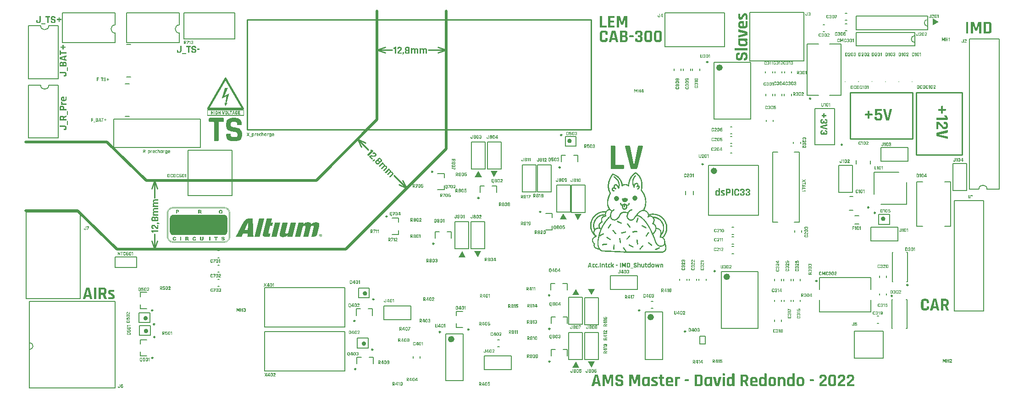
<source format=gto>
G04*
G04 #@! TF.GenerationSoftware,Altium Limited,Altium Designer,22.11.1 (43)*
G04*
G04 Layer_Color=65535*
%FSLAX44Y44*%
%MOMM*%
G71*
G04*
G04 #@! TF.SameCoordinates,703FB55D-1442-4A2A-B505-2E36BED11F84*
G04*
G04*
G04 #@! TF.FilePolarity,Positive*
G04*
G01*
G75*
%ADD10C,0.6000*%
%ADD11C,0.2500*%
%ADD12C,0.2000*%
%ADD13C,0.4000*%
%ADD14C,0.1500*%
%ADD15C,0.5000*%
%ADD16C,0.2540*%
%ADD17C,0.1000*%
G36*
X369316Y576261D02*
X369618D01*
Y576161D01*
X369819D01*
Y576060D01*
X369919D01*
Y575959D01*
X370121D01*
Y575859D01*
X370221D01*
Y575758D01*
X370322D01*
Y575557D01*
X370422D01*
Y575457D01*
X370523D01*
Y575255D01*
X370624D01*
Y575054D01*
X370724D01*
Y574853D01*
X370825D01*
Y574752D01*
X370925D01*
Y574551D01*
X371026D01*
Y574350D01*
X371127D01*
Y574249D01*
X371227D01*
Y574048D01*
X371328D01*
Y573847D01*
X371428D01*
Y573646D01*
X371529D01*
Y573545D01*
X371629D01*
Y573344D01*
X371730D01*
Y573143D01*
X371831D01*
Y572942D01*
X371931D01*
Y572841D01*
X372032D01*
Y572640D01*
X372132D01*
Y572439D01*
X372233D01*
Y572338D01*
X372333D01*
Y572137D01*
X372434D01*
Y571936D01*
X372535D01*
Y571735D01*
X372635D01*
Y571634D01*
X372736D01*
Y571433D01*
X372836D01*
Y571232D01*
X372937D01*
Y571031D01*
X373038D01*
Y570930D01*
X373138D01*
Y570729D01*
X373239D01*
Y570528D01*
X373339D01*
Y570326D01*
X373440D01*
Y570226D01*
X373541D01*
Y570025D01*
X373641D01*
Y569823D01*
X373742D01*
Y569723D01*
X373842D01*
Y569522D01*
X373943D01*
Y569321D01*
X374044D01*
Y569119D01*
X374144D01*
Y569019D01*
X374245D01*
Y568818D01*
X374345D01*
Y568616D01*
X374446D01*
Y568415D01*
X374547D01*
Y568315D01*
X374647D01*
Y568114D01*
X374748D01*
Y567912D01*
X374848D01*
Y567711D01*
X374949D01*
Y567611D01*
X375049D01*
Y567409D01*
X375150D01*
Y567208D01*
X375251D01*
Y567108D01*
X375351D01*
Y566907D01*
X375452D01*
Y566705D01*
X375552D01*
Y566504D01*
X375653D01*
Y566404D01*
X375754D01*
Y566202D01*
X375854D01*
Y566001D01*
X375955D01*
Y565800D01*
X376055D01*
Y565699D01*
X376156D01*
Y565498D01*
X376256D01*
Y565297D01*
X376357D01*
Y565096D01*
X376458D01*
Y564995D01*
X376558D01*
Y564794D01*
X376659D01*
Y564593D01*
X376759D01*
Y564492D01*
X376860D01*
Y564291D01*
X376961D01*
Y564090D01*
X377061D01*
Y563889D01*
X377162D01*
Y563788D01*
X377262D01*
Y563587D01*
X377363D01*
Y563386D01*
X377463D01*
Y563185D01*
X377564D01*
Y563084D01*
X377665D01*
Y562883D01*
X377765D01*
Y562682D01*
X377866D01*
Y562581D01*
X377966D01*
Y562380D01*
X378067D01*
Y562179D01*
X378168D01*
Y561978D01*
X378268D01*
Y561877D01*
X378369D01*
Y561676D01*
X378469D01*
Y561475D01*
X378570D01*
Y561273D01*
X378671D01*
Y561173D01*
X378771D01*
Y560972D01*
X378872D01*
Y560771D01*
X378972D01*
Y560569D01*
X379073D01*
Y560469D01*
X379174D01*
Y560268D01*
X379274D01*
Y560066D01*
X379375D01*
Y559966D01*
X379475D01*
Y559765D01*
X379576D01*
Y559563D01*
X379677D01*
Y559362D01*
X379777D01*
Y559262D01*
X379878D01*
Y559061D01*
X379978D01*
Y558859D01*
X380079D01*
Y558658D01*
X380179D01*
Y558558D01*
X380280D01*
Y558357D01*
X380381D01*
Y558155D01*
X380481D01*
Y557954D01*
X380582D01*
Y557854D01*
X380682D01*
Y557652D01*
X380783D01*
Y557451D01*
X380883D01*
Y557351D01*
X380984D01*
Y557149D01*
X381085D01*
Y556948D01*
X381185D01*
Y556747D01*
X381286D01*
Y556646D01*
X381386D01*
Y556445D01*
X381487D01*
Y556244D01*
X381588D01*
Y556043D01*
X381688D01*
Y555942D01*
X381789D01*
Y555741D01*
X381889D01*
Y555540D01*
X381990D01*
Y555339D01*
X382091D01*
Y555238D01*
X382191D01*
Y555037D01*
X382292D01*
Y554836D01*
X382392D01*
Y554735D01*
X382493D01*
Y554534D01*
X382593D01*
Y554333D01*
X382694D01*
Y554132D01*
X382795D01*
Y554031D01*
X382895D01*
Y553830D01*
X382996D01*
Y553629D01*
X383097D01*
Y553428D01*
X383197D01*
Y553327D01*
X383298D01*
Y553126D01*
X383398D01*
Y552925D01*
X383499D01*
Y552724D01*
X383599D01*
Y552623D01*
X383700D01*
Y552422D01*
X383801D01*
Y552221D01*
X383901D01*
Y552120D01*
X384002D01*
Y551919D01*
X384102D01*
Y551718D01*
X384203D01*
Y551516D01*
X384304D01*
Y551416D01*
X384404D01*
Y551215D01*
X384505D01*
Y551013D01*
X384605D01*
Y550812D01*
X384706D01*
Y550712D01*
X384807D01*
Y550511D01*
X384907D01*
Y550309D01*
X385008D01*
Y550209D01*
X385108D01*
Y550008D01*
X385209D01*
Y549807D01*
X385309D01*
Y549706D01*
Y549605D01*
X385410D01*
Y549505D01*
X385511D01*
Y549304D01*
X385611D01*
Y549102D01*
X385712D01*
Y548901D01*
X385812D01*
Y548801D01*
X385913D01*
Y548599D01*
X386014D01*
Y548398D01*
X386114D01*
Y548197D01*
X386215D01*
Y548097D01*
X386315D01*
Y547895D01*
X386416D01*
Y547694D01*
X386516D01*
Y547593D01*
X386617D01*
Y547392D01*
X386718D01*
Y547191D01*
X386818D01*
Y546990D01*
X386919D01*
Y546889D01*
X387019D01*
Y546688D01*
X387120D01*
Y546487D01*
X387221D01*
Y546286D01*
X387321D01*
Y546185D01*
X387422D01*
Y545984D01*
X387522D01*
Y545783D01*
X387623D01*
Y545582D01*
X387724D01*
Y545481D01*
X387824D01*
Y545280D01*
X387925D01*
Y545079D01*
X388025D01*
Y544978D01*
X388126D01*
Y544777D01*
X388227D01*
Y544576D01*
X388327D01*
Y544375D01*
X388428D01*
Y544274D01*
X388528D01*
Y544073D01*
X388629D01*
Y543872D01*
X388729D01*
Y543671D01*
X388830D01*
Y543570D01*
X388931D01*
Y543369D01*
X389031D01*
Y543168D01*
X389132D01*
Y542966D01*
X389232D01*
Y542866D01*
X389333D01*
Y542665D01*
X389434D01*
Y542463D01*
X389534D01*
Y542363D01*
X389635D01*
Y542162D01*
X389735D01*
Y541961D01*
X389836D01*
Y541759D01*
X389936D01*
Y541659D01*
X390037D01*
Y541458D01*
X390138D01*
Y541256D01*
X390238D01*
Y541055D01*
X390339D01*
Y540955D01*
X390439D01*
Y540754D01*
X390540D01*
Y540552D01*
X390641D01*
Y540452D01*
X390741D01*
Y540251D01*
X390842D01*
Y540049D01*
X390942D01*
Y539848D01*
X391043D01*
Y539748D01*
X391143D01*
Y539547D01*
X391244D01*
Y539345D01*
X391345D01*
Y539144D01*
X391445D01*
Y539044D01*
X391546D01*
Y538842D01*
X391646D01*
Y538641D01*
X391747D01*
Y538440D01*
X391848D01*
Y538339D01*
X391948D01*
Y538138D01*
X392049D01*
Y537937D01*
X392149D01*
Y537836D01*
X392250D01*
Y537635D01*
X392351D01*
Y537434D01*
X392451D01*
Y537233D01*
X392552D01*
Y537132D01*
X392652D01*
Y536931D01*
X392753D01*
Y536730D01*
X392854D01*
Y536529D01*
X392954D01*
Y536428D01*
X393055D01*
Y536227D01*
X393155D01*
Y536026D01*
X393256D01*
Y535825D01*
X393357D01*
Y535724D01*
X393457D01*
Y535523D01*
X393558D01*
Y535322D01*
X393658D01*
Y535221D01*
X393759D01*
Y535020D01*
X393859D01*
Y534819D01*
X393960D01*
Y534618D01*
X394061D01*
Y534517D01*
X394161D01*
Y534316D01*
X394262D01*
Y534115D01*
X394362D01*
Y533913D01*
X394463D01*
Y533813D01*
X394563D01*
Y533612D01*
X394664D01*
Y533411D01*
X394765D01*
Y533209D01*
X394865D01*
Y533109D01*
X394966D01*
Y532908D01*
X395066D01*
Y532706D01*
X395167D01*
Y532606D01*
X395268D01*
Y532405D01*
X395368D01*
Y532203D01*
X395469D01*
Y532002D01*
X395569D01*
Y531902D01*
X395670D01*
Y531701D01*
X395771D01*
Y531499D01*
X395871D01*
Y531298D01*
X395972D01*
Y531198D01*
X396072D01*
Y530997D01*
X396173D01*
Y530795D01*
X396274D01*
Y530594D01*
X396374D01*
Y530494D01*
X396475D01*
Y530292D01*
X396575D01*
Y530091D01*
X396676D01*
Y529991D01*
X396777D01*
Y529789D01*
X396877D01*
Y529588D01*
X396978D01*
Y529387D01*
X397078D01*
Y529286D01*
X397179D01*
Y529085D01*
X397279D01*
Y528884D01*
X397380D01*
Y528683D01*
X397481D01*
Y528582D01*
X397581D01*
Y528381D01*
X397682D01*
Y528180D01*
X397782D01*
Y528079D01*
X397883D01*
Y527878D01*
X397984D01*
Y527677D01*
X398084D01*
Y527476D01*
X398185D01*
Y527375D01*
X398285D01*
Y527174D01*
X398386D01*
Y526973D01*
X398487D01*
Y526772D01*
X398587D01*
Y526671D01*
X398688D01*
Y526470D01*
X398788D01*
Y526269D01*
X398889D01*
Y526068D01*
X398989D01*
Y525967D01*
X399090D01*
Y525766D01*
X399191D01*
Y525565D01*
X399291D01*
Y525464D01*
X399392D01*
Y525263D01*
X399492D01*
Y525062D01*
X399593D01*
Y524861D01*
X399693D01*
Y524760D01*
X399794D01*
Y524559D01*
X399895D01*
Y524358D01*
X399995D01*
Y524156D01*
X400096D01*
Y524056D01*
X400196D01*
Y523855D01*
X400297D01*
Y523653D01*
X400398D01*
Y523452D01*
X400498D01*
Y523352D01*
X400599D01*
Y523151D01*
X400699D01*
Y522949D01*
X400800D01*
Y522849D01*
X400901D01*
Y522648D01*
X401001D01*
Y522447D01*
X401102D01*
Y522245D01*
X401202D01*
Y522145D01*
X401303D01*
Y521944D01*
X401404D01*
Y521742D01*
X401504D01*
Y521541D01*
X401605D01*
Y521441D01*
X401705D01*
Y521239D01*
X401806D01*
Y521038D01*
X401907D01*
Y520837D01*
X402007D01*
Y520737D01*
X402108D01*
Y520535D01*
X402208D01*
Y520334D01*
X402309D01*
Y520233D01*
X402409D01*
Y520032D01*
X402510D01*
Y519831D01*
X402611D01*
Y519630D01*
X402711D01*
Y519429D01*
X402812D01*
Y519228D01*
X402912D01*
Y518222D01*
X402812D01*
Y517920D01*
X402711D01*
Y517719D01*
X402611D01*
Y517618D01*
X402510D01*
Y517518D01*
X402409D01*
Y517417D01*
X402309D01*
Y517317D01*
X402208D01*
Y517216D01*
X402108D01*
Y517115D01*
X401907D01*
Y517015D01*
X401605D01*
Y516914D01*
X402912D01*
Y505749D01*
X334814D01*
Y516914D01*
X336122D01*
Y517015D01*
X335820D01*
Y517115D01*
X335619D01*
Y517216D01*
X335518D01*
Y517317D01*
X335418D01*
Y517417D01*
X335317D01*
Y517518D01*
X335216D01*
Y517618D01*
X335116D01*
Y517719D01*
X335015D01*
Y517920D01*
X334915D01*
Y518222D01*
X334814D01*
Y519228D01*
X334915D01*
Y519529D01*
X335015D01*
Y519630D01*
X335116D01*
Y519831D01*
X335216D01*
Y520032D01*
X335317D01*
Y520233D01*
X335418D01*
Y520334D01*
X335518D01*
Y520535D01*
X335619D01*
Y520737D01*
X335719D01*
Y520938D01*
X335820D01*
Y521038D01*
X335921D01*
Y521239D01*
X336021D01*
Y521441D01*
X336122D01*
Y521642D01*
X336222D01*
Y521742D01*
X336323D01*
Y521944D01*
X336424D01*
Y522145D01*
X336524D01*
Y522245D01*
X336625D01*
Y522447D01*
X336725D01*
Y522648D01*
X336826D01*
Y522849D01*
X336926D01*
Y522949D01*
X337027D01*
Y523151D01*
X337128D01*
Y523352D01*
X337228D01*
Y523553D01*
X337329D01*
Y523653D01*
X337429D01*
Y523855D01*
X337530D01*
Y524056D01*
X337631D01*
Y524257D01*
X337731D01*
Y524358D01*
X337832D01*
Y524559D01*
X337932D01*
Y524760D01*
X338033D01*
Y524861D01*
X338134D01*
Y525062D01*
X338234D01*
Y525263D01*
X338335D01*
Y525464D01*
X338435D01*
Y525565D01*
X338536D01*
Y525766D01*
X338637D01*
Y525967D01*
X338737D01*
Y526168D01*
X338838D01*
Y526269D01*
X338938D01*
Y526470D01*
X339039D01*
Y526671D01*
X339139D01*
Y526772D01*
X339240D01*
Y526973D01*
X339341D01*
Y527174D01*
X339441D01*
Y527375D01*
X339542D01*
Y527476D01*
X339642D01*
Y527677D01*
X339743D01*
Y527878D01*
X339843D01*
Y528079D01*
X339944D01*
Y528180D01*
X340045D01*
Y528381D01*
X340145D01*
Y528582D01*
X340246D01*
Y528783D01*
X340346D01*
Y528884D01*
X340447D01*
Y529085D01*
X340548D01*
Y529286D01*
X340648D01*
Y529387D01*
X340749D01*
Y529588D01*
X340849D01*
Y529789D01*
X340950D01*
Y529991D01*
X341051D01*
Y530091D01*
X341151D01*
Y530292D01*
X341252D01*
Y530494D01*
X341352D01*
Y530695D01*
X341453D01*
Y530795D01*
X341553D01*
Y530997D01*
X341654D01*
Y531198D01*
X341755D01*
Y531399D01*
X341855D01*
Y531499D01*
X341956D01*
Y531701D01*
X342057D01*
Y531902D01*
X342157D01*
Y532002D01*
X342258D01*
Y532203D01*
X342358D01*
Y532405D01*
X342459D01*
Y532606D01*
X342559D01*
Y532706D01*
X342660D01*
Y532908D01*
X342761D01*
Y533109D01*
X342861D01*
Y533310D01*
X342962D01*
Y533411D01*
X343062D01*
Y533612D01*
X343163D01*
Y533813D01*
X343264D01*
Y534014D01*
X343364D01*
Y534115D01*
X343465D01*
Y534316D01*
X343565D01*
Y534517D01*
X343666D01*
Y534618D01*
X343767D01*
Y534819D01*
X343867D01*
Y535020D01*
X343968D01*
Y535221D01*
X344068D01*
Y535322D01*
X344169D01*
Y535523D01*
X344269D01*
Y535724D01*
X344370D01*
Y535925D01*
X344471D01*
Y536026D01*
X344571D01*
Y536227D01*
X344672D01*
Y536428D01*
X344772D01*
Y536529D01*
X344873D01*
Y536730D01*
X344974D01*
Y536931D01*
X345074D01*
Y537132D01*
X345175D01*
Y537233D01*
X345275D01*
Y537434D01*
X345376D01*
Y537635D01*
X345476D01*
Y537836D01*
X345577D01*
Y537937D01*
X345678D01*
Y538138D01*
X345778D01*
Y538339D01*
X345879D01*
Y538541D01*
X345979D01*
Y538641D01*
X346080D01*
Y538842D01*
X346181D01*
Y539044D01*
X346281D01*
Y539144D01*
X346382D01*
Y539345D01*
X346482D01*
Y539547D01*
X346583D01*
Y539748D01*
X346684D01*
Y539848D01*
X346784D01*
Y540049D01*
X346885D01*
Y540251D01*
X346985D01*
Y540452D01*
X347086D01*
Y540552D01*
X347187D01*
Y540754D01*
X347287D01*
Y540955D01*
X347388D01*
Y541156D01*
X347488D01*
Y541256D01*
X347589D01*
Y541458D01*
X347689D01*
Y541659D01*
X347790D01*
Y541759D01*
X347891D01*
Y541961D01*
X347991D01*
Y542162D01*
X348092D01*
Y542363D01*
X348192D01*
Y542463D01*
X348293D01*
Y542665D01*
X348394D01*
Y542866D01*
X348494D01*
Y543067D01*
X348595D01*
Y543168D01*
X348695D01*
Y543369D01*
X348796D01*
Y543570D01*
X348896D01*
Y543771D01*
X348997D01*
Y543872D01*
X349098D01*
Y544073D01*
X349198D01*
Y544274D01*
X349299D01*
Y544375D01*
X349399D01*
Y544576D01*
X349500D01*
Y544777D01*
X349601D01*
Y544978D01*
X349701D01*
Y545079D01*
X349802D01*
Y545280D01*
X349902D01*
Y545481D01*
X350003D01*
Y545682D01*
X350103D01*
Y545783D01*
X350204D01*
Y545984D01*
X350305D01*
Y546185D01*
X350405D01*
Y546286D01*
X350506D01*
Y546487D01*
X350606D01*
Y546688D01*
X350707D01*
Y546889D01*
X350808D01*
Y546990D01*
X350908D01*
Y547191D01*
X351009D01*
Y547392D01*
X351109D01*
Y547593D01*
X351210D01*
Y547694D01*
X351311D01*
Y547895D01*
X351411D01*
Y548097D01*
X351512D01*
Y548298D01*
X351612D01*
Y548398D01*
X351713D01*
Y548599D01*
X351814D01*
Y548801D01*
X351914D01*
Y548901D01*
X352015D01*
Y549102D01*
X352115D01*
Y549304D01*
X352216D01*
Y549505D01*
X352317D01*
Y549605D01*
X352417D01*
Y549807D01*
X352518D01*
Y550008D01*
X352618D01*
Y550209D01*
X352719D01*
Y550309D01*
X352819D01*
Y550511D01*
X352920D01*
Y550712D01*
X353021D01*
Y550913D01*
X353121D01*
Y551013D01*
X353222D01*
Y551215D01*
X353322D01*
Y551416D01*
X353423D01*
Y551516D01*
X353523D01*
Y551718D01*
X353624D01*
Y551919D01*
X353725D01*
Y552120D01*
X353825D01*
Y552221D01*
X353926D01*
Y552422D01*
X354026D01*
Y552623D01*
X354127D01*
Y552824D01*
X354228D01*
Y552925D01*
X354328D01*
Y553126D01*
X354429D01*
Y553327D01*
X354529D01*
Y553528D01*
X354630D01*
Y553629D01*
X354731D01*
Y553830D01*
X354831D01*
Y554031D01*
X354932D01*
Y554132D01*
X355032D01*
Y554333D01*
X355133D01*
Y554534D01*
X355234D01*
Y554735D01*
X355334D01*
Y554836D01*
X355435D01*
Y555037D01*
X355535D01*
Y555238D01*
X355636D01*
Y555439D01*
X355737D01*
Y555540D01*
X355837D01*
Y555741D01*
X355938D01*
Y555942D01*
X356038D01*
Y556143D01*
X356139D01*
Y556244D01*
X356239D01*
Y556445D01*
X356340D01*
Y556646D01*
X356441D01*
Y556747D01*
X356541D01*
Y556948D01*
X356642D01*
Y557149D01*
X356742D01*
Y557351D01*
X356843D01*
Y557451D01*
X356944D01*
Y557652D01*
X357044D01*
Y557854D01*
X357145D01*
Y558055D01*
X357245D01*
Y558155D01*
X357346D01*
Y558357D01*
X357447D01*
Y558558D01*
X357547D01*
Y558658D01*
X357648D01*
Y558859D01*
X357748D01*
Y559061D01*
X357849D01*
Y559262D01*
X357949D01*
Y559362D01*
X358050D01*
Y559563D01*
X358151D01*
Y559765D01*
X358251D01*
Y559966D01*
X358352D01*
Y560066D01*
X358452D01*
Y560268D01*
X358553D01*
Y560469D01*
X358653D01*
Y560670D01*
X358754D01*
Y560771D01*
X358855D01*
Y560972D01*
X358955D01*
Y561173D01*
X359056D01*
Y561273D01*
X359156D01*
Y561475D01*
X359257D01*
Y561676D01*
X359358D01*
Y561877D01*
X359458D01*
Y561978D01*
X359559D01*
Y562179D01*
X359659D01*
Y562380D01*
X359760D01*
Y562581D01*
X359861D01*
Y562682D01*
X359961D01*
Y562883D01*
X360062D01*
Y563084D01*
X360162D01*
Y563285D01*
X360263D01*
Y563386D01*
X360364D01*
Y563587D01*
X360464D01*
Y563788D01*
X360565D01*
Y563889D01*
X360665D01*
Y564090D01*
X360766D01*
Y564291D01*
X360867D01*
Y564492D01*
X360967D01*
Y564593D01*
X361068D01*
Y564794D01*
X361168D01*
Y564995D01*
X361269D01*
Y565196D01*
X361369D01*
Y565297D01*
X361470D01*
Y565498D01*
X361571D01*
Y565699D01*
X361671D01*
Y565901D01*
X361772D01*
Y566001D01*
X361872D01*
Y566202D01*
X361973D01*
Y566404D01*
X362074D01*
Y566504D01*
X362174D01*
Y566705D01*
X362275D01*
Y566907D01*
X362375D01*
Y567108D01*
X362476D01*
Y567208D01*
X362576D01*
Y567409D01*
X362677D01*
Y567611D01*
X362778D01*
Y567812D01*
X362878D01*
Y567912D01*
X362979D01*
Y568114D01*
X363079D01*
Y568315D01*
X363180D01*
Y568415D01*
X363281D01*
Y568616D01*
X363381D01*
Y568818D01*
X363482D01*
Y569019D01*
X363582D01*
Y569119D01*
X363683D01*
Y569321D01*
X363783D01*
Y569522D01*
X363884D01*
Y569723D01*
X363985D01*
Y569823D01*
X364085D01*
Y570025D01*
X364186D01*
Y570226D01*
X364286D01*
Y570427D01*
X364387D01*
Y570528D01*
X364488D01*
Y570729D01*
X364588D01*
Y570930D01*
X364689D01*
Y571031D01*
X364789D01*
Y571232D01*
X364890D01*
Y571433D01*
X364991D01*
Y571634D01*
X365091D01*
Y571735D01*
X365192D01*
Y571936D01*
X365292D01*
Y572137D01*
X365393D01*
Y572338D01*
X365494D01*
Y572439D01*
X365594D01*
Y572640D01*
X365695D01*
Y572841D01*
X365795D01*
Y573042D01*
X365896D01*
Y573143D01*
X365997D01*
Y573344D01*
X366097D01*
Y573545D01*
X366198D01*
Y573646D01*
X366298D01*
Y573847D01*
X366399D01*
Y574048D01*
X366499D01*
Y574249D01*
X366600D01*
Y574350D01*
X366701D01*
Y574551D01*
X366801D01*
Y574752D01*
X366902D01*
Y574953D01*
X367002D01*
Y575054D01*
X367103D01*
Y575255D01*
X367204D01*
Y575457D01*
X367304D01*
Y575557D01*
X367405D01*
Y575758D01*
X367505D01*
Y575859D01*
X367606D01*
Y575959D01*
X367807D01*
Y576060D01*
X367908D01*
Y576161D01*
X368109D01*
Y576261D01*
X368411D01*
Y576362D01*
X369316D01*
Y576261D01*
D02*
G37*
G36*
X1126404Y400995D02*
X1126988D01*
Y400703D01*
X1127572D01*
Y400410D01*
X1128157D01*
Y400118D01*
X1128449D01*
Y399826D01*
X1129033D01*
Y399534D01*
X1129325D01*
Y399242D01*
X1129618D01*
Y398950D01*
X1129910D01*
Y398657D01*
X1130202D01*
Y398365D01*
X1130494D01*
Y398073D01*
X1131078D01*
Y397781D01*
X1131370D01*
Y397197D01*
X1131663D01*
Y396904D01*
X1131955D01*
Y396612D01*
X1132247D01*
Y396320D01*
X1132539D01*
Y396028D01*
X1132831D01*
Y395736D01*
X1133123D01*
Y395151D01*
X1133416D01*
Y394859D01*
X1133708D01*
Y394567D01*
X1134000D01*
Y393983D01*
X1134292D01*
Y393691D01*
X1134584D01*
Y393106D01*
X1134876D01*
Y392522D01*
X1135169D01*
Y391938D01*
X1135461D01*
Y391353D01*
X1135753D01*
Y390769D01*
X1136045D01*
Y390185D01*
X1136337D01*
Y389600D01*
X1136629D01*
Y388724D01*
X1136922D01*
Y388140D01*
X1137214D01*
Y387263D01*
X1137506D01*
Y386095D01*
X1137798D01*
Y384926D01*
X1138090D01*
Y383465D01*
X1138382D01*
Y381128D01*
X1138674D01*
Y373240D01*
X1138382D01*
Y370610D01*
X1138090D01*
Y368857D01*
X1137798D01*
Y368273D01*
X1138090D01*
Y367688D01*
X1138382D01*
Y367396D01*
X1138674D01*
Y367104D01*
X1138967D01*
Y366520D01*
X1139259D01*
Y366228D01*
X1139551D01*
Y365936D01*
X1139843D01*
Y365351D01*
X1140135D01*
Y365059D01*
X1140427D01*
Y364475D01*
X1140720D01*
Y363890D01*
X1141012D01*
Y363598D01*
X1141304D01*
Y363014D01*
X1141596D01*
Y362430D01*
X1141888D01*
Y361845D01*
X1142180D01*
Y361261D01*
X1142473D01*
Y360677D01*
X1142765D01*
Y360092D01*
X1143057D01*
Y359216D01*
X1143349D01*
Y358632D01*
X1143641D01*
Y357755D01*
X1143933D01*
Y356879D01*
X1144225D01*
Y356002D01*
X1144518D01*
Y355126D01*
X1144810D01*
Y353957D01*
X1145102D01*
Y352496D01*
X1145394D01*
Y350743D01*
X1145686D01*
Y347237D01*
X1145978D01*
Y345777D01*
X1145686D01*
Y341978D01*
X1145394D01*
Y340226D01*
X1145102D01*
Y338765D01*
X1144810D01*
Y337596D01*
X1144518D01*
Y336720D01*
X1144225D01*
Y335843D01*
X1143933D01*
Y334967D01*
X1143641D01*
Y334090D01*
X1143349D01*
Y333506D01*
X1143057D01*
Y332629D01*
X1142765D01*
Y332045D01*
X1142473D01*
Y331753D01*
X1142765D01*
Y331461D01*
X1143641D01*
Y331169D01*
X1144225D01*
Y330877D01*
X1144810D01*
Y330584D01*
X1145102D01*
Y330292D01*
X1145686D01*
Y330000D01*
X1146271D01*
Y329708D01*
X1146563D01*
Y329416D01*
X1146855D01*
Y329123D01*
X1147439D01*
Y328831D01*
X1147731D01*
Y328539D01*
X1148024D01*
Y328247D01*
X1148316D01*
Y327955D01*
X1148608D01*
Y327663D01*
X1148900D01*
Y327371D01*
X1149192D01*
Y327078D01*
X1149484D01*
Y326494D01*
X1149777D01*
Y325910D01*
X1150069D01*
Y325325D01*
X1150361D01*
Y324741D01*
X1150653D01*
Y323865D01*
X1150945D01*
Y324157D01*
X1152114D01*
Y324449D01*
X1153575D01*
Y324741D01*
X1155912D01*
Y325033D01*
X1160002D01*
Y324741D01*
X1162339D01*
Y324449D01*
X1163800D01*
Y324157D01*
X1164969D01*
Y323865D01*
X1166137D01*
Y323573D01*
X1167014D01*
Y323280D01*
X1167598D01*
Y322988D01*
X1168475D01*
Y322696D01*
X1169059D01*
Y322404D01*
X1169643D01*
Y322112D01*
X1170228D01*
Y321820D01*
X1170812D01*
Y321527D01*
X1171396D01*
Y321235D01*
X1171689D01*
Y320943D01*
X1172273D01*
Y320651D01*
X1172857D01*
Y320359D01*
X1173149D01*
Y320067D01*
X1173734D01*
Y319774D01*
X1174026D01*
Y319482D01*
X1174318D01*
Y319190D01*
X1174610D01*
Y318898D01*
X1175194D01*
Y318606D01*
X1175487D01*
Y318314D01*
X1175779D01*
Y318022D01*
X1176071D01*
Y317729D01*
X1176363D01*
Y317437D01*
X1176655D01*
Y317145D01*
X1176947D01*
Y316853D01*
X1177240D01*
Y316561D01*
X1177532D01*
Y316269D01*
X1177824D01*
Y315976D01*
X1178116D01*
Y315684D01*
X1178408D01*
Y315100D01*
X1178700D01*
Y314808D01*
X1178992D01*
Y314516D01*
X1179285D01*
Y314223D01*
X1179577D01*
Y313639D01*
X1179869D01*
Y313347D01*
X1180161D01*
Y312763D01*
X1180453D01*
Y312470D01*
X1180745D01*
Y311886D01*
X1181038D01*
Y311302D01*
X1181330D01*
Y310718D01*
X1181622D01*
Y310425D01*
X1181914D01*
Y309841D01*
X1182206D01*
Y308965D01*
X1182498D01*
Y308380D01*
X1182791D01*
Y307504D01*
X1183083D01*
Y306919D01*
X1183375D01*
Y305751D01*
X1183667D01*
Y304874D01*
X1183959D01*
Y303414D01*
X1184251D01*
Y301368D01*
X1184544D01*
Y295233D01*
X1184251D01*
Y293480D01*
X1183959D01*
Y292019D01*
X1183667D01*
Y290851D01*
X1183375D01*
Y289974D01*
X1183083D01*
Y289098D01*
X1182791D01*
Y288513D01*
X1182498D01*
Y287637D01*
X1182206D01*
Y287053D01*
X1181914D01*
Y286468D01*
X1181622D01*
Y285884D01*
X1181330D01*
Y285300D01*
X1181038D01*
Y285007D01*
X1180745D01*
Y284423D01*
X1180453D01*
Y283839D01*
X1180161D01*
Y283547D01*
X1179869D01*
Y282962D01*
X1179577D01*
Y282670D01*
X1179285D01*
Y282378D01*
X1178992D01*
Y281794D01*
X1178700D01*
Y281502D01*
X1178408D01*
Y281209D01*
X1178116D01*
Y280917D01*
X1177824D01*
Y280625D01*
X1177532D01*
Y280041D01*
X1177824D01*
Y279749D01*
X1178116D01*
Y279457D01*
X1178408D01*
Y279164D01*
X1178700D01*
Y278872D01*
X1178992D01*
Y278288D01*
X1179285D01*
Y277996D01*
X1179577D01*
Y277411D01*
X1179869D01*
Y276535D01*
X1180161D01*
Y275951D01*
X1180453D01*
Y274490D01*
X1180745D01*
Y271568D01*
X1181038D01*
Y270107D01*
X1181330D01*
Y269523D01*
X1181622D01*
Y268647D01*
X1181914D01*
Y267770D01*
X1182206D01*
Y266602D01*
X1182498D01*
Y265433D01*
X1182791D01*
Y263388D01*
X1183083D01*
Y260174D01*
X1182791D01*
Y258421D01*
X1182498D01*
Y257544D01*
X1182206D01*
Y256960D01*
X1181914D01*
Y256376D01*
X1181622D01*
Y256084D01*
X1181330D01*
Y255499D01*
X1181038D01*
Y255207D01*
X1180745D01*
Y254915D01*
X1180453D01*
Y254623D01*
X1180161D01*
Y254331D01*
X1179577D01*
Y254039D01*
X1179285D01*
Y253746D01*
X1178700D01*
Y253454D01*
X1178116D01*
Y253162D01*
X1177532D01*
Y252870D01*
X1176363D01*
Y252578D01*
X1174610D01*
Y252286D01*
X1171396D01*
Y252578D01*
X1144518D01*
Y252286D01*
X1144225D01*
Y252578D01*
X1143933D01*
Y252286D01*
X1109751D01*
Y252578D01*
X1104200D01*
Y252870D01*
X1098357D01*
Y253162D01*
X1092513D01*
Y253454D01*
X1086670D01*
Y253746D01*
X1080535D01*
Y254039D01*
X1074984D01*
Y254331D01*
X1069141D01*
Y254623D01*
X1063882D01*
Y254915D01*
X1063005D01*
Y255207D01*
X1062421D01*
Y255499D01*
X1061837D01*
Y255792D01*
X1061544D01*
Y256084D01*
X1060960D01*
Y256376D01*
X1060668D01*
Y256668D01*
X1060084D01*
Y256960D01*
X1059792D01*
Y257252D01*
X1059499D01*
Y257544D01*
X1059207D01*
Y257837D01*
X1058915D01*
Y258129D01*
X1058623D01*
Y258421D01*
X1057746D01*
Y258713D01*
X1055701D01*
Y259005D01*
X1054533D01*
Y259298D01*
X1053656D01*
Y259590D01*
X1052780D01*
Y259882D01*
X1052195D01*
Y260174D01*
X1051611D01*
Y260466D01*
X1051319D01*
Y260758D01*
X1050735D01*
Y261050D01*
X1050443D01*
Y261343D01*
X1050150D01*
Y261635D01*
X1049858D01*
Y262219D01*
X1049566D01*
Y262511D01*
X1049274D01*
Y263096D01*
X1048982D01*
Y263680D01*
X1048689D01*
Y264848D01*
X1048397D01*
Y267770D01*
X1048689D01*
Y268647D01*
X1048397D01*
Y268939D01*
X1048105D01*
Y269231D01*
X1047813D01*
Y269815D01*
X1047521D01*
Y270107D01*
X1047229D01*
Y270399D01*
X1046937D01*
Y270984D01*
X1046644D01*
Y271276D01*
X1046352D01*
Y271860D01*
X1046060D01*
Y272737D01*
X1045768D01*
Y273321D01*
X1045476D01*
Y275366D01*
X1045184D01*
Y275658D01*
X1045476D01*
Y277411D01*
X1045768D01*
Y278288D01*
X1046060D01*
Y278872D01*
X1046352D01*
Y279164D01*
X1046644D01*
Y279749D01*
X1046937D01*
Y280041D01*
X1047229D01*
Y280333D01*
X1047521D01*
Y280625D01*
X1047813D01*
Y280917D01*
X1048105D01*
Y281209D01*
X1048397D01*
Y281502D01*
X1048689D01*
Y281794D01*
X1048982D01*
Y282086D01*
X1049566D01*
Y282378D01*
X1049858D01*
Y282670D01*
X1050443D01*
Y282962D01*
X1050735D01*
Y283255D01*
X1050443D01*
Y283547D01*
X1050150D01*
Y283839D01*
X1049858D01*
Y284131D01*
X1049566D01*
Y284423D01*
X1049274D01*
Y284715D01*
X1048982D01*
Y285007D01*
X1048689D01*
Y285300D01*
X1048397D01*
Y285592D01*
X1048105D01*
Y285884D01*
X1047813D01*
Y286468D01*
X1047521D01*
Y286761D01*
X1047229D01*
Y287053D01*
X1046937D01*
Y287637D01*
X1046644D01*
Y287929D01*
X1046352D01*
Y288513D01*
X1046060D01*
Y288806D01*
X1045768D01*
Y289390D01*
X1045476D01*
Y289974D01*
X1045184D01*
Y290266D01*
X1044892D01*
Y290851D01*
X1044599D01*
Y291435D01*
X1044307D01*
Y292311D01*
X1044015D01*
Y292896D01*
X1043723D01*
Y293772D01*
X1043431D01*
Y294649D01*
X1043139D01*
Y295525D01*
X1042846D01*
Y296694D01*
X1042554D01*
Y297862D01*
X1042262D01*
Y299908D01*
X1041970D01*
Y305751D01*
X1042262D01*
Y307796D01*
X1042554D01*
Y308965D01*
X1042846D01*
Y310133D01*
X1043139D01*
Y311010D01*
X1043431D01*
Y311886D01*
X1043723D01*
Y312763D01*
X1044015D01*
Y313347D01*
X1044307D01*
Y313931D01*
X1044599D01*
Y314808D01*
X1044892D01*
Y315100D01*
X1045184D01*
Y315684D01*
X1045476D01*
Y316269D01*
X1045768D01*
Y316853D01*
X1046060D01*
Y317145D01*
X1046352D01*
Y317729D01*
X1046644D01*
Y318022D01*
X1046937D01*
Y318606D01*
X1047229D01*
Y318898D01*
X1047521D01*
Y319190D01*
X1047813D01*
Y319774D01*
X1048105D01*
Y320067D01*
X1048397D01*
Y320359D01*
X1048689D01*
Y320651D01*
X1048982D01*
Y320943D01*
X1049274D01*
Y321235D01*
X1049566D01*
Y321527D01*
X1049858D01*
Y321820D01*
X1050150D01*
Y322112D01*
X1050443D01*
Y322404D01*
X1050735D01*
Y322696D01*
X1051027D01*
Y322988D01*
X1051319D01*
Y323280D01*
X1051611D01*
Y323573D01*
X1052195D01*
Y323865D01*
X1052488D01*
Y324157D01*
X1052780D01*
Y324449D01*
X1053364D01*
Y324741D01*
X1053656D01*
Y325033D01*
X1054240D01*
Y325325D01*
X1054533D01*
Y325618D01*
X1055117D01*
Y325910D01*
X1055701D01*
Y326202D01*
X1056286D01*
Y326494D01*
X1056870D01*
Y326786D01*
X1057454D01*
Y327078D01*
X1058039D01*
Y327371D01*
X1058623D01*
Y327663D01*
X1059499D01*
Y327955D01*
X1060376D01*
Y328247D01*
X1061252D01*
Y328539D01*
X1062421D01*
Y328831D01*
X1063882D01*
Y329123D01*
X1065927D01*
Y329416D01*
X1071186D01*
Y329708D01*
X1071478D01*
Y330000D01*
X1071770D01*
Y330292D01*
X1072062D01*
Y330584D01*
X1072354D01*
Y330877D01*
X1072647D01*
Y331169D01*
X1072939D01*
Y331461D01*
X1073231D01*
Y331753D01*
X1073815D01*
Y332045D01*
X1074107D01*
Y332337D01*
X1074399D01*
Y332629D01*
X1074984D01*
Y332922D01*
X1075568D01*
Y333214D01*
X1075860D01*
Y333506D01*
X1076152D01*
Y333798D01*
X1075860D01*
Y334382D01*
X1075568D01*
Y334967D01*
X1075276D01*
Y335551D01*
X1074984D01*
Y336135D01*
X1074692D01*
Y336720D01*
X1074399D01*
Y337304D01*
X1074107D01*
Y338473D01*
X1073815D01*
Y339349D01*
X1073523D01*
Y341102D01*
X1073231D01*
Y348406D01*
X1073523D01*
Y350159D01*
X1073815D01*
Y351328D01*
X1074107D01*
Y352788D01*
X1074399D01*
Y353665D01*
X1074692D01*
Y354833D01*
X1074984D01*
Y355710D01*
X1075276D01*
Y356586D01*
X1075568D01*
Y357171D01*
X1075860D01*
Y358047D01*
X1076152D01*
Y358924D01*
X1076445D01*
Y359508D01*
X1076737D01*
Y360092D01*
X1077029D01*
Y360969D01*
X1077321D01*
Y361553D01*
X1077613D01*
Y362137D01*
X1077905D01*
Y362722D01*
X1077613D01*
Y363306D01*
X1077321D01*
Y363890D01*
X1077029D01*
Y364475D01*
X1076737D01*
Y365059D01*
X1076445D01*
Y365936D01*
X1076152D01*
Y366812D01*
X1075860D01*
Y367688D01*
X1075568D01*
Y368857D01*
X1075276D01*
Y370026D01*
X1074984D01*
Y371779D01*
X1074692D01*
Y379375D01*
X1074984D01*
Y381128D01*
X1075276D01*
Y382881D01*
X1075568D01*
Y384049D01*
X1075860D01*
Y384926D01*
X1076152D01*
Y385802D01*
X1076445D01*
Y386679D01*
X1076737D01*
Y387555D01*
X1077029D01*
Y388432D01*
X1077321D01*
Y389016D01*
X1077613D01*
Y389600D01*
X1077905D01*
Y390185D01*
X1078198D01*
Y391061D01*
X1078490D01*
Y391646D01*
X1078782D01*
Y392230D01*
X1079074D01*
Y392522D01*
X1079366D01*
Y393106D01*
X1079658D01*
Y393691D01*
X1079950D01*
Y394275D01*
X1080243D01*
Y394567D01*
X1080535D01*
Y395151D01*
X1080827D01*
Y395736D01*
X1081119D01*
Y396028D01*
X1081411D01*
Y396612D01*
X1081703D01*
Y396904D01*
X1081996D01*
Y397489D01*
X1082288D01*
Y397781D01*
X1082580D01*
Y398073D01*
X1082872D01*
Y398657D01*
X1083456D01*
Y398950D01*
X1084041D01*
Y398657D01*
X1084917D01*
Y398365D01*
X1085794D01*
Y398073D01*
X1086670D01*
Y397781D01*
X1087254D01*
Y397489D01*
X1087839D01*
Y397197D01*
X1088715D01*
Y396904D01*
X1089007D01*
Y396612D01*
X1089592D01*
Y396320D01*
X1090176D01*
Y396028D01*
X1090760D01*
Y395736D01*
X1091053D01*
Y395444D01*
X1091637D01*
Y395151D01*
X1091929D01*
Y394859D01*
X1092513D01*
Y394567D01*
X1092805D01*
Y394275D01*
X1093098D01*
Y393983D01*
X1093390D01*
Y393691D01*
X1093974D01*
Y393399D01*
X1094266D01*
Y393106D01*
X1094558D01*
Y392814D01*
X1094851D01*
Y392522D01*
X1095143D01*
Y392230D01*
X1095435D01*
Y391938D01*
X1095727D01*
Y391646D01*
X1096019D01*
Y391353D01*
X1096311D01*
Y391061D01*
X1096604D01*
Y390769D01*
X1096896D01*
Y390185D01*
X1097188D01*
Y389893D01*
X1097480D01*
Y389600D01*
X1097772D01*
Y389016D01*
X1098064D01*
Y388724D01*
X1098357D01*
Y388140D01*
X1098649D01*
Y387848D01*
X1098941D01*
Y387263D01*
X1099233D01*
Y386679D01*
X1099525D01*
Y386095D01*
X1099817D01*
Y385802D01*
X1100109D01*
Y384926D01*
X1100402D01*
Y384342D01*
X1100694D01*
Y383757D01*
X1100986D01*
Y382881D01*
X1101278D01*
Y382004D01*
X1101570D01*
Y381128D01*
X1101862D01*
Y379667D01*
X1102155D01*
Y378498D01*
X1102739D01*
Y378791D01*
X1103323D01*
Y379083D01*
X1103908D01*
Y379375D01*
X1104784D01*
Y379667D01*
X1108582D01*
Y379375D01*
X1109459D01*
Y379083D01*
X1110335D01*
Y378791D01*
X1110919D01*
Y378498D01*
X1111504D01*
Y378206D01*
X1112088D01*
Y380544D01*
X1112380D01*
Y381712D01*
X1112672D01*
Y383173D01*
X1112964D01*
Y384342D01*
X1113257D01*
Y385218D01*
X1113549D01*
Y386095D01*
X1113841D01*
Y386971D01*
X1114133D01*
Y387555D01*
X1114425D01*
Y388432D01*
X1114717D01*
Y389016D01*
X1115010D01*
Y389600D01*
X1115302D01*
Y390185D01*
X1115594D01*
Y390769D01*
X1115886D01*
Y391353D01*
X1116178D01*
Y391938D01*
X1116470D01*
Y392230D01*
X1116763D01*
Y392814D01*
X1117055D01*
Y393399D01*
X1117347D01*
Y393691D01*
X1117639D01*
Y393983D01*
X1117931D01*
Y394567D01*
X1118223D01*
Y394859D01*
X1118515D01*
Y395151D01*
X1118808D01*
Y395736D01*
X1119100D01*
Y396028D01*
X1119392D01*
Y396320D01*
X1119684D01*
Y396612D01*
X1119976D01*
Y396904D01*
X1120268D01*
Y397197D01*
X1120561D01*
Y397489D01*
X1120853D01*
Y397781D01*
X1121145D01*
Y398073D01*
X1121437D01*
Y398365D01*
X1121729D01*
Y398657D01*
X1122314D01*
Y398950D01*
X1122606D01*
Y399242D01*
X1122898D01*
Y399534D01*
X1123482D01*
Y399826D01*
X1123774D01*
Y400118D01*
X1124359D01*
Y400410D01*
X1124651D01*
Y400703D01*
X1125235D01*
Y400995D01*
X1125819D01*
Y401287D01*
X1126404D01*
Y400995D01*
D02*
G37*
G36*
X537867Y308469D02*
X538922D01*
Y308258D01*
X539555D01*
Y308047D01*
X539977D01*
Y307836D01*
X540398D01*
Y307625D01*
X540820D01*
Y307414D01*
X541031D01*
Y307203D01*
X541242D01*
Y306992D01*
X541453D01*
Y306781D01*
X541664D01*
Y306359D01*
X541875D01*
Y305727D01*
X542086D01*
Y302351D01*
X541875D01*
Y301297D01*
X541664D01*
Y300453D01*
X541453D01*
Y299609D01*
X541242D01*
Y298766D01*
X541031D01*
Y297922D01*
X540820D01*
Y297078D01*
X540609D01*
Y296234D01*
X540398D01*
Y295391D01*
X540187D01*
Y294547D01*
X539977D01*
Y293703D01*
X539766D01*
Y292859D01*
X539555D01*
Y292016D01*
X539344D01*
Y291172D01*
X539133D01*
Y290328D01*
X538922D01*
Y289484D01*
X538711D01*
Y288641D01*
X538500D01*
Y287797D01*
X538289D01*
Y286953D01*
X538078D01*
Y286320D01*
X537867D01*
Y285688D01*
X537656D01*
Y285476D01*
X537445D01*
Y285055D01*
X537234D01*
Y284844D01*
X537023D01*
Y284422D01*
X536813D01*
Y284211D01*
X536602D01*
Y284000D01*
X536391D01*
Y283789D01*
X535969D01*
Y283578D01*
X535758D01*
Y283367D01*
X535547D01*
Y283156D01*
X535125D01*
Y282945D01*
X534703D01*
Y282734D01*
X534281D01*
Y282523D01*
X533648D01*
Y282313D01*
X532805D01*
Y282101D01*
X527320D01*
Y282313D01*
X527531D01*
Y283156D01*
X527742D01*
Y284000D01*
X527953D01*
Y284844D01*
X528164D01*
Y285688D01*
X528375D01*
Y286531D01*
X528586D01*
Y287375D01*
X528797D01*
Y288219D01*
X529008D01*
Y289062D01*
X529219D01*
Y289906D01*
X529430D01*
Y290750D01*
X529641D01*
Y291594D01*
X529852D01*
Y292437D01*
X530062D01*
Y293492D01*
X530273D01*
Y294336D01*
X530484D01*
Y295180D01*
X530695D01*
Y296023D01*
X530906D01*
Y296867D01*
X531117D01*
Y297711D01*
X531328D01*
Y298555D01*
X531539D01*
Y299398D01*
X531750D01*
Y301297D01*
X531539D01*
Y301719D01*
X531328D01*
Y301930D01*
X530906D01*
Y302141D01*
X530062D01*
Y302351D01*
X529219D01*
Y302141D01*
X528164D01*
Y301930D01*
X527742D01*
Y301719D01*
X527531D01*
Y301508D01*
X527320D01*
Y301297D01*
X527109D01*
Y301086D01*
X526898D01*
Y300875D01*
X526688D01*
Y300664D01*
X526477D01*
Y300242D01*
X526266D01*
Y299609D01*
X526055D01*
Y298766D01*
X525844D01*
Y297922D01*
X525633D01*
Y297078D01*
X525422D01*
Y296234D01*
X525211D01*
Y295391D01*
X525000D01*
Y294547D01*
X524789D01*
Y293703D01*
X524578D01*
Y292859D01*
X524367D01*
Y292016D01*
X524156D01*
Y291172D01*
X523945D01*
Y290328D01*
X523734D01*
Y289484D01*
X523523D01*
Y288641D01*
X523312D01*
Y287797D01*
X523102D01*
Y286953D01*
X522891D01*
Y286109D01*
X522680D01*
Y285266D01*
X522469D01*
Y284422D01*
X522258D01*
Y283578D01*
X522047D01*
Y282734D01*
X521836D01*
Y282101D01*
X512133D01*
Y282313D01*
X512344D01*
Y283156D01*
X512555D01*
Y284000D01*
X512766D01*
Y284844D01*
X512977D01*
Y285688D01*
X513187D01*
Y286531D01*
X513398D01*
Y287375D01*
X513609D01*
Y288219D01*
X513820D01*
Y289062D01*
X514031D01*
Y289906D01*
X514242D01*
Y290750D01*
X514453D01*
Y291594D01*
X514664D01*
Y292437D01*
X514875D01*
Y293281D01*
X515086D01*
Y294125D01*
X515297D01*
Y294969D01*
X515508D01*
Y295812D01*
X515719D01*
Y296656D01*
X515930D01*
Y297500D01*
X516141D01*
Y298344D01*
X516352D01*
Y299188D01*
X516562D01*
Y301297D01*
X516352D01*
Y301719D01*
X516141D01*
Y301930D01*
X515719D01*
Y302141D01*
X514875D01*
Y302351D01*
X514031D01*
Y302141D01*
X513187D01*
Y301930D01*
X512766D01*
Y301719D01*
X512344D01*
Y301508D01*
X512133D01*
Y301297D01*
X511922D01*
Y301086D01*
X511711D01*
Y300664D01*
X511500D01*
Y300453D01*
X511289D01*
Y299820D01*
X511078D01*
Y299188D01*
X510867D01*
Y298344D01*
X510656D01*
Y297500D01*
X510445D01*
Y296656D01*
X510234D01*
Y295812D01*
X510023D01*
Y294969D01*
X509813D01*
Y294125D01*
X509602D01*
Y293281D01*
X509391D01*
Y292437D01*
X509180D01*
Y291594D01*
X508969D01*
Y290750D01*
X508758D01*
Y289906D01*
X508547D01*
Y289062D01*
X508336D01*
Y288219D01*
X508125D01*
Y287375D01*
X507914D01*
Y286531D01*
X507703D01*
Y285688D01*
X507492D01*
Y284844D01*
X507281D01*
Y284000D01*
X507070D01*
Y283156D01*
X506859D01*
Y282313D01*
X506648D01*
Y282101D01*
X497156D01*
Y282945D01*
X497367D01*
Y283789D01*
X497578D01*
Y284633D01*
X497789D01*
Y285476D01*
X498000D01*
Y286109D01*
Y286320D01*
X498211D01*
Y287164D01*
X498422D01*
Y288008D01*
X498633D01*
Y288852D01*
X498844D01*
Y289695D01*
X499055D01*
Y290539D01*
X499266D01*
Y291383D01*
X499477D01*
Y292227D01*
X499688D01*
Y293070D01*
X499898D01*
Y293914D01*
X500109D01*
Y294758D01*
X500320D01*
Y295602D01*
X500531D01*
Y296445D01*
X500742D01*
Y297289D01*
X500953D01*
Y298133D01*
X501164D01*
Y298976D01*
X501375D01*
Y299820D01*
X501586D01*
Y300664D01*
X501797D01*
Y301508D01*
X502008D01*
Y302351D01*
X502219D01*
Y303195D01*
X502430D01*
Y304039D01*
X502641D01*
Y304883D01*
X502852D01*
Y305727D01*
X503063D01*
Y306570D01*
X503273D01*
Y307414D01*
X503484D01*
Y308047D01*
X513187D01*
Y307414D01*
X512977D01*
Y306570D01*
X512766D01*
Y305727D01*
X512555D01*
Y304883D01*
X512766D01*
Y305305D01*
X512977D01*
Y305516D01*
X513187D01*
Y305727D01*
X513398D01*
Y305938D01*
X513609D01*
Y306148D01*
X513820D01*
Y306359D01*
X514031D01*
Y306570D01*
X514242D01*
Y306781D01*
X514664D01*
Y306992D01*
X514875D01*
Y307203D01*
X515297D01*
Y307414D01*
X515719D01*
Y307625D01*
X515930D01*
Y307836D01*
X516562D01*
Y308047D01*
X516984D01*
Y308258D01*
X517828D01*
Y308469D01*
X518883D01*
Y308680D01*
X522891D01*
Y308469D01*
X523945D01*
Y308258D01*
X524578D01*
Y308047D01*
X525000D01*
Y307836D01*
X525422D01*
Y307625D01*
X525633D01*
Y307414D01*
X525844D01*
Y307203D01*
X526055D01*
Y306992D01*
X526266D01*
Y306781D01*
X526477D01*
Y306359D01*
X526688D01*
Y305938D01*
X526898D01*
Y305516D01*
X527109D01*
Y304883D01*
X527320D01*
Y305094D01*
X527531D01*
Y305305D01*
X527742D01*
Y305516D01*
X527953D01*
Y305727D01*
X528164D01*
Y305938D01*
X528375D01*
Y306148D01*
X528586D01*
Y306359D01*
X528797D01*
Y306570D01*
X529219D01*
Y306781D01*
X529430D01*
Y306992D01*
X529852D01*
Y307203D01*
X530062D01*
Y307414D01*
X530484D01*
Y307625D01*
X530906D01*
Y307836D01*
X531539D01*
Y308047D01*
X532172D01*
Y308258D01*
X532805D01*
Y308469D01*
X533859D01*
Y308680D01*
X537867D01*
Y308469D01*
D02*
G37*
G36*
X498844Y307836D02*
X498633D01*
Y306781D01*
X498422D01*
Y306148D01*
X498211D01*
Y305094D01*
X498000D01*
Y304250D01*
X497789D01*
Y303406D01*
X497578D01*
Y302563D01*
X497367D01*
Y301719D01*
X497156D01*
Y300875D01*
X496945D01*
Y300031D01*
X496734D01*
Y299188D01*
X496523D01*
Y298344D01*
X496312D01*
Y297500D01*
X496102D01*
Y296656D01*
X495891D01*
Y295812D01*
X495680D01*
Y294969D01*
X495469D01*
Y294125D01*
X495258D01*
Y293281D01*
X495047D01*
Y292437D01*
X494836D01*
Y291594D01*
X494625D01*
Y290750D01*
X494414D01*
Y289906D01*
X494203D01*
Y289062D01*
X493992D01*
Y288219D01*
X493781D01*
Y287375D01*
X493570D01*
Y286531D01*
X493359D01*
Y285688D01*
X493148D01*
Y284844D01*
X492938D01*
Y284000D01*
X492727D01*
Y283156D01*
X492516D01*
Y282313D01*
X492305D01*
Y282101D01*
X482812D01*
Y282734D01*
X483023D01*
Y283578D01*
X483234D01*
Y284422D01*
X483445D01*
Y285055D01*
X483234D01*
Y284844D01*
X483023D01*
Y284633D01*
X482812D01*
Y284422D01*
X482602D01*
Y284211D01*
X482391D01*
Y284000D01*
X482180D01*
Y283789D01*
X481969D01*
Y283578D01*
X481758D01*
Y283367D01*
X481336D01*
Y283156D01*
X481125D01*
Y282945D01*
X480703D01*
Y282734D01*
X480492D01*
Y282523D01*
X480070D01*
Y282313D01*
X479437D01*
Y282101D01*
X478805D01*
Y281891D01*
X478172D01*
Y281680D01*
X476906D01*
Y281469D01*
X473531D01*
Y281680D01*
X472477D01*
Y281891D01*
X471844D01*
Y282101D01*
X471211D01*
Y282313D01*
X470789D01*
Y282523D01*
X470578D01*
Y282734D01*
X470367D01*
Y282945D01*
X469945D01*
Y283156D01*
X469734D01*
Y283367D01*
X469523D01*
Y283789D01*
X469313D01*
Y284211D01*
X469102D01*
Y285055D01*
X468891D01*
Y287164D01*
X469102D01*
Y288430D01*
X469313D01*
Y289273D01*
X469523D01*
Y290117D01*
X469734D01*
Y290961D01*
X469945D01*
Y291805D01*
X470156D01*
Y292648D01*
X470367D01*
Y293492D01*
X470578D01*
Y294336D01*
X470789D01*
Y295180D01*
X471000D01*
Y296023D01*
X471211D01*
Y296867D01*
X471422D01*
Y297711D01*
X471633D01*
Y298555D01*
X471844D01*
Y299398D01*
X472055D01*
Y300242D01*
X472266D01*
Y301086D01*
X472477D01*
Y301930D01*
X472687D01*
Y302773D01*
X472898D01*
Y303617D01*
X473109D01*
Y304461D01*
X473320D01*
Y305305D01*
X473531D01*
Y306148D01*
X473742D01*
Y306992D01*
X473953D01*
Y307836D01*
X474164D01*
Y308047D01*
X483656D01*
Y307414D01*
X483445D01*
Y306570D01*
X483234D01*
Y305727D01*
X483023D01*
Y304883D01*
X482812D01*
Y304039D01*
X482602D01*
Y303195D01*
X482391D01*
Y302351D01*
X482180D01*
Y301508D01*
X481969D01*
Y300664D01*
X481758D01*
Y299820D01*
X481547D01*
Y298976D01*
X481336D01*
Y298133D01*
X481125D01*
Y297289D01*
X480914D01*
Y296445D01*
X480703D01*
Y295602D01*
X480492D01*
Y294758D01*
X480281D01*
Y293914D01*
X480070D01*
Y293070D01*
X479859D01*
Y292016D01*
X479648D01*
Y291172D01*
X479437D01*
Y290328D01*
X479226D01*
Y289062D01*
X479437D01*
Y288641D01*
X479648D01*
Y288219D01*
X480070D01*
Y288008D01*
X480492D01*
Y287797D01*
X482180D01*
Y288008D01*
X482812D01*
Y288219D01*
X483234D01*
Y288430D01*
X483656D01*
Y288641D01*
X483867D01*
Y288852D01*
X484078D01*
Y289273D01*
X484289D01*
Y289484D01*
X484500D01*
Y289906D01*
X484711D01*
Y290539D01*
X484922D01*
Y291383D01*
X485133D01*
Y292227D01*
X485344D01*
Y293070D01*
X485555D01*
Y293914D01*
X485766D01*
Y294758D01*
X485976D01*
Y295602D01*
X486188D01*
Y296445D01*
X486398D01*
Y297289D01*
X486609D01*
Y298133D01*
X486820D01*
Y298976D01*
X487031D01*
Y299820D01*
X487242D01*
Y300664D01*
X487453D01*
Y301508D01*
X487664D01*
Y302351D01*
X487875D01*
Y303195D01*
X488086D01*
Y304039D01*
X488297D01*
Y304883D01*
X488508D01*
Y305727D01*
X488719D01*
Y306570D01*
X488930D01*
Y307414D01*
X489141D01*
Y308047D01*
X498844D01*
Y307836D01*
D02*
G37*
G36*
X544617Y287164D02*
X545461D01*
Y286953D01*
X545883D01*
Y286742D01*
X546094D01*
Y286531D01*
X546305D01*
Y286320D01*
X546516D01*
Y285898D01*
X546727D01*
Y285476D01*
X546937D01*
Y284000D01*
X546727D01*
Y283367D01*
X546516D01*
Y283156D01*
X546305D01*
Y282945D01*
X546094D01*
Y282734D01*
X545883D01*
Y282523D01*
X545672D01*
Y282313D01*
X545039D01*
Y282101D01*
X543563D01*
Y282313D01*
X543141D01*
Y282523D01*
X542719D01*
Y282734D01*
X542508D01*
Y282945D01*
X542297D01*
Y283156D01*
X542086D01*
Y283578D01*
X541875D01*
Y284000D01*
X541664D01*
Y285476D01*
X541875D01*
Y285898D01*
X542086D01*
Y286320D01*
X542297D01*
Y286531D01*
X542508D01*
Y286742D01*
X542930D01*
Y286953D01*
X543141D01*
Y287164D01*
X543984D01*
Y287375D01*
X544617D01*
Y287164D01*
D02*
G37*
G36*
X469734Y307625D02*
X469523D01*
Y306781D01*
X469313D01*
Y305938D01*
X469102D01*
Y305094D01*
X468891D01*
Y304250D01*
X468680D01*
Y303406D01*
X468469D01*
Y302563D01*
X468258D01*
Y301719D01*
X468047D01*
Y300875D01*
X467836D01*
Y300031D01*
X467625D01*
Y299188D01*
X467414D01*
Y298344D01*
X467203D01*
Y297500D01*
X466992D01*
Y296656D01*
X466781D01*
Y295812D01*
X466570D01*
Y294969D01*
X466359D01*
Y294125D01*
X466148D01*
Y293281D01*
X465938D01*
Y292437D01*
X465727D01*
Y291594D01*
X465516D01*
Y290750D01*
X465305D01*
Y289906D01*
X465094D01*
Y289062D01*
X464883D01*
Y288219D01*
X464672D01*
Y287375D01*
X464461D01*
Y286531D01*
X464250D01*
Y285688D01*
X464039D01*
Y284844D01*
X463828D01*
Y283789D01*
X463617D01*
Y282945D01*
X463406D01*
Y282101D01*
X453703D01*
Y282734D01*
X453914D01*
Y283578D01*
X454125D01*
Y284422D01*
X454336D01*
Y285266D01*
X454547D01*
Y286109D01*
X454758D01*
Y286953D01*
X454969D01*
Y287797D01*
X455180D01*
Y288641D01*
X455391D01*
Y289484D01*
X455602D01*
Y290328D01*
X455812D01*
Y291172D01*
X456023D01*
Y292016D01*
X456234D01*
Y292859D01*
X456445D01*
Y293703D01*
X456656D01*
Y294547D01*
X456867D01*
Y295391D01*
X457078D01*
Y296234D01*
X457289D01*
Y297078D01*
X457500D01*
Y297922D01*
X457711D01*
Y298766D01*
X457922D01*
Y299609D01*
X458133D01*
Y300453D01*
X458344D01*
Y301297D01*
X458555D01*
Y302141D01*
X458766D01*
Y302984D01*
X458977D01*
Y303406D01*
Y303617D01*
Y303828D01*
X459188D01*
Y304672D01*
X459398D01*
Y305516D01*
X459609D01*
Y306359D01*
X459820D01*
Y307203D01*
X460031D01*
Y308047D01*
X469734D01*
Y307625D01*
D02*
G37*
G36*
X440414Y315641D02*
X440203D01*
Y314797D01*
X439992D01*
Y313953D01*
X439781D01*
Y313109D01*
X439570D01*
Y312266D01*
X439359D01*
Y311422D01*
X439148D01*
Y310578D01*
X438937D01*
Y309734D01*
X438727D01*
Y308891D01*
X438516D01*
Y308047D01*
X438305D01*
Y307203D01*
X438094D01*
Y306359D01*
X437883D01*
Y305305D01*
X437672D01*
Y304461D01*
X437461D01*
Y303617D01*
X437250D01*
Y302984D01*
X437039D01*
Y301930D01*
X436828D01*
Y301086D01*
X436617D01*
Y300242D01*
X436406D01*
Y299398D01*
X436195D01*
Y298555D01*
X435984D01*
Y297711D01*
X435773D01*
Y296867D01*
X435563D01*
Y296023D01*
X435352D01*
Y295180D01*
X435141D01*
Y294336D01*
X434930D01*
Y293492D01*
X434719D01*
Y292648D01*
X434508D01*
Y291805D01*
X434297D01*
Y290961D01*
X434086D01*
Y290117D01*
X433875D01*
Y289273D01*
X433664D01*
Y288430D01*
X433453D01*
Y287586D01*
X433242D01*
Y286742D01*
X433031D01*
Y285898D01*
X432820D01*
Y285055D01*
X432609D01*
Y284211D01*
X432398D01*
Y283367D01*
X432188D01*
Y282523D01*
X431977D01*
Y282101D01*
X422484D01*
Y282945D01*
X422695D01*
Y283789D01*
X422906D01*
Y284633D01*
X423117D01*
Y285476D01*
X423328D01*
Y286320D01*
X423539D01*
Y287164D01*
X423750D01*
Y288008D01*
X423961D01*
Y288852D01*
X424172D01*
Y289906D01*
X424383D01*
Y290539D01*
X424594D01*
Y291594D01*
X424805D01*
Y292437D01*
X425016D01*
Y293281D01*
X425227D01*
Y294125D01*
X425438D01*
Y294969D01*
X425648D01*
Y295812D01*
X425859D01*
Y296656D01*
X426070D01*
Y297500D01*
X426281D01*
Y298344D01*
X426492D01*
Y299188D01*
X426703D01*
Y300031D01*
X426914D01*
Y300875D01*
X427125D01*
Y301719D01*
X427336D01*
Y302563D01*
X427547D01*
Y303406D01*
X427758D01*
Y304250D01*
X427969D01*
Y305094D01*
X428180D01*
Y305938D01*
X428391D01*
Y306781D01*
X428602D01*
Y307625D01*
X428812D01*
Y308469D01*
X429023D01*
Y309312D01*
X429234D01*
Y310156D01*
X429445D01*
Y311000D01*
X429656D01*
Y311844D01*
X429867D01*
Y312687D01*
X430078D01*
Y313531D01*
X430289D01*
Y314375D01*
X430500D01*
Y315219D01*
X430711D01*
Y316063D01*
X430922D01*
Y316273D01*
X440414D01*
Y315641D01*
D02*
G37*
G36*
X419109Y312055D02*
X419320D01*
Y306570D01*
X419531D01*
Y301086D01*
X419742D01*
Y295391D01*
X419953D01*
Y289906D01*
X420164D01*
Y284211D01*
X420375D01*
Y282101D01*
X409195D01*
Y282734D01*
X409406D01*
Y286742D01*
X409617D01*
Y288008D01*
X401180D01*
Y287375D01*
X400969D01*
Y286953D01*
X400758D01*
Y286531D01*
X400547D01*
Y286109D01*
X400336D01*
Y285476D01*
X400125D01*
Y285055D01*
X399914D01*
Y284633D01*
X399703D01*
Y284000D01*
X399492D01*
Y283578D01*
X399281D01*
Y283156D01*
X399070D01*
Y282734D01*
X398859D01*
Y282101D01*
X387680D01*
Y282313D01*
X387891D01*
Y282734D01*
X388102D01*
Y283156D01*
X388312D01*
Y283578D01*
X388523D01*
Y284000D01*
X388734D01*
Y284211D01*
X388945D01*
Y284633D01*
X389156D01*
Y285055D01*
X389367D01*
Y285476D01*
X389578D01*
Y285898D01*
X389789D01*
Y286320D01*
X390000D01*
Y286742D01*
X390211D01*
Y287164D01*
X390422D01*
Y287375D01*
X390633D01*
Y287797D01*
X390844D01*
Y288219D01*
X391055D01*
Y288641D01*
X391266D01*
Y289062D01*
X391477D01*
Y289484D01*
X391688D01*
Y289906D01*
X391898D01*
Y290328D01*
X392109D01*
Y290539D01*
X392320D01*
Y290961D01*
X392531D01*
Y291383D01*
X392742D01*
Y291805D01*
X392953D01*
Y292227D01*
X393164D01*
Y292648D01*
X393375D01*
Y293070D01*
X393586D01*
Y293492D01*
X393797D01*
Y293703D01*
X394008D01*
Y294125D01*
X394219D01*
Y294547D01*
X394430D01*
Y294969D01*
X394641D01*
Y295391D01*
X394852D01*
Y295812D01*
X395062D01*
Y296234D01*
X395273D01*
Y296656D01*
X395484D01*
Y296867D01*
X395695D01*
Y297289D01*
X395906D01*
Y297711D01*
X396117D01*
Y298133D01*
X396328D01*
Y298555D01*
X396539D01*
Y298976D01*
X396750D01*
Y299398D01*
X396961D01*
Y299609D01*
X397172D01*
Y300031D01*
X397383D01*
Y300453D01*
X397594D01*
Y300875D01*
X397805D01*
Y301297D01*
X398016D01*
Y301719D01*
X398227D01*
Y302141D01*
X398438D01*
Y302563D01*
X398648D01*
Y302773D01*
X398859D01*
Y303195D01*
X399070D01*
Y303617D01*
X399281D01*
Y304039D01*
X399492D01*
Y304461D01*
X399703D01*
Y304883D01*
X399914D01*
Y305305D01*
X400125D01*
Y305727D01*
X400336D01*
Y305938D01*
X400547D01*
Y306359D01*
X400758D01*
Y306781D01*
X400969D01*
Y307203D01*
X401180D01*
Y307625D01*
X401391D01*
Y308047D01*
X401602D01*
Y308469D01*
X401813D01*
Y308891D01*
X402023D01*
Y309102D01*
X402234D01*
Y309523D01*
X402445D01*
Y309945D01*
X402656D01*
Y310367D01*
X402867D01*
Y310578D01*
X403078D01*
Y310789D01*
X403289D01*
Y311211D01*
X403500D01*
Y311422D01*
X403711D01*
Y311633D01*
X403922D01*
Y311844D01*
X404133D01*
Y312055D01*
X404344D01*
Y312266D01*
X404555D01*
Y312477D01*
X404766D01*
Y312687D01*
X404977D01*
Y312898D01*
X405187D01*
Y313109D01*
X405398D01*
Y313320D01*
X405609D01*
Y313531D01*
X405820D01*
Y313742D01*
X406242D01*
Y313953D01*
X406453D01*
Y314164D01*
X406875D01*
Y314375D01*
X407086D01*
Y314586D01*
X407508D01*
Y314797D01*
X407930D01*
Y315008D01*
X408352D01*
Y315219D01*
X408773D01*
Y315430D01*
X409406D01*
Y315641D01*
X410039D01*
Y315851D01*
X410883D01*
Y316063D01*
X412148D01*
Y316273D01*
X419109D01*
Y312055D01*
D02*
G37*
G36*
X454547Y315219D02*
X454336D01*
Y314375D01*
X454125D01*
Y313531D01*
X453914D01*
Y312687D01*
X453703D01*
Y311844D01*
X453492D01*
Y311000D01*
X453281D01*
Y310156D01*
X453070D01*
Y309523D01*
X452859D01*
Y308680D01*
X452648D01*
Y308047D01*
X456445D01*
Y306992D01*
X456234D01*
Y306148D01*
X456023D01*
Y305305D01*
X455812D01*
Y304461D01*
X455602D01*
Y303617D01*
X455391D01*
Y302773D01*
X455180D01*
Y302141D01*
X451172D01*
Y301930D01*
X450961D01*
Y301086D01*
X450750D01*
Y300242D01*
X450539D01*
Y299398D01*
X450328D01*
Y298555D01*
X450117D01*
Y297711D01*
X449906D01*
Y296867D01*
X449695D01*
Y296023D01*
X449484D01*
Y295180D01*
X449273D01*
Y294336D01*
X449062D01*
Y293492D01*
X448852D01*
Y292437D01*
X448641D01*
Y291594D01*
X448430D01*
Y290750D01*
X448219D01*
Y289906D01*
X448008D01*
Y288641D01*
X448219D01*
Y288219D01*
X448641D01*
Y288008D01*
X449273D01*
Y287797D01*
X451594D01*
Y287375D01*
X451383D01*
Y286531D01*
X451172D01*
Y285688D01*
X450961D01*
Y284844D01*
X450750D01*
Y284000D01*
X450539D01*
Y283156D01*
X450328D01*
Y282313D01*
X450117D01*
Y282101D01*
X448852D01*
Y281891D01*
X441680D01*
Y282101D01*
X440625D01*
Y282313D01*
X439781D01*
Y282523D01*
X439359D01*
Y282734D01*
X438937D01*
Y282945D01*
X438727D01*
Y283156D01*
X438516D01*
Y283367D01*
X438305D01*
Y283578D01*
X438094D01*
Y284000D01*
X437883D01*
Y284633D01*
X437672D01*
Y286742D01*
X437883D01*
Y288008D01*
X438094D01*
Y288852D01*
X438305D01*
Y289695D01*
X438516D01*
Y290539D01*
X438727D01*
Y291383D01*
X438937D01*
Y292227D01*
X439148D01*
Y293070D01*
X439359D01*
Y293914D01*
X439570D01*
Y294758D01*
X439781D01*
Y295602D01*
X439992D01*
Y296445D01*
X440203D01*
Y297289D01*
X440414D01*
Y298133D01*
X440625D01*
Y298766D01*
X440836D01*
Y299820D01*
X441047D01*
Y300453D01*
X441258D01*
Y301297D01*
X441469D01*
Y302141D01*
X441680D01*
Y302984D01*
X441891D01*
Y303828D01*
X442102D01*
Y304672D01*
X442313D01*
Y305516D01*
X442523D01*
Y306359D01*
X442734D01*
Y307203D01*
X442945D01*
Y308047D01*
X443156D01*
Y308891D01*
X443367D01*
Y309734D01*
X443578D01*
Y310578D01*
X443789D01*
Y311422D01*
X444000D01*
Y312266D01*
X444211D01*
Y313109D01*
X444422D01*
Y313953D01*
X444633D01*
Y314797D01*
X444844D01*
Y315641D01*
X445055D01*
Y315851D01*
X454547D01*
Y315219D01*
D02*
G37*
G36*
X366721Y336851D02*
X368474D01*
Y336601D01*
X369226D01*
Y336350D01*
X369977D01*
Y336100D01*
X370478D01*
Y335849D01*
X370979D01*
Y335599D01*
X371731D01*
Y335348D01*
X371981D01*
Y335098D01*
X372482D01*
Y334847D01*
X372733D01*
Y334597D01*
X372983D01*
Y334346D01*
X373484D01*
Y334096D01*
X373735D01*
Y333845D01*
X373985D01*
Y333595D01*
X374236D01*
Y333344D01*
X374486D01*
Y333094D01*
X374737D01*
Y332843D01*
X374987D01*
Y332342D01*
X375238D01*
Y332092D01*
X375488D01*
Y331591D01*
X375738D01*
Y331340D01*
X375989D01*
Y330839D01*
X376240D01*
Y330338D01*
X376490D01*
Y329837D01*
X376740D01*
Y329336D01*
X376991D01*
Y328585D01*
X377242D01*
Y327583D01*
X377492D01*
Y325329D01*
X377743D01*
Y325078D01*
X377492D01*
Y282996D01*
X377743D01*
Y282746D01*
X377492D01*
Y280241D01*
X377242D01*
Y279239D01*
X376991D01*
Y278487D01*
X376740D01*
Y277986D01*
X376490D01*
Y277485D01*
X376240D01*
Y276984D01*
X375989D01*
Y276483D01*
X375738D01*
Y276233D01*
X375488D01*
Y275732D01*
X375238D01*
Y275481D01*
X374987D01*
Y275231D01*
X374737D01*
Y274981D01*
X374486D01*
Y274480D01*
X374236D01*
Y274229D01*
X373985D01*
Y273979D01*
X373484D01*
Y273728D01*
X373234D01*
Y273477D01*
X372983D01*
Y273227D01*
X372733D01*
Y272976D01*
X372232D01*
Y272726D01*
X371981D01*
Y272476D01*
X371480D01*
Y272225D01*
X370979D01*
Y271975D01*
X370478D01*
Y271724D01*
X369977D01*
Y271474D01*
X369226D01*
Y271223D01*
X367973D01*
Y270973D01*
X270283D01*
Y271223D01*
X269281D01*
Y271474D01*
X268529D01*
Y271724D01*
X267778D01*
Y271975D01*
X267277D01*
Y272225D01*
X266776D01*
Y272476D01*
X266275D01*
Y272726D01*
X266025D01*
Y272976D01*
X265524D01*
Y273227D01*
X265273D01*
Y273477D01*
X265023D01*
Y273728D01*
X264772D01*
Y273979D01*
X264522D01*
Y274229D01*
X264271D01*
Y274480D01*
X264021D01*
Y274730D01*
X263770D01*
Y274981D01*
X263520D01*
Y275231D01*
X263269D01*
Y275481D01*
X263019D01*
Y275732D01*
X262768D01*
Y276233D01*
X262518D01*
Y276734D01*
X262267D01*
Y276984D01*
X262017D01*
Y277485D01*
X261766D01*
Y277986D01*
X261516D01*
Y278738D01*
X261265D01*
Y279489D01*
X261015D01*
Y280491D01*
X260764D01*
Y327583D01*
X261015D01*
Y328585D01*
X261265D01*
Y329086D01*
X261516D01*
Y329837D01*
X261766D01*
Y330338D01*
X262017D01*
Y330839D01*
X262267D01*
Y331340D01*
X262518D01*
Y331591D01*
X262768D01*
Y332092D01*
X263019D01*
Y332342D01*
X263269D01*
Y332593D01*
X263520D01*
Y333094D01*
X263770D01*
Y333344D01*
X264021D01*
Y333595D01*
X264271D01*
Y333845D01*
X264772D01*
Y334096D01*
X265023D01*
Y334346D01*
X265273D01*
Y334597D01*
X265524D01*
Y334847D01*
X265774D01*
Y335098D01*
X266275D01*
Y335348D01*
X266776D01*
Y335599D01*
X267277D01*
Y335849D01*
X267778D01*
Y336100D01*
X268279D01*
Y336350D01*
X269030D01*
Y336601D01*
X269782D01*
Y336851D01*
X271535D01*
Y337102D01*
X366721D01*
Y336851D01*
D02*
G37*
G36*
X1019444Y312409D02*
X1013000Y324000D01*
X1025925D01*
X1019444Y312409D01*
D02*
G37*
G36*
X999000Y314000D02*
X986075D01*
X992556Y325591D01*
X999000Y314000D01*
D02*
G37*
G36*
X389476Y501588D02*
X390680Y501403D01*
X391976Y501033D01*
X393365Y500570D01*
X394661Y499829D01*
X395864Y498903D01*
X395957Y498811D01*
X396327Y498348D01*
X396790Y497792D01*
X397346Y496866D01*
X397901Y495755D01*
X398364Y494367D01*
X398735Y492700D01*
X398827Y490849D01*
Y489645D01*
Y489552D01*
Y489460D01*
X398642Y488997D01*
X398457Y488719D01*
X398271Y488441D01*
X397901Y488349D01*
X397438Y488256D01*
X391606D01*
X391050Y488441D01*
X390772Y488627D01*
X390587Y488812D01*
X390402Y489182D01*
X390309Y489645D01*
Y490015D01*
Y490108D01*
Y490478D01*
X390217Y490849D01*
Y491404D01*
X389846Y492608D01*
X389661Y493163D01*
X389291Y493534D01*
X389106Y493719D01*
X388828Y493811D01*
X388458Y493996D01*
X387995Y494182D01*
X387347Y494274D01*
X386606Y494459D01*
X382625D01*
X382162Y494367D01*
X381607D01*
X380403Y493996D01*
X379847Y493811D01*
X379385Y493441D01*
Y493348D01*
X379199Y493256D01*
X379107Y492978D01*
X378922Y492608D01*
X378736Y492052D01*
X378644Y491311D01*
X378459Y490478D01*
Y489460D01*
Y488164D01*
Y488071D01*
X378551Y487701D01*
X378736Y487145D01*
X379107Y486497D01*
X379755Y485942D01*
X380218Y485571D01*
X380773Y485294D01*
X381421Y485016D01*
X382162Y484831D01*
X382995Y484646D01*
X383921Y484553D01*
X384199D01*
X384477Y484460D01*
X384847D01*
X385958Y484275D01*
X387254Y484090D01*
X388828Y483812D01*
X390495Y483442D01*
X392254Y482979D01*
X393920Y482331D01*
X394013D01*
X394291Y482146D01*
X394753Y481868D01*
X395309Y481498D01*
X395864Y481035D01*
X396512Y480387D01*
X397160Y479646D01*
X397809Y478720D01*
X397901Y478628D01*
X398086Y478257D01*
X398271Y477702D01*
X398642Y476961D01*
X398920Y475943D01*
X399105Y474832D01*
X399290Y473535D01*
X399383Y472147D01*
Y469925D01*
Y469832D01*
Y469740D01*
Y469462D01*
Y469091D01*
X399197Y468073D01*
X399012Y466962D01*
X398642Y465573D01*
X398179Y464277D01*
X397438Y462981D01*
X396420Y461777D01*
X396327Y461685D01*
X395864Y461315D01*
X395216Y460944D01*
X394383Y460389D01*
X393180Y459926D01*
X391791Y459463D01*
X390217Y459093D01*
X388365Y459000D01*
X380588D01*
X380218Y459093D01*
X379292Y459185D01*
X378088Y459370D01*
X376792Y459648D01*
X375404Y460204D01*
X374107Y460852D01*
X372904Y461777D01*
X372811Y461870D01*
X372441Y462333D01*
X371978Y462981D01*
X371515Y463907D01*
X370960Y465018D01*
X370497Y466407D01*
X370126Y468073D01*
X370034Y469925D01*
Y471221D01*
Y471314D01*
Y471406D01*
X370219Y471962D01*
X370404Y472147D01*
X370589Y472425D01*
X370960Y472517D01*
X371423Y472610D01*
X377255D01*
X377811Y472425D01*
X377996Y472239D01*
X378274Y472054D01*
X378366Y471684D01*
X378459Y471221D01*
Y470666D01*
Y470573D01*
Y470295D01*
X378551Y469832D01*
Y469277D01*
X378922Y468166D01*
X379107Y467610D01*
X379477Y467240D01*
X379570D01*
X379662Y467055D01*
X379940Y466962D01*
X380310Y466777D01*
X380866Y466592D01*
X381514Y466499D01*
X382255Y466314D01*
X386699D01*
X387162Y466407D01*
X387717D01*
X388921Y466684D01*
X389476Y466962D01*
X389939Y467240D01*
X390032Y467332D01*
X390124Y467425D01*
X390309Y467703D01*
X390495Y468073D01*
X390680Y468629D01*
X390772Y469277D01*
X390957Y470110D01*
Y471036D01*
Y471777D01*
Y471869D01*
Y472054D01*
X390865Y472425D01*
X390772Y472887D01*
X390587Y473350D01*
X390309Y473813D01*
X389939Y474276D01*
X389384Y474739D01*
X389291Y474832D01*
X389106Y474924D01*
X388736Y475109D01*
X388273Y475295D01*
X387717Y475572D01*
X387069Y475757D01*
X385495Y476035D01*
X385125D01*
X384662Y476128D01*
X384014Y476220D01*
X383273Y476313D01*
X382347Y476406D01*
X380403Y476776D01*
X380310D01*
X379940Y476869D01*
X379477Y476961D01*
X378736Y477146D01*
X377996Y477424D01*
X377163Y477609D01*
X375404Y478257D01*
X375311Y478350D01*
X375033Y478442D01*
X374570Y478720D01*
X374015Y479090D01*
X373459Y479553D01*
X372811Y480109D01*
X372163Y480850D01*
X371515Y481775D01*
X371423Y481868D01*
X371237Y482238D01*
X371052Y482886D01*
X370774Y483627D01*
X370404Y484646D01*
X370219Y485756D01*
X370034Y487053D01*
X369941Y488534D01*
Y490849D01*
Y490941D01*
Y491126D01*
Y491311D01*
X370034Y491682D01*
X370126Y492700D01*
X370312Y493811D01*
X370682Y495107D01*
X371145Y496496D01*
X371885Y497792D01*
X372811Y498903D01*
X372996Y498996D01*
X373367Y499366D01*
X374015Y499829D01*
X374941Y500385D01*
X376144Y500848D01*
X377533Y501310D01*
X379199Y501681D01*
X381051Y501773D01*
X388550D01*
X389476Y501588D01*
D02*
G37*
G36*
X365312D02*
X365590Y501403D01*
X365868Y501218D01*
X365960Y500848D01*
X366053Y500385D01*
Y495848D01*
Y495755D01*
Y495663D01*
X365868Y495200D01*
X365682Y494922D01*
X365405Y494645D01*
X365034Y494552D01*
X364571Y494459D01*
X356887D01*
X356609Y494367D01*
X356331Y494182D01*
X356239Y493719D01*
Y460389D01*
Y460296D01*
Y460204D01*
X356054Y459741D01*
X355868Y459463D01*
X355683Y459185D01*
X355313Y459093D01*
X354850Y459000D01*
X349017D01*
X348462Y459185D01*
X348184Y459370D01*
X347999Y459556D01*
X347814Y459926D01*
X347721Y460389D01*
Y493719D01*
Y493811D01*
X347629Y494089D01*
X347444Y494367D01*
X346981Y494459D01*
X339204D01*
X338741Y494645D01*
X338463Y494830D01*
X338185Y495015D01*
X338093Y495385D01*
X338000Y495848D01*
Y500385D01*
Y500477D01*
Y500570D01*
X338185Y501125D01*
X338370Y501310D01*
X338555Y501588D01*
X338926Y501681D01*
X339389Y501773D01*
X364849D01*
X365312Y501588D01*
D02*
G37*
G36*
X1070042Y663288D02*
X1070598Y663196D01*
X1071292Y663011D01*
X1071940Y662779D01*
X1072588Y662409D01*
X1073189Y661946D01*
X1073236Y661900D01*
X1073421Y661668D01*
X1073652Y661391D01*
X1073930Y660928D01*
X1074161Y660373D01*
X1074393Y659678D01*
X1074578Y658892D01*
X1074624Y657966D01*
Y656393D01*
Y656346D01*
Y656300D01*
X1074531Y656022D01*
X1074439Y655884D01*
X1074300Y655791D01*
X1074115Y655698D01*
X1073884Y655652D01*
X1071014D01*
X1070783Y655745D01*
X1070644Y655837D01*
X1070505Y655976D01*
X1070459Y656161D01*
X1070413Y656393D01*
Y657781D01*
Y657827D01*
Y657966D01*
Y658151D01*
X1070366Y658383D01*
X1070228Y658846D01*
X1070089Y659077D01*
X1069950Y659262D01*
X1069857Y659355D01*
X1069765Y659401D01*
X1069580Y659493D01*
X1069395Y659586D01*
X1069117Y659632D01*
X1068793Y659725D01*
X1065831D01*
X1065600Y659678D01*
X1065091Y659540D01*
X1064859Y659401D01*
X1064674Y659262D01*
X1064628Y659169D01*
X1064535Y659077D01*
X1064489Y658938D01*
X1064397Y658707D01*
X1064304Y658475D01*
X1064258Y658151D01*
Y657781D01*
Y647600D01*
Y647553D01*
Y647415D01*
X1064304Y647230D01*
Y646998D01*
X1064443Y646489D01*
X1064535Y646258D01*
X1064674Y646072D01*
X1064767Y646026D01*
X1064859Y645934D01*
X1065044Y645887D01*
X1065229Y645795D01*
X1065507Y645702D01*
X1065785Y645656D01*
X1068608D01*
X1068793Y645702D01*
X1069024D01*
X1069533Y645841D01*
X1069765Y645934D01*
X1069950Y646072D01*
Y646119D01*
X1070042Y646165D01*
X1070089Y646258D01*
X1070181Y646443D01*
X1070274Y646628D01*
X1070320Y646906D01*
X1070413Y647230D01*
Y647600D01*
Y648988D01*
Y649034D01*
Y649127D01*
X1070505Y649358D01*
X1070598Y649497D01*
X1070690Y649636D01*
X1070875Y649682D01*
X1071107Y649729D01*
X1074023D01*
X1074254Y649636D01*
X1074393Y649544D01*
X1074531Y649405D01*
X1074578Y649220D01*
X1074624Y648988D01*
Y647415D01*
Y647368D01*
Y647322D01*
Y647183D01*
Y646998D01*
X1074531Y646535D01*
X1074439Y645934D01*
X1074254Y645286D01*
X1074023Y644638D01*
X1073652Y643990D01*
X1073189Y643388D01*
X1073143Y643342D01*
X1072912Y643157D01*
X1072588Y642972D01*
X1072125Y642694D01*
X1071570Y642463D01*
X1070875Y642231D01*
X1070042Y642046D01*
X1069117Y642000D01*
X1065276D01*
X1065091Y642046D01*
X1064582Y642093D01*
X1064026Y642185D01*
X1063332Y642324D01*
X1062684Y642602D01*
X1062036Y642926D01*
X1061435Y643388D01*
X1061388Y643435D01*
X1061203Y643666D01*
X1060972Y643990D01*
X1060740Y644407D01*
X1060463Y644962D01*
X1060231Y645656D01*
X1060046Y646489D01*
X1060000Y647415D01*
Y657966D01*
Y658012D01*
Y658105D01*
Y658198D01*
X1060046Y658383D01*
X1060092Y658892D01*
X1060185Y659447D01*
X1060370Y660095D01*
X1060602Y660789D01*
X1060972Y661437D01*
X1061435Y661992D01*
X1061481Y662039D01*
X1061712Y662224D01*
X1062036Y662455D01*
X1062499Y662687D01*
X1063054Y662964D01*
X1063749Y663149D01*
X1064582Y663335D01*
X1065507Y663381D01*
X1069533D01*
X1070042Y663288D01*
D02*
G37*
G36*
X1121875Y654218D02*
X1121967Y654125D01*
X1122106Y653986D01*
X1122152Y653801D01*
X1122199Y653570D01*
Y651626D01*
Y651580D01*
Y651533D01*
X1122106Y651256D01*
X1122014Y651117D01*
X1121921Y651024D01*
X1121736Y650932D01*
X1121505Y650885D01*
X1115072D01*
X1114840Y650978D01*
X1114702Y651071D01*
X1114563Y651209D01*
X1114516Y651395D01*
X1114470Y651626D01*
Y653570D01*
Y653616D01*
Y653708D01*
X1114563Y653940D01*
X1114655Y654079D01*
X1114748Y654218D01*
X1114933Y654264D01*
X1115164Y654310D01*
X1121597D01*
X1121875Y654218D01*
D02*
G37*
G36*
X1134185Y663288D02*
X1134740Y663196D01*
X1135434Y663057D01*
X1136082Y662779D01*
X1136730Y662455D01*
X1137332Y661992D01*
X1137378Y661946D01*
X1137563Y661715D01*
X1137795Y661437D01*
X1138072Y660974D01*
X1138304Y660419D01*
X1138535Y659725D01*
X1138720Y658938D01*
X1138766Y658012D01*
Y656346D01*
Y656300D01*
Y656208D01*
Y656069D01*
X1138720Y655884D01*
X1138628Y655421D01*
X1138443Y654819D01*
X1138119Y654218D01*
X1137934Y653894D01*
X1137656Y653616D01*
X1137332Y653338D01*
X1137008Y653107D01*
X1136591Y652876D01*
X1136129Y652690D01*
X1136175D01*
X1136221Y652644D01*
X1136360Y652598D01*
X1136545Y652552D01*
X1136962Y652366D01*
X1137471Y652042D01*
X1137934Y651580D01*
X1138165Y651256D01*
X1138350Y650932D01*
X1138535Y650562D01*
X1138674Y650099D01*
X1138720Y649636D01*
X1138766Y649081D01*
Y647368D01*
Y647322D01*
Y647276D01*
Y647137D01*
Y646952D01*
X1138674Y646489D01*
X1138581Y645887D01*
X1138396Y645239D01*
X1138165Y644592D01*
X1137795Y643944D01*
X1137332Y643388D01*
X1137286Y643342D01*
X1137054Y643157D01*
X1136730Y642972D01*
X1136267Y642694D01*
X1135712Y642463D01*
X1135018Y642231D01*
X1134185Y642046D01*
X1133259Y642000D01*
X1130066D01*
X1129881Y642046D01*
X1129372Y642093D01*
X1128817Y642185D01*
X1128122Y642324D01*
X1127475Y642602D01*
X1126827Y642926D01*
X1126225Y643388D01*
X1126179Y643435D01*
X1125994Y643666D01*
X1125762Y643944D01*
X1125531Y644407D01*
X1125253Y644962D01*
X1125022Y645656D01*
X1124837Y646443D01*
X1124790Y647368D01*
Y648294D01*
Y648340D01*
Y648433D01*
X1124883Y648664D01*
X1124975Y648803D01*
X1125068Y648942D01*
X1125253Y648988D01*
X1125484Y649034D01*
X1128446D01*
X1128678Y648942D01*
X1128817Y648849D01*
X1128955Y648710D01*
X1129002Y648525D01*
X1129048Y648294D01*
Y647461D01*
Y647415D01*
Y647276D01*
X1129094Y647091D01*
Y646859D01*
X1129233Y646350D01*
X1129326Y646119D01*
X1129464Y645934D01*
X1129557Y645887D01*
X1129650Y645795D01*
X1129788Y645749D01*
X1130020Y645656D01*
X1130251Y645564D01*
X1130575Y645517D01*
X1132750D01*
X1132935Y645564D01*
X1133167D01*
X1133722Y645702D01*
X1133953Y645795D01*
X1134139Y645934D01*
X1134185Y645980D01*
X1134231Y646026D01*
X1134324Y646119D01*
X1134416Y646304D01*
X1134509Y646489D01*
X1134555Y646767D01*
X1134648Y647091D01*
Y647461D01*
Y649081D01*
Y649127D01*
Y649266D01*
X1134601Y649451D01*
Y649636D01*
X1134416Y650145D01*
X1134324Y650377D01*
X1134139Y650562D01*
X1134046Y650654D01*
X1133953Y650700D01*
X1133768Y650793D01*
X1133537Y650885D01*
X1133259Y650932D01*
X1132935Y651024D01*
X1130760D01*
X1130529Y651117D01*
X1130390Y651209D01*
X1130251Y651302D01*
X1130205Y651487D01*
X1130159Y651719D01*
Y653708D01*
Y653755D01*
Y653847D01*
X1130251Y654079D01*
X1130344Y654218D01*
X1130436Y654357D01*
X1130621Y654403D01*
X1130853Y654449D01*
X1132750D01*
X1132935Y654495D01*
X1133167D01*
X1133722Y654634D01*
X1133953Y654727D01*
X1134139Y654865D01*
X1134185Y654912D01*
X1134231Y654958D01*
X1134324Y655051D01*
X1134416Y655236D01*
X1134509Y655421D01*
X1134555Y655698D01*
X1134648Y656022D01*
Y656393D01*
Y657920D01*
Y657966D01*
Y658105D01*
X1134601Y658290D01*
Y658521D01*
X1134416Y658984D01*
X1134324Y659216D01*
X1134139Y659401D01*
X1134046Y659493D01*
X1133953Y659540D01*
X1133768Y659632D01*
X1133537Y659725D01*
X1133259Y659771D01*
X1132935Y659864D01*
X1130575D01*
X1130344Y659817D01*
X1129881Y659678D01*
X1129650Y659540D01*
X1129464Y659401D01*
X1129418Y659308D01*
X1129326Y659216D01*
X1129279Y659077D01*
X1129187Y658846D01*
X1129094Y658614D01*
X1129048Y658290D01*
Y657920D01*
Y657087D01*
Y657041D01*
Y656994D01*
X1128955Y656763D01*
X1128863Y656624D01*
X1128724Y656485D01*
X1128539Y656439D01*
X1128307Y656393D01*
X1125392D01*
X1125161Y656485D01*
X1125022Y656578D01*
X1124883Y656670D01*
X1124837Y656855D01*
X1124790Y657087D01*
Y658012D01*
Y658059D01*
Y658105D01*
Y658244D01*
X1124837Y658429D01*
X1124883Y658892D01*
X1124975Y659493D01*
X1125161Y660141D01*
X1125392Y660789D01*
X1125762Y661437D01*
X1126225Y661992D01*
X1126271Y662039D01*
X1126503Y662224D01*
X1126827Y662455D01*
X1127289Y662687D01*
X1127845Y662964D01*
X1128539Y663149D01*
X1129372Y663335D01*
X1130297Y663381D01*
X1133676D01*
X1134185Y663288D01*
D02*
G37*
G36*
X1169866D02*
X1170421Y663196D01*
X1171115Y663011D01*
X1171763Y662779D01*
X1172411Y662409D01*
X1173013Y661946D01*
X1173059Y661900D01*
X1173244Y661668D01*
X1173476Y661391D01*
X1173753Y660928D01*
X1173985Y660373D01*
X1174216Y659678D01*
X1174401Y658892D01*
X1174447Y657966D01*
Y647415D01*
Y647368D01*
Y647322D01*
Y647183D01*
Y646998D01*
X1174355Y646535D01*
X1174262Y645934D01*
X1174077Y645286D01*
X1173846Y644638D01*
X1173476Y643990D01*
X1173013Y643388D01*
X1172967Y643342D01*
X1172735Y643157D01*
X1172411Y642972D01*
X1171948Y642694D01*
X1171393Y642463D01*
X1170699Y642231D01*
X1169866Y642046D01*
X1168940Y642000D01*
X1165377D01*
X1165192Y642046D01*
X1164729Y642093D01*
X1164127Y642185D01*
X1163479Y642324D01*
X1162831Y642602D01*
X1162184Y642926D01*
X1161582Y643388D01*
X1161536Y643435D01*
X1161351Y643666D01*
X1161119Y643990D01*
X1160888Y644407D01*
X1160610Y644962D01*
X1160379Y645656D01*
X1160194Y646489D01*
X1160147Y647415D01*
Y657966D01*
Y658012D01*
Y658105D01*
Y658198D01*
X1160194Y658383D01*
X1160240Y658892D01*
X1160332Y659447D01*
X1160518Y660095D01*
X1160749Y660789D01*
X1161119Y661437D01*
X1161582Y661992D01*
X1161628Y662039D01*
X1161860Y662224D01*
X1162184Y662455D01*
X1162646Y662687D01*
X1163202Y662964D01*
X1163896Y663149D01*
X1164683Y663335D01*
X1165608Y663381D01*
X1169357D01*
X1169866Y663288D01*
D02*
G37*
G36*
X1152002D02*
X1152558Y663196D01*
X1153252Y663011D01*
X1153900Y662779D01*
X1154548Y662409D01*
X1155149Y661946D01*
X1155195Y661900D01*
X1155381Y661668D01*
X1155612Y661391D01*
X1155890Y660928D01*
X1156121Y660373D01*
X1156352Y659678D01*
X1156538Y658892D01*
X1156584Y657966D01*
Y647415D01*
Y647368D01*
Y647322D01*
Y647183D01*
Y646998D01*
X1156491Y646535D01*
X1156399Y645934D01*
X1156214Y645286D01*
X1155982Y644638D01*
X1155612Y643990D01*
X1155149Y643388D01*
X1155103Y643342D01*
X1154872Y643157D01*
X1154548Y642972D01*
X1154085Y642694D01*
X1153529Y642463D01*
X1152835Y642231D01*
X1152002Y642046D01*
X1151077Y642000D01*
X1147513D01*
X1147328Y642046D01*
X1146865Y642093D01*
X1146264Y642185D01*
X1145616Y642324D01*
X1144968Y642602D01*
X1144320Y642926D01*
X1143718Y643388D01*
X1143672Y643435D01*
X1143487Y643666D01*
X1143255Y643990D01*
X1143024Y644407D01*
X1142747Y644962D01*
X1142515Y645656D01*
X1142330Y646489D01*
X1142284Y647415D01*
Y657966D01*
Y658012D01*
Y658105D01*
Y658198D01*
X1142330Y658383D01*
X1142376Y658892D01*
X1142469Y659447D01*
X1142654Y660095D01*
X1142885Y660789D01*
X1143255Y661437D01*
X1143718Y661992D01*
X1143765Y662039D01*
X1143996Y662224D01*
X1144320Y662455D01*
X1144783Y662687D01*
X1145338Y662964D01*
X1146032Y663149D01*
X1146819Y663335D01*
X1147745Y663381D01*
X1151493D01*
X1152002Y663288D01*
D02*
G37*
G36*
X1106418D02*
X1106973Y663196D01*
X1107667Y663057D01*
X1108315Y662779D01*
X1108963Y662455D01*
X1109565Y661992D01*
X1109611Y661946D01*
X1109796Y661715D01*
X1110027Y661437D01*
X1110305Y660974D01*
X1110536Y660419D01*
X1110768Y659725D01*
X1110953Y658938D01*
X1110999Y658012D01*
Y656624D01*
Y656578D01*
Y656485D01*
Y656346D01*
X1110953Y656161D01*
X1110860Y655698D01*
X1110675Y655097D01*
X1110351Y654495D01*
X1110166Y654171D01*
X1109889Y653894D01*
X1109565Y653616D01*
X1109241Y653385D01*
X1108824Y653153D01*
X1108361Y652968D01*
X1108408D01*
X1108593Y652922D01*
X1108824Y652876D01*
X1109148Y652783D01*
X1109472Y652644D01*
X1109842Y652459D01*
X1110166Y652181D01*
X1110490Y651904D01*
X1110536Y651857D01*
X1110629Y651765D01*
X1110768Y651533D01*
X1110907Y651256D01*
X1111046Y650885D01*
X1111184Y650469D01*
X1111277Y649960D01*
X1111323Y649358D01*
Y647368D01*
Y647322D01*
Y647276D01*
Y647137D01*
Y646952D01*
X1111231Y646489D01*
X1111138Y645887D01*
X1110953Y645239D01*
X1110722Y644592D01*
X1110351Y643944D01*
X1109889Y643388D01*
X1109842Y643342D01*
X1109611Y643157D01*
X1109287Y642972D01*
X1108824Y642694D01*
X1108269Y642463D01*
X1107575Y642231D01*
X1106742Y642046D01*
X1105816Y642000D01*
X1097393D01*
X1097162Y642093D01*
X1097023Y642185D01*
X1096884Y642278D01*
X1096838Y642463D01*
X1096792Y642694D01*
Y662687D01*
Y662733D01*
Y662779D01*
X1096884Y663057D01*
X1096977Y663149D01*
X1097069Y663288D01*
X1097254Y663335D01*
X1097486Y663381D01*
X1105909D01*
X1106418Y663288D01*
D02*
G37*
G36*
X1088045D02*
X1088184Y663196D01*
X1088369Y663103D01*
X1088508Y662918D01*
X1088600Y662687D01*
X1093830Y642694D01*
Y642648D01*
X1093876Y642602D01*
Y642370D01*
X1093830Y642231D01*
X1093783Y642093D01*
X1093645Y642046D01*
X1093460Y642000D01*
X1090081D01*
X1089896Y642046D01*
X1089757Y642139D01*
Y642185D01*
X1089665Y642278D01*
X1089618Y642417D01*
X1089526Y642694D01*
X1088600Y646350D01*
X1082121D01*
X1081196Y642694D01*
Y642648D01*
X1081149Y642463D01*
X1081057Y642278D01*
X1080964Y642139D01*
X1080918D01*
X1080872Y642093D01*
X1080733Y642046D01*
X1080501Y642000D01*
X1077169D01*
X1076984Y642093D01*
X1076892Y642185D01*
X1076845Y642278D01*
Y642463D01*
X1076892Y642694D01*
X1082168Y662687D01*
Y662733D01*
X1082214Y662779D01*
X1082399Y663057D01*
X1082677Y663288D01*
X1082908Y663335D01*
X1083139Y663381D01*
X1087721D01*
X1088045Y663288D01*
D02*
G37*
G36*
X842000Y392000D02*
X829075D01*
X835556Y403591D01*
X842000Y392000D01*
D02*
G37*
G36*
X864444Y392409D02*
X858000Y404000D01*
X870925D01*
X864444Y392409D01*
D02*
G37*
G36*
X834444Y244159D02*
X828000Y255750D01*
X840925D01*
X834444Y244159D01*
D02*
G37*
G36*
X812000Y244250D02*
X799075D01*
X805556Y255841D01*
X812000Y244250D01*
D02*
G37*
G36*
X1044444Y174159D02*
X1038000Y185750D01*
X1050925D01*
X1044444Y174159D01*
D02*
G37*
G36*
X1022000Y174250D02*
X1009075D01*
X1015556Y185841D01*
X1022000Y174250D01*
D02*
G37*
G36*
X1044444Y40159D02*
X1038000Y51750D01*
X1050925D01*
X1044444Y40159D01*
D02*
G37*
G36*
X1022000Y40250D02*
X1009075D01*
X1015556Y51841D01*
X1022000Y40250D01*
D02*
G37*
G36*
X1281329Y371992D02*
X1281384Y371937D01*
X1281467Y371881D01*
X1281495Y371770D01*
X1281523Y371631D01*
Y358416D01*
Y358389D01*
Y358361D01*
X1281467Y358222D01*
X1281412Y358139D01*
X1281356Y358055D01*
X1281245Y358028D01*
X1281107Y358000D01*
X1279330D01*
X1279191Y358055D01*
X1279108Y358111D01*
X1279024Y358167D01*
X1278997Y358278D01*
X1278969Y358416D01*
Y359055D01*
X1278886D01*
Y359027D01*
X1278830Y358972D01*
X1278774Y358861D01*
X1278719Y358750D01*
X1278608Y358638D01*
X1278469Y358500D01*
X1278303Y358361D01*
X1278108Y358250D01*
X1278081D01*
X1278025Y358222D01*
X1277914Y358167D01*
X1277747Y358139D01*
X1277581Y358083D01*
X1277386Y358028D01*
X1276942Y358000D01*
X1275971D01*
X1275860Y358028D01*
X1275582Y358055D01*
X1275249Y358111D01*
X1274860Y358194D01*
X1274471Y358361D01*
X1274110Y358555D01*
X1273777Y358833D01*
X1273750Y358861D01*
X1273666Y358999D01*
X1273528Y359194D01*
X1273389Y359444D01*
X1273250Y359777D01*
X1273111Y360193D01*
X1273028Y360693D01*
X1273000Y361248D01*
Y364913D01*
Y364940D01*
Y364996D01*
Y365052D01*
Y365163D01*
X1273055Y365468D01*
X1273111Y365801D01*
X1273194Y366190D01*
X1273333Y366606D01*
X1273528Y366995D01*
X1273777Y367328D01*
X1273805Y367356D01*
X1273916Y367467D01*
X1274110Y367606D01*
X1274360Y367772D01*
X1274694Y367911D01*
X1275110Y368050D01*
X1275582Y368161D01*
X1276109Y368189D01*
X1277164D01*
X1277331Y368161D01*
X1277692Y368078D01*
X1278108Y367911D01*
X1278136D01*
X1278192Y367856D01*
X1278303Y367800D01*
X1278414Y367717D01*
X1278663Y367467D01*
X1278802Y367300D01*
X1278886Y367106D01*
X1278969D01*
Y371631D01*
Y371659D01*
Y371687D01*
X1279024Y371853D01*
X1279080Y371909D01*
X1279135Y371992D01*
X1279247Y372020D01*
X1279385Y372048D01*
X1281162D01*
X1281329Y371992D01*
D02*
G37*
G36*
X1314421Y370771D02*
X1314754Y370715D01*
X1315171Y370604D01*
X1315559Y370465D01*
X1315948Y370243D01*
X1316309Y369966D01*
X1316337Y369938D01*
X1316448Y369799D01*
X1316587Y369632D01*
X1316753Y369355D01*
X1316892Y369022D01*
X1317031Y368605D01*
X1317142Y368133D01*
X1317170Y367578D01*
Y366634D01*
Y366606D01*
Y366578D01*
X1317114Y366412D01*
X1317059Y366329D01*
X1316975Y366273D01*
X1316864Y366218D01*
X1316725Y366190D01*
X1315004D01*
X1314865Y366245D01*
X1314782Y366301D01*
X1314699Y366384D01*
X1314671Y366495D01*
X1314643Y366634D01*
Y367467D01*
Y367495D01*
Y367578D01*
Y367689D01*
X1314615Y367828D01*
X1314532Y368105D01*
X1314449Y368244D01*
X1314366Y368355D01*
X1314310Y368411D01*
X1314255Y368439D01*
X1314144Y368494D01*
X1314032Y368550D01*
X1313866Y368577D01*
X1313672Y368633D01*
X1311895D01*
X1311756Y368605D01*
X1311451Y368522D01*
X1311312Y368439D01*
X1311201Y368355D01*
X1311173Y368300D01*
X1311118Y368244D01*
X1311090Y368161D01*
X1311034Y368022D01*
X1310979Y367883D01*
X1310951Y367689D01*
Y367467D01*
Y361359D01*
Y361331D01*
Y361248D01*
X1310979Y361137D01*
Y360998D01*
X1311062Y360693D01*
X1311118Y360554D01*
X1311201Y360443D01*
X1311256Y360415D01*
X1311312Y360360D01*
X1311423Y360332D01*
X1311534Y360276D01*
X1311700Y360221D01*
X1311867Y360193D01*
X1313561D01*
X1313672Y360221D01*
X1313810D01*
X1314116Y360304D01*
X1314255Y360360D01*
X1314366Y360443D01*
Y360471D01*
X1314421Y360499D01*
X1314449Y360554D01*
X1314505Y360665D01*
X1314560Y360776D01*
X1314588Y360943D01*
X1314643Y361137D01*
Y361359D01*
Y362192D01*
Y362220D01*
Y362275D01*
X1314699Y362414D01*
X1314754Y362497D01*
X1314810Y362581D01*
X1314921Y362608D01*
X1315060Y362636D01*
X1316809D01*
X1316948Y362581D01*
X1317031Y362525D01*
X1317114Y362442D01*
X1317142Y362331D01*
X1317170Y362192D01*
Y361248D01*
Y361220D01*
Y361193D01*
Y361109D01*
Y360998D01*
X1317114Y360721D01*
X1317059Y360360D01*
X1316948Y359971D01*
X1316809Y359582D01*
X1316587Y359194D01*
X1316309Y358833D01*
X1316281Y358805D01*
X1316142Y358694D01*
X1315948Y358583D01*
X1315670Y358416D01*
X1315337Y358278D01*
X1314921Y358139D01*
X1314421Y358028D01*
X1313866Y358000D01*
X1311562D01*
X1311451Y358028D01*
X1311145Y358055D01*
X1310812Y358111D01*
X1310396Y358194D01*
X1310007Y358361D01*
X1309618Y358555D01*
X1309257Y358833D01*
X1309230Y358861D01*
X1309119Y358999D01*
X1308980Y359194D01*
X1308841Y359444D01*
X1308674Y359777D01*
X1308536Y360193D01*
X1308425Y360693D01*
X1308397Y361248D01*
Y367578D01*
Y367606D01*
Y367661D01*
Y367717D01*
X1308425Y367828D01*
X1308452Y368133D01*
X1308508Y368466D01*
X1308619Y368855D01*
X1308758Y369271D01*
X1308980Y369660D01*
X1309257Y369993D01*
X1309285Y370021D01*
X1309424Y370132D01*
X1309618Y370271D01*
X1309896Y370410D01*
X1310229Y370576D01*
X1310645Y370687D01*
X1311145Y370798D01*
X1311700Y370826D01*
X1314116D01*
X1314421Y370771D01*
D02*
G37*
G36*
X1334577D02*
X1334910Y370715D01*
X1335326Y370632D01*
X1335715Y370465D01*
X1336104Y370271D01*
X1336464Y369993D01*
X1336492Y369966D01*
X1336603Y369827D01*
X1336742Y369660D01*
X1336909Y369383D01*
X1337047Y369049D01*
X1337186Y368633D01*
X1337297Y368161D01*
X1337325Y367606D01*
Y366606D01*
Y366578D01*
Y366523D01*
Y366440D01*
X1337297Y366329D01*
X1337242Y366051D01*
X1337131Y365690D01*
X1336936Y365329D01*
X1336825Y365135D01*
X1336659Y364968D01*
X1336464Y364802D01*
X1336270Y364663D01*
X1336020Y364524D01*
X1335743Y364413D01*
X1335770D01*
X1335798Y364385D01*
X1335881Y364357D01*
X1335992Y364330D01*
X1336242Y364219D01*
X1336548Y364024D01*
X1336825Y363747D01*
X1336964Y363552D01*
X1337075Y363358D01*
X1337186Y363136D01*
X1337269Y362858D01*
X1337297Y362581D01*
X1337325Y362248D01*
Y361220D01*
Y361193D01*
Y361165D01*
Y361082D01*
Y360971D01*
X1337269Y360693D01*
X1337214Y360332D01*
X1337103Y359943D01*
X1336964Y359555D01*
X1336742Y359166D01*
X1336464Y358833D01*
X1336437Y358805D01*
X1336298Y358694D01*
X1336104Y358583D01*
X1335826Y358416D01*
X1335493Y358278D01*
X1335076Y358139D01*
X1334577Y358028D01*
X1334021Y358000D01*
X1332106D01*
X1331995Y358028D01*
X1331689Y358055D01*
X1331356Y358111D01*
X1330940Y358194D01*
X1330551Y358361D01*
X1330162Y358555D01*
X1329801Y358833D01*
X1329774Y358861D01*
X1329663Y358999D01*
X1329524Y359166D01*
X1329385Y359444D01*
X1329218Y359777D01*
X1329080Y360193D01*
X1328969Y360665D01*
X1328941Y361220D01*
Y361776D01*
Y361803D01*
Y361859D01*
X1328996Y361998D01*
X1329052Y362081D01*
X1329107Y362164D01*
X1329218Y362192D01*
X1329357Y362220D01*
X1331134D01*
X1331273Y362164D01*
X1331356Y362109D01*
X1331439Y362025D01*
X1331467Y361914D01*
X1331495Y361776D01*
Y361276D01*
Y361248D01*
Y361165D01*
X1331523Y361054D01*
Y360915D01*
X1331606Y360610D01*
X1331662Y360471D01*
X1331745Y360360D01*
X1331800Y360332D01*
X1331856Y360276D01*
X1331939Y360249D01*
X1332078Y360193D01*
X1332217Y360138D01*
X1332411Y360110D01*
X1333716D01*
X1333827Y360138D01*
X1333966D01*
X1334299Y360221D01*
X1334438Y360276D01*
X1334549Y360360D01*
X1334577Y360387D01*
X1334604Y360415D01*
X1334660Y360471D01*
X1334715Y360582D01*
X1334771Y360693D01*
X1334799Y360859D01*
X1334854Y361054D01*
Y361276D01*
Y362248D01*
Y362275D01*
Y362359D01*
X1334826Y362470D01*
Y362581D01*
X1334715Y362886D01*
X1334660Y363025D01*
X1334549Y363136D01*
X1334493Y363191D01*
X1334438Y363219D01*
X1334327Y363275D01*
X1334188Y363330D01*
X1334021Y363358D01*
X1333827Y363414D01*
X1332522D01*
X1332383Y363469D01*
X1332300Y363525D01*
X1332217Y363580D01*
X1332189Y363691D01*
X1332161Y363830D01*
Y365024D01*
Y365052D01*
Y365107D01*
X1332217Y365246D01*
X1332272Y365329D01*
X1332328Y365412D01*
X1332439Y365440D01*
X1332578Y365468D01*
X1333716D01*
X1333827Y365496D01*
X1333966D01*
X1334299Y365579D01*
X1334438Y365635D01*
X1334549Y365718D01*
X1334577Y365746D01*
X1334604Y365773D01*
X1334660Y365829D01*
X1334715Y365940D01*
X1334771Y366051D01*
X1334799Y366218D01*
X1334854Y366412D01*
Y366634D01*
Y367550D01*
Y367578D01*
Y367661D01*
X1334826Y367772D01*
Y367911D01*
X1334715Y368189D01*
X1334660Y368327D01*
X1334549Y368439D01*
X1334493Y368494D01*
X1334438Y368522D01*
X1334327Y368577D01*
X1334188Y368633D01*
X1334021Y368661D01*
X1333827Y368716D01*
X1332411D01*
X1332272Y368688D01*
X1331995Y368605D01*
X1331856Y368522D01*
X1331745Y368439D01*
X1331717Y368383D01*
X1331662Y368327D01*
X1331634Y368244D01*
X1331578Y368105D01*
X1331523Y367967D01*
X1331495Y367772D01*
Y367550D01*
Y367051D01*
Y367023D01*
Y366995D01*
X1331439Y366856D01*
X1331384Y366773D01*
X1331301Y366690D01*
X1331190Y366662D01*
X1331051Y366634D01*
X1329302D01*
X1329163Y366690D01*
X1329080Y366745D01*
X1328996Y366801D01*
X1328969Y366912D01*
X1328941Y367051D01*
Y367606D01*
Y367634D01*
Y367661D01*
Y367744D01*
X1328969Y367856D01*
X1328996Y368133D01*
X1329052Y368494D01*
X1329163Y368883D01*
X1329302Y369271D01*
X1329524Y369660D01*
X1329801Y369993D01*
X1329829Y370021D01*
X1329968Y370132D01*
X1330162Y370271D01*
X1330440Y370410D01*
X1330773Y370576D01*
X1331190Y370687D01*
X1331689Y370798D01*
X1332245Y370826D01*
X1334271D01*
X1334577Y370771D01*
D02*
G37*
G36*
X1324416D02*
X1324749Y370715D01*
X1325165Y370632D01*
X1325554Y370465D01*
X1325943Y370271D01*
X1326303Y369993D01*
X1326331Y369966D01*
X1326442Y369827D01*
X1326581Y369660D01*
X1326748Y369383D01*
X1326886Y369049D01*
X1327025Y368633D01*
X1327136Y368161D01*
X1327164Y367606D01*
Y366606D01*
Y366578D01*
Y366523D01*
Y366440D01*
X1327136Y366329D01*
X1327081Y366051D01*
X1326970Y365690D01*
X1326775Y365329D01*
X1326664Y365135D01*
X1326498Y364968D01*
X1326303Y364802D01*
X1326109Y364663D01*
X1325859Y364524D01*
X1325582Y364413D01*
X1325609D01*
X1325637Y364385D01*
X1325720Y364357D01*
X1325831Y364330D01*
X1326081Y364219D01*
X1326387Y364024D01*
X1326664Y363747D01*
X1326803Y363552D01*
X1326914Y363358D01*
X1327025Y363136D01*
X1327108Y362858D01*
X1327136Y362581D01*
X1327164Y362248D01*
Y361220D01*
Y361193D01*
Y361165D01*
Y361082D01*
Y360971D01*
X1327108Y360693D01*
X1327053Y360332D01*
X1326942Y359943D01*
X1326803Y359555D01*
X1326581Y359166D01*
X1326303Y358833D01*
X1326276Y358805D01*
X1326137Y358694D01*
X1325943Y358583D01*
X1325665Y358416D01*
X1325332Y358278D01*
X1324915Y358139D01*
X1324416Y358028D01*
X1323860Y358000D01*
X1321945D01*
X1321834Y358028D01*
X1321528Y358055D01*
X1321195Y358111D01*
X1320779Y358194D01*
X1320390Y358361D01*
X1320001Y358555D01*
X1319641Y358833D01*
X1319613Y358861D01*
X1319502Y358999D01*
X1319363Y359166D01*
X1319224Y359444D01*
X1319057Y359777D01*
X1318919Y360193D01*
X1318808Y360665D01*
X1318780Y361220D01*
Y361776D01*
Y361803D01*
Y361859D01*
X1318835Y361998D01*
X1318891Y362081D01*
X1318946Y362164D01*
X1319057Y362192D01*
X1319196Y362220D01*
X1320973D01*
X1321112Y362164D01*
X1321195Y362109D01*
X1321279Y362025D01*
X1321306Y361914D01*
X1321334Y361776D01*
Y361276D01*
Y361248D01*
Y361165D01*
X1321362Y361054D01*
Y360915D01*
X1321445Y360610D01*
X1321501Y360471D01*
X1321584Y360360D01*
X1321639Y360332D01*
X1321695Y360276D01*
X1321778Y360249D01*
X1321917Y360193D01*
X1322056Y360138D01*
X1322250Y360110D01*
X1323555D01*
X1323666Y360138D01*
X1323805D01*
X1324138Y360221D01*
X1324277Y360276D01*
X1324388Y360360D01*
X1324416Y360387D01*
X1324443Y360415D01*
X1324499Y360471D01*
X1324554Y360582D01*
X1324610Y360693D01*
X1324638Y360859D01*
X1324693Y361054D01*
Y361276D01*
Y362248D01*
Y362275D01*
Y362359D01*
X1324665Y362470D01*
Y362581D01*
X1324554Y362886D01*
X1324499Y363025D01*
X1324388Y363136D01*
X1324332Y363191D01*
X1324277Y363219D01*
X1324166Y363275D01*
X1324027Y363330D01*
X1323860Y363358D01*
X1323666Y363414D01*
X1322361D01*
X1322222Y363469D01*
X1322139Y363525D01*
X1322056Y363580D01*
X1322028Y363691D01*
X1322000Y363830D01*
Y365024D01*
Y365052D01*
Y365107D01*
X1322056Y365246D01*
X1322111Y365329D01*
X1322167Y365412D01*
X1322278Y365440D01*
X1322417Y365468D01*
X1323555D01*
X1323666Y365496D01*
X1323805D01*
X1324138Y365579D01*
X1324277Y365635D01*
X1324388Y365718D01*
X1324416Y365746D01*
X1324443Y365773D01*
X1324499Y365829D01*
X1324554Y365940D01*
X1324610Y366051D01*
X1324638Y366218D01*
X1324693Y366412D01*
Y366634D01*
Y367550D01*
Y367578D01*
Y367661D01*
X1324665Y367772D01*
Y367911D01*
X1324554Y368189D01*
X1324499Y368327D01*
X1324388Y368439D01*
X1324332Y368494D01*
X1324277Y368522D01*
X1324166Y368577D01*
X1324027Y368633D01*
X1323860Y368661D01*
X1323666Y368716D01*
X1322250D01*
X1322111Y368688D01*
X1321834Y368605D01*
X1321695Y368522D01*
X1321584Y368439D01*
X1321556Y368383D01*
X1321501Y368327D01*
X1321473Y368244D01*
X1321417Y368105D01*
X1321362Y367967D01*
X1321334Y367772D01*
Y367550D01*
Y367051D01*
Y367023D01*
Y366995D01*
X1321279Y366856D01*
X1321223Y366773D01*
X1321140Y366690D01*
X1321029Y366662D01*
X1320890Y366634D01*
X1319141D01*
X1319002Y366690D01*
X1318919Y366745D01*
X1318835Y366801D01*
X1318808Y366912D01*
X1318780Y367051D01*
Y367606D01*
Y367634D01*
Y367661D01*
Y367744D01*
X1318808Y367856D01*
X1318835Y368133D01*
X1318891Y368494D01*
X1319002Y368883D01*
X1319141Y369271D01*
X1319363Y369660D01*
X1319641Y369993D01*
X1319668Y370021D01*
X1319807Y370132D01*
X1320001Y370271D01*
X1320279Y370410D01*
X1320612Y370576D01*
X1321029Y370687D01*
X1321528Y370798D01*
X1322084Y370826D01*
X1324110D01*
X1324416Y370771D01*
D02*
G37*
G36*
X1305704D02*
X1305759Y370715D01*
X1305843Y370660D01*
X1305870Y370549D01*
X1305898Y370410D01*
Y358416D01*
Y358389D01*
Y358361D01*
X1305843Y358222D01*
X1305787Y358139D01*
X1305732Y358055D01*
X1305621Y358028D01*
X1305482Y358000D01*
X1303733D01*
X1303594Y358055D01*
X1303511Y358111D01*
X1303427Y358167D01*
X1303400Y358278D01*
X1303372Y358416D01*
Y370410D01*
Y370438D01*
Y370465D01*
X1303427Y370632D01*
X1303483Y370687D01*
X1303538Y370771D01*
X1303649Y370798D01*
X1303788Y370826D01*
X1305537D01*
X1305704Y370771D01*
D02*
G37*
G36*
X1298486D02*
X1298847Y370715D01*
X1299235Y370604D01*
X1299624Y370465D01*
X1300013Y370243D01*
X1300374Y369966D01*
X1300401Y369938D01*
X1300512Y369799D01*
X1300651Y369632D01*
X1300818Y369355D01*
X1300957Y369022D01*
X1301095Y368605D01*
X1301206Y368133D01*
X1301234Y367578D01*
Y365662D01*
Y365635D01*
Y365607D01*
Y365524D01*
Y365412D01*
X1301179Y365135D01*
X1301123Y364774D01*
X1301012Y364385D01*
X1300873Y363997D01*
X1300651Y363608D01*
X1300374Y363247D01*
X1300346Y363219D01*
X1300207Y363108D01*
X1300013Y362997D01*
X1299763Y362831D01*
X1299402Y362692D01*
X1298985Y362553D01*
X1298513Y362442D01*
X1297958Y362414D01*
X1295404D01*
X1295321Y362386D01*
X1295237Y362331D01*
X1295210Y362192D01*
Y358416D01*
Y358389D01*
Y358361D01*
X1295154Y358222D01*
X1295099Y358139D01*
X1295043Y358055D01*
X1294932Y358028D01*
X1294793Y358000D01*
X1293017D01*
X1292878Y358055D01*
X1292794Y358111D01*
X1292711Y358167D01*
X1292683Y358278D01*
X1292656Y358416D01*
Y370410D01*
Y370438D01*
Y370465D01*
X1292711Y370632D01*
X1292767Y370687D01*
X1292822Y370771D01*
X1292933Y370798D01*
X1293072Y370826D01*
X1298208D01*
X1298486Y370771D01*
D02*
G37*
G36*
X1289935Y368133D02*
X1289991Y368078D01*
X1290074Y368022D01*
X1290101Y367911D01*
X1290129Y367772D01*
Y366468D01*
Y366440D01*
Y366356D01*
X1290101Y366245D01*
X1290046Y366134D01*
X1290018D01*
X1289963Y366107D01*
X1289879Y366079D01*
X1289713Y366051D01*
X1286798D01*
X1286631Y366023D01*
X1286465Y365995D01*
X1286270Y365940D01*
X1286131Y365829D01*
X1286021Y365718D01*
X1285965Y365551D01*
Y365468D01*
Y365440D01*
X1285993Y365385D01*
X1286021Y365302D01*
X1286076Y365190D01*
X1286187Y365052D01*
X1286326Y364885D01*
X1286548Y364718D01*
X1286826Y364552D01*
X1288824Y363358D01*
X1288880Y363330D01*
X1288991Y363275D01*
X1289185Y363164D01*
X1289408Y362997D01*
X1289879Y362636D01*
X1290101Y362442D01*
X1290296Y362220D01*
X1290324Y362192D01*
X1290351Y362109D01*
X1290435Y361998D01*
X1290518Y361803D01*
X1290573Y361581D01*
X1290657Y361331D01*
X1290685Y360998D01*
X1290712Y360665D01*
Y360637D01*
Y360554D01*
X1290685Y360415D01*
X1290657Y360249D01*
X1290629Y360054D01*
X1290546Y359832D01*
X1290462Y359582D01*
X1290324Y359333D01*
X1290157Y359083D01*
X1289935Y358833D01*
X1289685Y358611D01*
X1289380Y358416D01*
X1289019Y358250D01*
X1288602Y358111D01*
X1288130Y358028D01*
X1287575Y358000D01*
X1283716D01*
X1283577Y358055D01*
X1283494Y358111D01*
X1283439Y358167D01*
X1283411Y358278D01*
X1283383Y358416D01*
Y359693D01*
Y359721D01*
Y359804D01*
X1283411Y359916D01*
X1283466Y359999D01*
X1283494Y360027D01*
X1283550Y360054D01*
X1283633Y360082D01*
X1287298D01*
X1287436Y360110D01*
X1287631Y360165D01*
X1287797Y360221D01*
X1287964Y360332D01*
X1288075Y360499D01*
X1288103Y360693D01*
Y360776D01*
Y360804D01*
Y360859D01*
X1288047Y360971D01*
X1287992Y361082D01*
X1287908Y361220D01*
X1287742Y361387D01*
X1287547Y361526D01*
X1287270Y361692D01*
X1285299Y362803D01*
X1285243Y362831D01*
X1285132Y362886D01*
X1284938Y362997D01*
X1284716Y363136D01*
X1284244Y363497D01*
X1283994Y363691D01*
X1283799Y363913D01*
X1283772Y363941D01*
X1283716Y364024D01*
X1283661Y364163D01*
X1283577Y364330D01*
X1283466Y364552D01*
X1283411Y364829D01*
X1283355Y365135D01*
X1283327Y365468D01*
Y365496D01*
Y365524D01*
Y365690D01*
X1283355Y365940D01*
X1283411Y366245D01*
X1283494Y366578D01*
X1283633Y366912D01*
X1283799Y367245D01*
X1284049Y367522D01*
X1284077Y367550D01*
X1284188Y367634D01*
X1284382Y367744D01*
X1284632Y367856D01*
X1284938Y367967D01*
X1285354Y368078D01*
X1285826Y368161D01*
X1286381Y368189D01*
X1289768D01*
X1289935Y368133D01*
D02*
G37*
G36*
X1174977Y232008D02*
X1175125Y231990D01*
X1175273Y231953D01*
X1175458Y231916D01*
X1175643Y231842D01*
X1175847Y231749D01*
X1176032Y231638D01*
X1176217Y231490D01*
X1176402Y231323D01*
X1176551Y231101D01*
X1176699Y230860D01*
X1176791Y230564D01*
X1176865Y230231D01*
X1176884Y229842D01*
Y225509D01*
Y225491D01*
Y225472D01*
X1176847Y225380D01*
X1176810Y225324D01*
X1176754Y225268D01*
X1176680Y225250D01*
X1176588Y225231D01*
X1175440D01*
X1175347Y225268D01*
X1175291Y225305D01*
X1175236Y225342D01*
X1175217Y225417D01*
X1175199Y225509D01*
Y229768D01*
Y229786D01*
Y229842D01*
Y229916D01*
X1175180Y230009D01*
X1175125Y230212D01*
X1175069Y230305D01*
X1175014Y230379D01*
X1174977Y230416D01*
X1174939Y230434D01*
X1174865Y230471D01*
X1174791Y230509D01*
X1174680Y230527D01*
X1174551Y230564D01*
X1173884D01*
X1173773Y230546D01*
X1173643Y230509D01*
X1173477Y230434D01*
X1173310Y230323D01*
X1173162Y230138D01*
X1173106Y230027D01*
X1173051Y229879D01*
X1173032Y229731D01*
X1173014Y229546D01*
Y225509D01*
Y225491D01*
Y225472D01*
X1172977Y225380D01*
X1172940Y225324D01*
X1172884Y225268D01*
X1172810Y225250D01*
X1172718Y225231D01*
X1171551D01*
X1171458Y225268D01*
X1171403Y225305D01*
X1171347Y225342D01*
X1171329Y225417D01*
X1171310Y225509D01*
Y231749D01*
Y231768D01*
Y231786D01*
X1171347Y231897D01*
X1171384Y231934D01*
X1171421Y231990D01*
X1171495Y232008D01*
X1171588Y232027D01*
X1172773D01*
X1172866Y231990D01*
X1172921Y231953D01*
X1172977Y231916D01*
X1172995Y231842D01*
X1173014Y231749D01*
Y231305D01*
X1173051D01*
X1173069Y231342D01*
X1173106Y231416D01*
X1173199Y231527D01*
X1173329Y231675D01*
X1173495Y231805D01*
X1173736Y231916D01*
X1174014Y231990D01*
X1174365Y232027D01*
X1174884D01*
X1174977Y232008D01*
D02*
G37*
G36*
X1153664Y234564D02*
X1153701Y234527D01*
X1153756Y234490D01*
X1153775Y234416D01*
X1153794Y234323D01*
Y225509D01*
Y225491D01*
Y225472D01*
X1153756Y225380D01*
X1153719Y225324D01*
X1153682Y225268D01*
X1153608Y225250D01*
X1153516Y225231D01*
X1152331D01*
X1152238Y225268D01*
X1152183Y225305D01*
X1152127Y225342D01*
X1152109Y225417D01*
X1152090Y225509D01*
Y225935D01*
X1152035D01*
Y225916D01*
X1151998Y225879D01*
X1151960Y225805D01*
X1151923Y225731D01*
X1151849Y225657D01*
X1151757Y225565D01*
X1151646Y225472D01*
X1151516Y225398D01*
X1151497D01*
X1151460Y225380D01*
X1151386Y225342D01*
X1151275Y225324D01*
X1151164Y225287D01*
X1151035Y225250D01*
X1150738Y225231D01*
X1150090D01*
X1150016Y225250D01*
X1149831Y225268D01*
X1149609Y225305D01*
X1149350Y225361D01*
X1149090Y225472D01*
X1148850Y225602D01*
X1148627Y225787D01*
X1148609Y225805D01*
X1148553Y225898D01*
X1148461Y226028D01*
X1148368Y226194D01*
X1148276Y226416D01*
X1148183Y226694D01*
X1148128Y227027D01*
X1148109Y227398D01*
Y229842D01*
Y229860D01*
Y229897D01*
Y229935D01*
Y230009D01*
X1148146Y230212D01*
X1148183Y230434D01*
X1148239Y230694D01*
X1148331Y230972D01*
X1148461Y231231D01*
X1148627Y231453D01*
X1148646Y231471D01*
X1148720Y231546D01*
X1148850Y231638D01*
X1149016Y231749D01*
X1149239Y231842D01*
X1149516Y231934D01*
X1149831Y232008D01*
X1150183Y232027D01*
X1150887D01*
X1150998Y232008D01*
X1151238Y231953D01*
X1151516Y231842D01*
X1151535D01*
X1151572Y231805D01*
X1151646Y231768D01*
X1151720Y231712D01*
X1151886Y231546D01*
X1151979Y231434D01*
X1152035Y231305D01*
X1152090D01*
Y234323D01*
Y234342D01*
Y234360D01*
X1152127Y234471D01*
X1152164Y234508D01*
X1152201Y234564D01*
X1152275Y234582D01*
X1152368Y234601D01*
X1153553D01*
X1153664Y234564D01*
D02*
G37*
G36*
X1067006Y232008D02*
X1067154Y231990D01*
X1067302Y231953D01*
X1067488Y231916D01*
X1067673Y231842D01*
X1067877Y231749D01*
X1068062Y231638D01*
X1068247Y231490D01*
X1068432Y231323D01*
X1068580Y231101D01*
X1068728Y230860D01*
X1068821Y230564D01*
X1068895Y230231D01*
X1068913Y229842D01*
Y225509D01*
Y225491D01*
Y225472D01*
X1068876Y225380D01*
X1068839Y225324D01*
X1068784Y225268D01*
X1068710Y225250D01*
X1068617Y225231D01*
X1067469D01*
X1067377Y225268D01*
X1067321Y225305D01*
X1067265Y225342D01*
X1067247Y225417D01*
X1067228Y225509D01*
Y229768D01*
Y229786D01*
Y229842D01*
Y229916D01*
X1067210Y230009D01*
X1067154Y230212D01*
X1067099Y230305D01*
X1067043Y230379D01*
X1067006Y230416D01*
X1066969Y230434D01*
X1066895Y230471D01*
X1066821Y230509D01*
X1066710Y230527D01*
X1066580Y230564D01*
X1065914D01*
X1065803Y230546D01*
X1065673Y230509D01*
X1065506Y230434D01*
X1065340Y230323D01*
X1065192Y230138D01*
X1065136Y230027D01*
X1065080Y229879D01*
X1065062Y229731D01*
X1065043Y229546D01*
Y225509D01*
Y225491D01*
Y225472D01*
X1065006Y225380D01*
X1064969Y225324D01*
X1064914Y225268D01*
X1064840Y225250D01*
X1064747Y225231D01*
X1063581D01*
X1063488Y225268D01*
X1063433Y225305D01*
X1063377Y225342D01*
X1063359Y225417D01*
X1063340Y225509D01*
Y231749D01*
Y231768D01*
Y231786D01*
X1063377Y231897D01*
X1063414Y231934D01*
X1063451Y231990D01*
X1063525Y232008D01*
X1063618Y232027D01*
X1064803D01*
X1064895Y231990D01*
X1064951Y231953D01*
X1065006Y231916D01*
X1065025Y231842D01*
X1065043Y231749D01*
Y231305D01*
X1065080D01*
X1065099Y231342D01*
X1065136Y231416D01*
X1065229Y231527D01*
X1065358Y231675D01*
X1065525Y231805D01*
X1065766Y231916D01*
X1066043Y231990D01*
X1066395Y232027D01*
X1066914D01*
X1067006Y232008D01*
D02*
G37*
G36*
X1126204Y233749D02*
X1126445Y233712D01*
X1126704Y233638D01*
X1126982Y233545D01*
X1127241Y233397D01*
X1127482Y233212D01*
X1127500Y233193D01*
X1127574Y233101D01*
X1127667Y232990D01*
X1127778Y232805D01*
X1127889Y232582D01*
X1127981Y232305D01*
X1128055Y231971D01*
X1128074Y231601D01*
Y231360D01*
Y231342D01*
Y231323D01*
X1128037Y231231D01*
X1128000Y231175D01*
X1127963Y231120D01*
X1127889Y231101D01*
X1127796Y231083D01*
X1126630D01*
X1126519Y231120D01*
X1126463Y231157D01*
X1126426Y231194D01*
X1126389Y231268D01*
X1126370Y231360D01*
Y231434D01*
Y231453D01*
Y231527D01*
X1126352Y231601D01*
Y231712D01*
X1126278Y231953D01*
X1126241Y232064D01*
X1126167Y232138D01*
X1126130Y232175D01*
X1126074Y232194D01*
X1126000Y232231D01*
X1125908Y232268D01*
X1125778Y232286D01*
X1125630Y232323D01*
X1124834D01*
X1124741Y232305D01*
X1124630D01*
X1124389Y232231D01*
X1124278Y232194D01*
X1124185Y232120D01*
Y232101D01*
X1124148Y232083D01*
X1124130Y232027D01*
X1124093Y231953D01*
X1124056Y231842D01*
X1124037Y231694D01*
X1124000Y231527D01*
Y231323D01*
Y231064D01*
Y231045D01*
X1124019Y230972D01*
X1124056Y230860D01*
X1124130Y230731D01*
X1124260Y230620D01*
X1124352Y230546D01*
X1124463Y230490D01*
X1124593Y230434D01*
X1124741Y230397D01*
X1124908Y230360D01*
X1125093Y230342D01*
X1125148D01*
X1125204Y230323D01*
X1125278D01*
X1125500Y230286D01*
X1125759Y230249D01*
X1126074Y230194D01*
X1126407Y230120D01*
X1126759Y230027D01*
X1127093Y229897D01*
X1127111D01*
X1127167Y229860D01*
X1127259Y229805D01*
X1127370Y229731D01*
X1127482Y229638D01*
X1127611Y229509D01*
X1127741Y229361D01*
X1127870Y229175D01*
X1127889Y229157D01*
X1127926Y229083D01*
X1127963Y228972D01*
X1128037Y228824D01*
X1128092Y228620D01*
X1128130Y228398D01*
X1128167Y228138D01*
X1128185Y227861D01*
Y227416D01*
Y227398D01*
Y227379D01*
Y227324D01*
Y227250D01*
X1128148Y227046D01*
X1128111Y226824D01*
X1128037Y226546D01*
X1127944Y226287D01*
X1127796Y226028D01*
X1127593Y225787D01*
X1127574Y225768D01*
X1127482Y225694D01*
X1127352Y225620D01*
X1127185Y225509D01*
X1126945Y225417D01*
X1126667Y225324D01*
X1126352Y225250D01*
X1125982Y225231D01*
X1124426D01*
X1124352Y225250D01*
X1124167Y225268D01*
X1123926Y225305D01*
X1123667Y225361D01*
X1123389Y225472D01*
X1123130Y225602D01*
X1122889Y225787D01*
X1122871Y225805D01*
X1122797Y225898D01*
X1122704Y226028D01*
X1122612Y226213D01*
X1122501Y226435D01*
X1122408Y226713D01*
X1122334Y227046D01*
X1122315Y227416D01*
Y227675D01*
Y227694D01*
Y227712D01*
X1122352Y227824D01*
X1122389Y227861D01*
X1122427Y227916D01*
X1122501Y227935D01*
X1122593Y227953D01*
X1123760D01*
X1123871Y227916D01*
X1123908Y227879D01*
X1123963Y227842D01*
X1123982Y227768D01*
X1124000Y227675D01*
Y227564D01*
Y227546D01*
Y227490D01*
X1124019Y227398D01*
Y227287D01*
X1124093Y227064D01*
X1124130Y226953D01*
X1124204Y226879D01*
X1124223D01*
X1124241Y226842D01*
X1124297Y226824D01*
X1124371Y226787D01*
X1124482Y226750D01*
X1124611Y226731D01*
X1124760Y226694D01*
X1125648D01*
X1125741Y226713D01*
X1125852D01*
X1126093Y226768D01*
X1126204Y226824D01*
X1126296Y226879D01*
X1126315Y226898D01*
X1126333Y226916D01*
X1126370Y226972D01*
X1126407Y227046D01*
X1126445Y227157D01*
X1126463Y227287D01*
X1126500Y227453D01*
Y227638D01*
Y227787D01*
Y227805D01*
Y227842D01*
X1126482Y227916D01*
X1126463Y228009D01*
X1126426Y228101D01*
X1126370Y228194D01*
X1126296Y228287D01*
X1126185Y228379D01*
X1126167Y228398D01*
X1126130Y228416D01*
X1126056Y228453D01*
X1125963Y228490D01*
X1125852Y228546D01*
X1125722Y228583D01*
X1125408Y228638D01*
X1125334D01*
X1125241Y228657D01*
X1125111Y228675D01*
X1124963Y228694D01*
X1124778Y228712D01*
X1124389Y228787D01*
X1124371D01*
X1124297Y228805D01*
X1124204Y228824D01*
X1124056Y228861D01*
X1123908Y228916D01*
X1123741Y228953D01*
X1123389Y229083D01*
X1123371Y229101D01*
X1123315Y229120D01*
X1123223Y229175D01*
X1123112Y229249D01*
X1123000Y229342D01*
X1122871Y229453D01*
X1122741Y229601D01*
X1122612Y229786D01*
X1122593Y229805D01*
X1122556Y229879D01*
X1122519Y230009D01*
X1122464Y230157D01*
X1122389Y230360D01*
X1122352Y230583D01*
X1122315Y230842D01*
X1122297Y231138D01*
Y231601D01*
Y231620D01*
Y231657D01*
Y231694D01*
X1122315Y231768D01*
X1122334Y231971D01*
X1122371Y232194D01*
X1122445Y232453D01*
X1122538Y232731D01*
X1122686Y232990D01*
X1122871Y233212D01*
X1122908Y233230D01*
X1122982Y233305D01*
X1123112Y233397D01*
X1123297Y233508D01*
X1123538Y233601D01*
X1123815Y233693D01*
X1124148Y233768D01*
X1124519Y233786D01*
X1126019D01*
X1126204Y233749D01*
D02*
G37*
G36*
X1108317D02*
X1108354Y233712D01*
X1108409Y233675D01*
X1108428Y233601D01*
X1108446Y233508D01*
Y225509D01*
Y225491D01*
Y225472D01*
X1108409Y225380D01*
X1108372Y225324D01*
X1108335Y225268D01*
X1108261Y225250D01*
X1108169Y225231D01*
X1107039D01*
X1106947Y225268D01*
X1106891Y225305D01*
X1106835Y225342D01*
X1106817Y225417D01*
X1106798Y225509D01*
Y231823D01*
X1106743D01*
X1105391Y227361D01*
Y227342D01*
X1105373Y227324D01*
X1105317Y227231D01*
X1105225Y227120D01*
X1105151Y227101D01*
X1105058Y227083D01*
X1103891D01*
X1103799Y227120D01*
X1103743Y227157D01*
X1103688Y227194D01*
X1103632Y227268D01*
X1103595Y227361D01*
X1102206Y231842D01*
X1102169D01*
Y225509D01*
Y225491D01*
Y225417D01*
X1102151Y225342D01*
X1102114Y225287D01*
X1102095D01*
X1102058Y225268D01*
X1101984Y225250D01*
X1101873Y225231D01*
X1100743D01*
X1100651Y225268D01*
X1100595Y225305D01*
X1100540Y225342D01*
X1100521Y225417D01*
X1100503Y225509D01*
Y233508D01*
Y233527D01*
Y233545D01*
X1100540Y233656D01*
X1100577Y233693D01*
X1100614Y233749D01*
X1100688Y233768D01*
X1100781Y233786D01*
X1102817D01*
X1102873Y233768D01*
X1102965Y233712D01*
X1103021Y233601D01*
X1104447Y228898D01*
X1104521D01*
X1105947Y233601D01*
X1105965Y233638D01*
X1106002Y233693D01*
X1106076Y233749D01*
X1106206Y233786D01*
X1108206D01*
X1108317Y233749D01*
D02*
G37*
G36*
X1092485Y230120D02*
X1092522Y230083D01*
X1092578Y230027D01*
X1092596Y229953D01*
X1092615Y229860D01*
Y229083D01*
Y229064D01*
Y229046D01*
X1092578Y228935D01*
X1092541Y228879D01*
X1092504Y228842D01*
X1092430Y228805D01*
X1092337Y228787D01*
X1089763D01*
X1089671Y228824D01*
X1089615Y228861D01*
X1089559Y228916D01*
X1089541Y228990D01*
X1089522Y229083D01*
Y229860D01*
Y229879D01*
Y229916D01*
X1089559Y230009D01*
X1089596Y230064D01*
X1089634Y230120D01*
X1089708Y230138D01*
X1089800Y230157D01*
X1092374D01*
X1092485Y230120D01*
D02*
G37*
G36*
X1170218Y231990D02*
X1170255Y231953D01*
X1170292Y231916D01*
Y231842D01*
Y231749D01*
X1168959Y225509D01*
Y225491D01*
X1168940Y225472D01*
X1168903Y225380D01*
X1168811Y225268D01*
X1168736Y225250D01*
X1168644Y225231D01*
X1167070D01*
X1166977Y225268D01*
X1166922Y225305D01*
X1166866Y225342D01*
X1166829Y225417D01*
X1166792Y225509D01*
X1165977Y230009D01*
X1165866D01*
X1165070Y225509D01*
Y225491D01*
X1165052Y225472D01*
X1165015Y225380D01*
X1164922Y225268D01*
X1164848Y225250D01*
X1164755Y225231D01*
X1163200D01*
X1163107Y225268D01*
X1163052Y225305D01*
X1162996Y225342D01*
X1162959Y225417D01*
X1162922Y225509D01*
X1161589Y231749D01*
Y231768D01*
Y231786D01*
Y231897D01*
X1161608Y231934D01*
X1161645Y231990D01*
X1161700Y232008D01*
X1161774Y232027D01*
X1163107D01*
X1163219Y231990D01*
X1163274Y231953D01*
X1163330Y231916D01*
X1163367Y231842D01*
X1163385Y231749D01*
X1163978Y227176D01*
X1164089D01*
X1165033Y231749D01*
Y231768D01*
X1165052Y231786D01*
X1165089Y231897D01*
X1165181Y231990D01*
X1165255Y232008D01*
X1165348Y232027D01*
X1166552D01*
X1166663Y231990D01*
X1166718Y231953D01*
X1166774Y231916D01*
X1166811Y231842D01*
X1166848Y231749D01*
X1167774Y227176D01*
X1167866D01*
X1168496Y231749D01*
Y231768D01*
X1168514Y231786D01*
X1168551Y231897D01*
X1168644Y231990D01*
X1168718Y232008D01*
X1168811Y232027D01*
X1170125D01*
X1170218Y231990D01*
D02*
G37*
G36*
X1141924D02*
X1141962Y231953D01*
X1142017Y231916D01*
X1142036Y231842D01*
X1142054Y231749D01*
Y225509D01*
Y225491D01*
Y225472D01*
X1142017Y225380D01*
X1141980Y225324D01*
X1141943Y225268D01*
X1141869Y225250D01*
X1141776Y225231D01*
X1140610D01*
X1140517Y225268D01*
X1140462Y225305D01*
X1140406Y225342D01*
X1140388Y225417D01*
X1140369Y225509D01*
Y225935D01*
X1140313D01*
Y225916D01*
X1140276Y225879D01*
X1140239Y225805D01*
X1140202Y225731D01*
X1140128Y225657D01*
X1140036Y225565D01*
X1139925Y225472D01*
X1139795Y225398D01*
X1139777D01*
X1139740Y225380D01*
X1139665Y225342D01*
X1139554Y225324D01*
X1139443Y225287D01*
X1139314Y225250D01*
X1139017Y225231D01*
X1138480D01*
X1138406Y225250D01*
X1138221Y225268D01*
X1137999Y225305D01*
X1137740Y225361D01*
X1137480Y225472D01*
X1137240Y225602D01*
X1137018Y225787D01*
X1136999Y225805D01*
X1136944Y225898D01*
X1136851Y226028D01*
X1136758Y226194D01*
X1136666Y226416D01*
X1136573Y226694D01*
X1136518Y227027D01*
X1136499Y227398D01*
Y231749D01*
Y231768D01*
Y231786D01*
X1136536Y231897D01*
X1136573Y231934D01*
X1136610Y231990D01*
X1136684Y232008D01*
X1136777Y232027D01*
X1137943D01*
X1138055Y231990D01*
X1138092Y231953D01*
X1138147Y231916D01*
X1138166Y231842D01*
X1138184Y231749D01*
Y227472D01*
Y227453D01*
Y227398D01*
X1138203Y227324D01*
Y227231D01*
X1138258Y227027D01*
X1138295Y226935D01*
X1138351Y226861D01*
X1138369D01*
X1138388Y226842D01*
X1138425Y226805D01*
X1138499Y226787D01*
X1138573Y226750D01*
X1138684Y226713D01*
X1138814Y226694D01*
X1139480D01*
X1139591Y226713D01*
X1139740Y226750D01*
X1139906Y226824D01*
X1140073Y226935D01*
X1140221Y227120D01*
X1140276Y227231D01*
X1140332Y227361D01*
X1140350Y227527D01*
X1140369Y227694D01*
Y231749D01*
Y231768D01*
Y231786D01*
X1140406Y231897D01*
X1140443Y231934D01*
X1140480Y231990D01*
X1140554Y232008D01*
X1140647Y232027D01*
X1141813D01*
X1141924Y231990D01*
D02*
G37*
G36*
X1158867D02*
X1159108Y231953D01*
X1159367Y231879D01*
X1159626Y231786D01*
X1159885Y231638D01*
X1160126Y231453D01*
X1160145Y231434D01*
X1160219Y231342D01*
X1160311Y231231D01*
X1160423Y231045D01*
X1160534Y230823D01*
X1160626Y230546D01*
X1160700Y230212D01*
X1160719Y229842D01*
Y227398D01*
Y227379D01*
Y227361D01*
Y227305D01*
Y227231D01*
X1160682Y227046D01*
X1160645Y226805D01*
X1160571Y226546D01*
X1160478Y226287D01*
X1160330Y226028D01*
X1160126Y225787D01*
X1160108Y225768D01*
X1160015Y225694D01*
X1159885Y225620D01*
X1159719Y225509D01*
X1159478Y225417D01*
X1159200Y225324D01*
X1158886Y225250D01*
X1158515Y225231D01*
X1157238D01*
X1157164Y225250D01*
X1156960Y225268D01*
X1156738Y225305D01*
X1156460Y225361D01*
X1156201Y225472D01*
X1155941Y225602D01*
X1155701Y225787D01*
X1155682Y225805D01*
X1155608Y225898D01*
X1155516Y226028D01*
X1155423Y226194D01*
X1155312Y226416D01*
X1155219Y226694D01*
X1155145Y227027D01*
X1155127Y227398D01*
Y229842D01*
Y229860D01*
Y229897D01*
Y229935D01*
X1155145Y230009D01*
X1155164Y230212D01*
X1155201Y230434D01*
X1155275Y230694D01*
X1155368Y230972D01*
X1155516Y231231D01*
X1155701Y231453D01*
X1155719Y231471D01*
X1155812Y231546D01*
X1155941Y231638D01*
X1156127Y231749D01*
X1156349Y231842D01*
X1156627Y231934D01*
X1156960Y232008D01*
X1157330Y232027D01*
X1158682D01*
X1158867Y231990D01*
D02*
G37*
G36*
X1145387Y233675D02*
X1145424Y233638D01*
X1145480Y233601D01*
X1145498Y233527D01*
X1145517Y233434D01*
Y232175D01*
Y232157D01*
X1145535Y232101D01*
X1145591Y232045D01*
X1145683Y232027D01*
X1146757D01*
X1146868Y231990D01*
X1146905Y231953D01*
X1146961Y231916D01*
X1146980Y231842D01*
X1146998Y231749D01*
Y230823D01*
Y230805D01*
Y230749D01*
X1146980Y230675D01*
X1146942Y230620D01*
X1146924D01*
X1146887Y230601D01*
X1146831Y230583D01*
X1146720Y230564D01*
X1145665D01*
X1145609Y230546D01*
X1145535Y230509D01*
X1145517Y230416D01*
Y227453D01*
Y227435D01*
Y227379D01*
X1145535Y227324D01*
Y227231D01*
X1145591Y227027D01*
X1145646Y226935D01*
X1145702Y226861D01*
X1145720D01*
X1145739Y226842D01*
X1145794Y226805D01*
X1145850Y226787D01*
X1145943Y226750D01*
X1146054Y226713D01*
X1146183Y226694D01*
X1146905D01*
X1146998Y226657D01*
X1147054Y226620D01*
X1147109Y226583D01*
X1147128Y226509D01*
X1147146Y226416D01*
Y225491D01*
Y225472D01*
Y225417D01*
X1147109Y225342D01*
X1147072Y225287D01*
X1147054D01*
X1147017Y225268D01*
X1146961Y225250D01*
X1146850Y225231D01*
X1145943D01*
X1145869Y225250D01*
X1145683Y225268D01*
X1145443Y225305D01*
X1145183Y225361D01*
X1144906Y225472D01*
X1144646Y225602D01*
X1144406Y225787D01*
X1144387Y225805D01*
X1144313Y225898D01*
X1144221Y226009D01*
X1144128Y226194D01*
X1144017Y226416D01*
X1143924Y226694D01*
X1143850Y227009D01*
X1143832Y227379D01*
Y230416D01*
Y230434D01*
X1143813Y230490D01*
X1143776Y230546D01*
X1143683Y230564D01*
X1143073D01*
X1142998Y230583D01*
X1142924Y230601D01*
Y230620D01*
X1142906Y230657D01*
X1142887Y230712D01*
X1142869Y230823D01*
Y231749D01*
Y231768D01*
Y231786D01*
X1142906Y231897D01*
X1142943Y231934D01*
X1142980Y231990D01*
X1143054Y232008D01*
X1143147Y232027D01*
X1143702D01*
X1143758Y232045D01*
X1143813Y232083D01*
X1143832Y232175D01*
Y233434D01*
Y233453D01*
Y233471D01*
X1143869Y233582D01*
X1143906Y233619D01*
X1143961Y233675D01*
X1144035Y233693D01*
X1144128Y233712D01*
X1145276D01*
X1145387Y233675D01*
D02*
G37*
G36*
X1131129Y234564D02*
X1131185Y234527D01*
X1131240Y234490D01*
X1131259Y234416D01*
X1131277Y234323D01*
Y231305D01*
X1131314D01*
X1131333Y231342D01*
X1131370Y231416D01*
X1131463Y231527D01*
X1131592Y231675D01*
X1131759Y231805D01*
X1132000Y231916D01*
X1132277Y231990D01*
X1132629Y232027D01*
X1133148D01*
X1133240Y232008D01*
X1133388Y231990D01*
X1133536Y231953D01*
X1133722Y231916D01*
X1133907Y231842D01*
X1134110Y231749D01*
X1134296Y231638D01*
X1134481Y231490D01*
X1134666Y231323D01*
X1134814Y231101D01*
X1134962Y230860D01*
X1135055Y230564D01*
X1135129Y230231D01*
X1135147Y229842D01*
Y225509D01*
Y225491D01*
Y225472D01*
X1135110Y225380D01*
X1135073Y225324D01*
X1135018Y225268D01*
X1134944Y225250D01*
X1134851Y225231D01*
X1133703D01*
X1133611Y225268D01*
X1133555Y225305D01*
X1133499Y225342D01*
X1133481Y225417D01*
X1133462Y225509D01*
Y229768D01*
Y229786D01*
Y229842D01*
Y229916D01*
X1133444Y230009D01*
X1133388Y230212D01*
X1133333Y230305D01*
X1133277Y230379D01*
X1133240Y230416D01*
X1133203Y230434D01*
X1133129Y230471D01*
X1133055Y230509D01*
X1132944Y230527D01*
X1132814Y230564D01*
X1132148D01*
X1132037Y230546D01*
X1131907Y230509D01*
X1131740Y230434D01*
X1131574Y230323D01*
X1131425Y230138D01*
X1131370Y230027D01*
X1131314Y229879D01*
X1131296Y229731D01*
X1131277Y229546D01*
Y225509D01*
Y225491D01*
Y225472D01*
X1131240Y225380D01*
X1131203Y225324D01*
X1131148Y225268D01*
X1131074Y225250D01*
X1130981Y225231D01*
X1129815D01*
X1129722Y225268D01*
X1129666Y225305D01*
X1129611Y225342D01*
X1129592Y225417D01*
X1129574Y225509D01*
Y234323D01*
Y234342D01*
Y234360D01*
X1129611Y234471D01*
X1129648Y234508D01*
X1129685Y234564D01*
X1129759Y234582D01*
X1129852Y234601D01*
X1131037D01*
X1131129Y234564D01*
D02*
G37*
G36*
X1114112Y233749D02*
X1114353Y233712D01*
X1114613Y233638D01*
X1114872Y233545D01*
X1115131Y233397D01*
X1115372Y233212D01*
X1115390Y233193D01*
X1115464Y233101D01*
X1115557Y232990D01*
X1115668Y232805D01*
X1115779Y232582D01*
X1115872Y232305D01*
X1115946Y231990D01*
X1115964Y231620D01*
Y227398D01*
Y227379D01*
Y227361D01*
Y227305D01*
Y227231D01*
X1115927Y227046D01*
X1115890Y226805D01*
X1115816Y226546D01*
X1115723Y226287D01*
X1115575Y226028D01*
X1115372Y225787D01*
X1115353Y225768D01*
X1115260Y225694D01*
X1115131Y225620D01*
X1114964Y225509D01*
X1114724Y225417D01*
X1114446Y225324D01*
X1114131Y225250D01*
X1113761Y225231D01*
X1110428D01*
X1110335Y225268D01*
X1110280Y225305D01*
X1110224Y225342D01*
X1110206Y225417D01*
X1110187Y225509D01*
Y233508D01*
Y233527D01*
Y233545D01*
X1110224Y233656D01*
X1110261Y233693D01*
X1110298Y233749D01*
X1110372Y233768D01*
X1110465Y233786D01*
X1113927D01*
X1114112Y233749D01*
D02*
G37*
G36*
X1098577D02*
X1098614Y233712D01*
X1098670Y233675D01*
X1098688Y233601D01*
X1098707Y233508D01*
Y225509D01*
Y225491D01*
Y225472D01*
X1098670Y225380D01*
X1098633Y225324D01*
X1098596Y225268D01*
X1098521Y225250D01*
X1098429Y225231D01*
X1097262D01*
X1097170Y225268D01*
X1097114Y225305D01*
X1097059Y225342D01*
X1097040Y225417D01*
X1097022Y225509D01*
Y233508D01*
Y233527D01*
Y233545D01*
X1097059Y233656D01*
X1097096Y233693D01*
X1097133Y233749D01*
X1097207Y233768D01*
X1097299Y233786D01*
X1098466D01*
X1098577Y233749D01*
D02*
G37*
G36*
X1085782Y232008D02*
X1085856Y231990D01*
X1085912Y231934D01*
Y231916D01*
X1085930Y231879D01*
X1085912Y231786D01*
X1085875Y231694D01*
X1084097Y228768D01*
Y228712D01*
X1085949Y225565D01*
X1085967Y225546D01*
X1085986Y225472D01*
Y225398D01*
X1085949Y225324D01*
X1085930Y225305D01*
X1085893Y225287D01*
X1085838Y225250D01*
X1085727Y225231D01*
X1084449D01*
X1084338Y225250D01*
X1084245Y225268D01*
X1084227Y225287D01*
X1084190Y225324D01*
X1084116Y225398D01*
X1084042Y225509D01*
X1082338Y228472D01*
Y228490D01*
X1082319Y228509D01*
X1082301Y228620D01*
Y228750D01*
Y228842D01*
X1082338Y228916D01*
X1083949Y231749D01*
Y231768D01*
X1083986Y231786D01*
X1084060Y231897D01*
X1084208Y231990D01*
X1084282Y232008D01*
X1084393Y232027D01*
X1085708D01*
X1085782Y232008D01*
D02*
G37*
G36*
X1082060Y234564D02*
X1082116Y234527D01*
X1082171Y234490D01*
X1082190Y234416D01*
X1082208Y234323D01*
Y225509D01*
Y225491D01*
Y225472D01*
X1082171Y225380D01*
X1082134Y225324D01*
X1082079Y225268D01*
X1082005Y225250D01*
X1081912Y225231D01*
X1080746D01*
X1080653Y225268D01*
X1080598Y225305D01*
X1080542Y225342D01*
X1080523Y225417D01*
X1080505Y225509D01*
Y234323D01*
Y234342D01*
Y234360D01*
X1080542Y234471D01*
X1080579Y234508D01*
X1080616Y234564D01*
X1080690Y234582D01*
X1080783Y234601D01*
X1081968D01*
X1082060Y234564D01*
D02*
G37*
G36*
X1079227Y231990D02*
X1079264Y231953D01*
X1079320Y231916D01*
X1079338Y231842D01*
X1079357Y231749D01*
Y230823D01*
Y230805D01*
Y230749D01*
X1079338Y230675D01*
X1079301Y230620D01*
X1079283D01*
X1079246Y230601D01*
X1079190Y230583D01*
X1079079Y230564D01*
X1077227D01*
X1077135Y230546D01*
X1076931Y230490D01*
X1076839Y230434D01*
X1076765Y230379D01*
X1076728Y230342D01*
X1076709Y230305D01*
X1076672Y230231D01*
X1076635Y230157D01*
X1076616Y230046D01*
X1076579Y229916D01*
Y229768D01*
Y227472D01*
Y227453D01*
Y227398D01*
X1076598Y227324D01*
Y227231D01*
X1076653Y227027D01*
X1076709Y226935D01*
X1076765Y226861D01*
X1076802Y226842D01*
X1076839Y226805D01*
X1076913Y226787D01*
X1076987Y226750D01*
X1077098Y226713D01*
X1077209Y226694D01*
X1079116D01*
X1079227Y226657D01*
X1079264Y226620D01*
X1079320Y226583D01*
X1079338Y226509D01*
X1079357Y226416D01*
Y225491D01*
Y225472D01*
Y225417D01*
X1079338Y225342D01*
X1079301Y225287D01*
X1079283D01*
X1079246Y225268D01*
X1079190Y225250D01*
X1079079Y225231D01*
X1077005D01*
X1076931Y225250D01*
X1076728Y225268D01*
X1076505Y225305D01*
X1076227Y225361D01*
X1075968Y225472D01*
X1075709Y225602D01*
X1075468Y225787D01*
X1075450Y225805D01*
X1075376Y225898D01*
X1075283Y226028D01*
X1075191Y226194D01*
X1075079Y226416D01*
X1074987Y226694D01*
X1074913Y227027D01*
X1074894Y227398D01*
Y229842D01*
Y229860D01*
Y229897D01*
Y229935D01*
X1074913Y230009D01*
X1074931Y230212D01*
X1074968Y230434D01*
X1075042Y230694D01*
X1075135Y230972D01*
X1075283Y231231D01*
X1075468Y231453D01*
X1075487Y231471D01*
X1075580Y231546D01*
X1075709Y231638D01*
X1075894Y231749D01*
X1076116Y231842D01*
X1076394Y231934D01*
X1076728Y232008D01*
X1077098Y232027D01*
X1079116D01*
X1079227Y231990D01*
D02*
G37*
G36*
X1072172Y233675D02*
X1072209Y233638D01*
X1072265Y233601D01*
X1072283Y233527D01*
X1072302Y233434D01*
Y232175D01*
Y232157D01*
X1072320Y232101D01*
X1072376Y232045D01*
X1072469Y232027D01*
X1073543D01*
X1073654Y231990D01*
X1073691Y231953D01*
X1073746Y231916D01*
X1073765Y231842D01*
X1073783Y231749D01*
Y230823D01*
Y230805D01*
Y230749D01*
X1073765Y230675D01*
X1073728Y230620D01*
X1073709D01*
X1073672Y230601D01*
X1073617Y230583D01*
X1073506Y230564D01*
X1072450D01*
X1072395Y230546D01*
X1072320Y230509D01*
X1072302Y230416D01*
Y227453D01*
Y227435D01*
Y227379D01*
X1072320Y227324D01*
Y227231D01*
X1072376Y227027D01*
X1072432Y226935D01*
X1072487Y226861D01*
X1072506D01*
X1072524Y226842D01*
X1072580Y226805D01*
X1072635Y226787D01*
X1072728Y226750D01*
X1072839Y226713D01*
X1072969Y226694D01*
X1073691D01*
X1073783Y226657D01*
X1073839Y226620D01*
X1073894Y226583D01*
X1073913Y226509D01*
X1073932Y226416D01*
Y225491D01*
Y225472D01*
Y225417D01*
X1073894Y225342D01*
X1073857Y225287D01*
X1073839D01*
X1073802Y225268D01*
X1073746Y225250D01*
X1073635Y225231D01*
X1072728D01*
X1072654Y225250D01*
X1072469Y225268D01*
X1072228Y225305D01*
X1071969Y225361D01*
X1071691Y225472D01*
X1071432Y225602D01*
X1071191Y225787D01*
X1071172Y225805D01*
X1071098Y225898D01*
X1071006Y226009D01*
X1070913Y226194D01*
X1070802Y226416D01*
X1070710Y226694D01*
X1070636Y227009D01*
X1070617Y227379D01*
Y230416D01*
Y230434D01*
X1070599Y230490D01*
X1070562Y230546D01*
X1070469Y230564D01*
X1069858D01*
X1069784Y230583D01*
X1069710Y230601D01*
Y230620D01*
X1069691Y230657D01*
X1069673Y230712D01*
X1069654Y230823D01*
Y231749D01*
Y231768D01*
Y231786D01*
X1069691Y231897D01*
X1069728Y231934D01*
X1069765Y231990D01*
X1069839Y232008D01*
X1069932Y232027D01*
X1070487D01*
X1070543Y232045D01*
X1070599Y232083D01*
X1070617Y232175D01*
Y233434D01*
Y233453D01*
Y233471D01*
X1070654Y233582D01*
X1070691Y233619D01*
X1070747Y233675D01*
X1070821Y233693D01*
X1070913Y233712D01*
X1072061D01*
X1072172Y233675D01*
D02*
G37*
G36*
X1061544Y233749D02*
X1061581Y233712D01*
X1061637Y233675D01*
X1061655Y233601D01*
X1061674Y233508D01*
Y225509D01*
Y225491D01*
Y225472D01*
X1061637Y225380D01*
X1061599Y225324D01*
X1061562Y225268D01*
X1061488Y225250D01*
X1061396Y225231D01*
X1060229D01*
X1060137Y225268D01*
X1060081Y225305D01*
X1060025Y225342D01*
X1060007Y225417D01*
X1059988Y225509D01*
Y233508D01*
Y233527D01*
Y233545D01*
X1060025Y233656D01*
X1060062Y233693D01*
X1060100Y233749D01*
X1060174Y233768D01*
X1060266Y233786D01*
X1061433D01*
X1061544Y233749D01*
D02*
G37*
G36*
X1058415Y227361D02*
X1058507Y227287D01*
X1058526Y227231D01*
X1058544Y227139D01*
Y225509D01*
Y225491D01*
Y225472D01*
X1058507Y225380D01*
X1058433Y225268D01*
X1058378Y225250D01*
X1058285Y225231D01*
X1057063D01*
X1056970Y225268D01*
X1056915Y225305D01*
X1056878Y225342D01*
X1056859Y225417D01*
X1056841Y225509D01*
Y227120D01*
Y227139D01*
Y227157D01*
X1056878Y227268D01*
X1056952Y227361D01*
X1057007Y227379D01*
X1057100Y227398D01*
X1058322D01*
X1058415Y227361D01*
D02*
G37*
G36*
X1055785Y231990D02*
X1055822Y231953D01*
X1055878Y231916D01*
X1055896Y231842D01*
X1055915Y231749D01*
Y230823D01*
Y230805D01*
Y230749D01*
X1055896Y230675D01*
X1055859Y230620D01*
X1055841D01*
X1055804Y230601D01*
X1055748Y230583D01*
X1055637Y230564D01*
X1053785D01*
X1053693Y230546D01*
X1053489Y230490D01*
X1053397Y230434D01*
X1053323Y230379D01*
X1053286Y230342D01*
X1053267Y230305D01*
X1053230Y230231D01*
X1053193Y230157D01*
X1053174Y230046D01*
X1053137Y229916D01*
Y229768D01*
Y227472D01*
Y227453D01*
Y227398D01*
X1053156Y227324D01*
Y227231D01*
X1053211Y227027D01*
X1053267Y226935D01*
X1053323Y226861D01*
X1053360Y226842D01*
X1053397Y226805D01*
X1053471Y226787D01*
X1053545Y226750D01*
X1053656Y226713D01*
X1053767Y226694D01*
X1055674D01*
X1055785Y226657D01*
X1055822Y226620D01*
X1055878Y226583D01*
X1055896Y226509D01*
X1055915Y226416D01*
Y225491D01*
Y225472D01*
Y225417D01*
X1055896Y225342D01*
X1055859Y225287D01*
X1055841D01*
X1055804Y225268D01*
X1055748Y225250D01*
X1055637Y225231D01*
X1053563D01*
X1053489Y225250D01*
X1053286Y225268D01*
X1053063Y225305D01*
X1052785Y225361D01*
X1052526Y225472D01*
X1052267Y225602D01*
X1052026Y225787D01*
X1052008Y225805D01*
X1051934Y225898D01*
X1051841Y226028D01*
X1051749Y226194D01*
X1051637Y226416D01*
X1051545Y226694D01*
X1051471Y227027D01*
X1051452Y227398D01*
Y229842D01*
Y229860D01*
Y229897D01*
Y229935D01*
X1051471Y230009D01*
X1051489Y230212D01*
X1051526Y230434D01*
X1051600Y230694D01*
X1051693Y230972D01*
X1051841Y231231D01*
X1052026Y231453D01*
X1052045Y231471D01*
X1052137Y231546D01*
X1052267Y231638D01*
X1052452Y231749D01*
X1052674Y231842D01*
X1052952Y231934D01*
X1053286Y232008D01*
X1053656Y232027D01*
X1055674D01*
X1055785Y231990D01*
D02*
G37*
G36*
X1050304D02*
X1050341Y231953D01*
X1050397Y231916D01*
X1050415Y231842D01*
X1050434Y231749D01*
Y230823D01*
Y230805D01*
Y230749D01*
X1050415Y230675D01*
X1050378Y230620D01*
X1050360D01*
X1050323Y230601D01*
X1050267Y230583D01*
X1050156Y230564D01*
X1048305D01*
X1048212Y230546D01*
X1048008Y230490D01*
X1047916Y230434D01*
X1047842Y230379D01*
X1047805Y230342D01*
X1047786Y230305D01*
X1047749Y230231D01*
X1047712Y230157D01*
X1047693Y230046D01*
X1047656Y229916D01*
Y229768D01*
Y227472D01*
Y227453D01*
Y227398D01*
X1047675Y227324D01*
Y227231D01*
X1047730Y227027D01*
X1047786Y226935D01*
X1047842Y226861D01*
X1047879Y226842D01*
X1047916Y226805D01*
X1047990Y226787D01*
X1048064Y226750D01*
X1048175Y226713D01*
X1048286Y226694D01*
X1050193D01*
X1050304Y226657D01*
X1050341Y226620D01*
X1050397Y226583D01*
X1050415Y226509D01*
X1050434Y226416D01*
Y225491D01*
Y225472D01*
Y225417D01*
X1050415Y225342D01*
X1050378Y225287D01*
X1050360D01*
X1050323Y225268D01*
X1050267Y225250D01*
X1050156Y225231D01*
X1048082D01*
X1048008Y225250D01*
X1047805Y225268D01*
X1047582Y225305D01*
X1047305Y225361D01*
X1047045Y225472D01*
X1046786Y225602D01*
X1046545Y225787D01*
X1046527Y225805D01*
X1046453Y225898D01*
X1046360Y226028D01*
X1046268Y226194D01*
X1046157Y226416D01*
X1046064Y226694D01*
X1045990Y227027D01*
X1045971Y227398D01*
Y229842D01*
Y229860D01*
Y229897D01*
Y229935D01*
X1045990Y230009D01*
X1046008Y230212D01*
X1046046Y230434D01*
X1046120Y230694D01*
X1046212Y230972D01*
X1046360Y231231D01*
X1046545Y231453D01*
X1046564Y231471D01*
X1046656Y231546D01*
X1046786Y231638D01*
X1046971Y231749D01*
X1047194Y231842D01*
X1047471Y231934D01*
X1047805Y232008D01*
X1048175Y232027D01*
X1050193D01*
X1050304Y231990D01*
D02*
G37*
G36*
X1042731Y233749D02*
X1042787Y233712D01*
X1042861Y233675D01*
X1042916Y233601D01*
X1042953Y233508D01*
X1045046Y225509D01*
Y225491D01*
X1045064Y225472D01*
Y225380D01*
X1045046Y225324D01*
X1045027Y225268D01*
X1044971Y225250D01*
X1044898Y225231D01*
X1043546D01*
X1043472Y225250D01*
X1043416Y225287D01*
Y225305D01*
X1043379Y225342D01*
X1043361Y225398D01*
X1043324Y225509D01*
X1042953Y226972D01*
X1040361D01*
X1039991Y225509D01*
Y225491D01*
X1039972Y225417D01*
X1039935Y225342D01*
X1039898Y225287D01*
X1039880D01*
X1039861Y225268D01*
X1039805Y225250D01*
X1039713Y225231D01*
X1038380D01*
X1038306Y225268D01*
X1038269Y225305D01*
X1038250Y225342D01*
Y225417D01*
X1038269Y225509D01*
X1040379Y233508D01*
Y233527D01*
X1040398Y233545D01*
X1040472Y233656D01*
X1040583Y233749D01*
X1040676Y233768D01*
X1040768Y233786D01*
X1042601D01*
X1042731Y233749D01*
D02*
G37*
G36*
X1121519Y224639D02*
X1121556Y224602D01*
X1121612Y224546D01*
X1121630Y224472D01*
X1121649Y224380D01*
Y224046D01*
Y224028D01*
Y224009D01*
X1121612Y223898D01*
X1121575Y223843D01*
X1121538Y223806D01*
X1121464Y223769D01*
X1121371Y223750D01*
X1116945D01*
X1116853Y223787D01*
X1116797Y223824D01*
X1116742Y223880D01*
X1116723Y223954D01*
X1116705Y224046D01*
Y224380D01*
Y224398D01*
Y224435D01*
X1116742Y224528D01*
X1116779Y224583D01*
X1116816Y224639D01*
X1116890Y224657D01*
X1116983Y224676D01*
X1121408D01*
X1121519Y224639D01*
D02*
G37*
G36*
X1685841Y679444D02*
X1674250Y673000D01*
Y685925D01*
X1685841Y679444D01*
D02*
G37*
G36*
X1474468Y510222D02*
X1474579Y510167D01*
X1474607Y510139D01*
X1474635Y510083D01*
X1474662Y509972D01*
X1474690Y509806D01*
Y507085D01*
X1477439D01*
X1477466D01*
X1477522D01*
X1477689Y507030D01*
X1477772Y506974D01*
X1477827Y506863D01*
X1477883Y506752D01*
X1477911Y506585D01*
Y505336D01*
X1477855Y505169D01*
X1477800Y505086D01*
X1477716Y505031D01*
X1477605Y504975D01*
X1477439Y504947D01*
X1474690D01*
Y502088D01*
X1474635Y501949D01*
X1474579Y501866D01*
X1474551Y501838D01*
X1474496Y501810D01*
X1474385Y501782D01*
X1474218Y501755D01*
X1473080D01*
X1473052D01*
X1473024D01*
X1472858Y501810D01*
X1472775Y501866D01*
X1472719Y501949D01*
X1472664Y502060D01*
X1472636Y502227D01*
Y504947D01*
X1469887D01*
X1469860D01*
X1469804D01*
X1469637Y505003D01*
X1469554Y505059D01*
X1469471Y505142D01*
X1469415Y505253D01*
X1469388Y505419D01*
Y506669D01*
X1469443Y506835D01*
X1469499Y506918D01*
X1469610Y507002D01*
X1469721Y507057D01*
X1469887Y507085D01*
X1472636D01*
Y509861D01*
X1472691Y510028D01*
X1472747Y510111D01*
X1472830Y510167D01*
X1472941Y510222D01*
X1473080Y510250D01*
X1474218D01*
X1474274D01*
X1474357D01*
X1474468Y510222D01*
D02*
G37*
G36*
X1477106Y499589D02*
X1477383Y499562D01*
X1477744Y499506D01*
X1478133Y499395D01*
X1478521Y499256D01*
X1478910Y499034D01*
X1479243Y498756D01*
X1479271Y498729D01*
X1479382Y498590D01*
X1479521Y498396D01*
X1479660Y498118D01*
X1479826Y497785D01*
X1479937Y497368D01*
X1480048Y496869D01*
X1480076Y496313D01*
Y494287D01*
X1480021Y493981D01*
X1479965Y493648D01*
X1479882Y493232D01*
X1479715Y492843D01*
X1479521Y492454D01*
X1479243Y492094D01*
X1479216Y492066D01*
X1479077Y491955D01*
X1478910Y491816D01*
X1478633Y491649D01*
X1478299Y491511D01*
X1477883Y491372D01*
X1477411Y491261D01*
X1476856Y491233D01*
X1475856D01*
X1475829D01*
X1475773D01*
X1475690D01*
X1475579Y491261D01*
X1475301Y491316D01*
X1474940Y491427D01*
X1474579Y491622D01*
X1474385Y491733D01*
X1474218Y491899D01*
X1474052Y492094D01*
X1473913Y492288D01*
X1473774Y492538D01*
X1473663Y492815D01*
Y492788D01*
X1473635Y492760D01*
X1473607Y492677D01*
X1473580Y492565D01*
X1473469Y492316D01*
X1473274Y492010D01*
X1472997Y491733D01*
X1472802Y491594D01*
X1472608Y491483D01*
X1472386Y491372D01*
X1472108Y491288D01*
X1471831Y491261D01*
X1471498Y491233D01*
X1470470D01*
X1470443D01*
X1470415D01*
X1470332D01*
X1470220D01*
X1469943Y491288D01*
X1469582Y491344D01*
X1469193Y491455D01*
X1468805Y491594D01*
X1468416Y491816D01*
X1468083Y492094D01*
X1468055Y492121D01*
X1467944Y492260D01*
X1467833Y492454D01*
X1467666Y492732D01*
X1467528Y493065D01*
X1467389Y493482D01*
X1467278Y493981D01*
X1467250Y494537D01*
Y496452D01*
X1467278Y496563D01*
X1467305Y496869D01*
X1467361Y497202D01*
X1467444Y497618D01*
X1467611Y498007D01*
X1467805Y498396D01*
X1468083Y498756D01*
X1468111Y498784D01*
X1468249Y498895D01*
X1468416Y499034D01*
X1468694Y499173D01*
X1469027Y499339D01*
X1469443Y499478D01*
X1469915Y499589D01*
X1470470Y499617D01*
X1471026D01*
X1471053D01*
X1471109D01*
X1471248Y499562D01*
X1471331Y499506D01*
X1471414Y499450D01*
X1471442Y499339D01*
X1471470Y499201D01*
Y497424D01*
X1471414Y497285D01*
X1471359Y497202D01*
X1471275Y497118D01*
X1471164Y497091D01*
X1471026Y497063D01*
X1470526D01*
X1470498D01*
X1470415D01*
X1470304Y497035D01*
X1470165D01*
X1469860Y496952D01*
X1469721Y496896D01*
X1469610Y496813D01*
X1469582Y496758D01*
X1469527Y496702D01*
X1469499Y496619D01*
X1469443Y496480D01*
X1469388Y496341D01*
X1469360Y496147D01*
Y494842D01*
X1469388Y494731D01*
Y494592D01*
X1469471Y494259D01*
X1469527Y494120D01*
X1469610Y494009D01*
X1469637Y493981D01*
X1469665Y493954D01*
X1469721Y493898D01*
X1469832Y493843D01*
X1469943Y493787D01*
X1470110Y493759D01*
X1470304Y493704D01*
X1470526D01*
X1471498D01*
X1471525D01*
X1471609D01*
X1471720Y493731D01*
X1471831D01*
X1472136Y493843D01*
X1472275Y493898D01*
X1472386Y494009D01*
X1472442Y494065D01*
X1472469Y494120D01*
X1472525Y494231D01*
X1472580Y494370D01*
X1472608Y494537D01*
X1472664Y494731D01*
Y496036D01*
X1472719Y496175D01*
X1472775Y496258D01*
X1472830Y496341D01*
X1472941Y496369D01*
X1473080Y496397D01*
X1474274D01*
X1474302D01*
X1474357D01*
X1474496Y496341D01*
X1474579Y496286D01*
X1474662Y496230D01*
X1474690Y496119D01*
X1474718Y495980D01*
Y494842D01*
X1474746Y494731D01*
Y494592D01*
X1474829Y494259D01*
X1474885Y494120D01*
X1474968Y494009D01*
X1474996Y493981D01*
X1475023Y493954D01*
X1475079Y493898D01*
X1475190Y493843D01*
X1475301Y493787D01*
X1475468Y493759D01*
X1475662Y493704D01*
X1475884D01*
X1476800D01*
X1476828D01*
X1476911D01*
X1477022Y493731D01*
X1477161D01*
X1477439Y493843D01*
X1477578Y493898D01*
X1477689Y494009D01*
X1477744Y494065D01*
X1477772Y494120D01*
X1477827Y494231D01*
X1477883Y494370D01*
X1477911Y494537D01*
X1477966Y494731D01*
Y496147D01*
X1477938Y496286D01*
X1477855Y496563D01*
X1477772Y496702D01*
X1477689Y496813D01*
X1477633Y496841D01*
X1477578Y496896D01*
X1477494Y496924D01*
X1477355Y496980D01*
X1477217Y497035D01*
X1477022Y497063D01*
X1476800D01*
X1476301D01*
X1476273D01*
X1476245D01*
X1476106Y497118D01*
X1476023Y497174D01*
X1475939Y497257D01*
X1475912Y497368D01*
X1475884Y497507D01*
Y499256D01*
X1475939Y499395D01*
X1475995Y499478D01*
X1476051Y499562D01*
X1476162Y499589D01*
X1476301Y499617D01*
X1476856D01*
X1476884D01*
X1476911D01*
X1476994D01*
X1477106Y499589D01*
D02*
G37*
G36*
X1479937Y489845D02*
X1480021Y489762D01*
X1480048Y489650D01*
X1480076Y489484D01*
Y487541D01*
X1480021Y487374D01*
X1479965Y487291D01*
X1479910Y487207D01*
X1479798Y487152D01*
X1479660Y487124D01*
X1469832Y485014D01*
Y484931D01*
X1479660Y482849D01*
X1479687D01*
X1479715Y482821D01*
X1479882Y482765D01*
X1480021Y482599D01*
X1480048Y482488D01*
X1480076Y482349D01*
Y480406D01*
X1480021Y480239D01*
X1479965Y480156D01*
X1479882Y480100D01*
X1479771Y480073D01*
X1479632D01*
X1467666Y483182D01*
X1467639D01*
X1467611Y483210D01*
X1467472Y483265D01*
X1467305Y483404D01*
X1467278Y483515D01*
X1467250Y483654D01*
Y486319D01*
X1467305Y486485D01*
X1467361Y486569D01*
X1467417Y486652D01*
X1467528Y486708D01*
X1467666Y486763D01*
X1479632Y489873D01*
X1479660D01*
X1479715D01*
X1479854D01*
X1479937Y489845D01*
D02*
G37*
G36*
X1477106Y479017D02*
X1477383Y478990D01*
X1477744Y478934D01*
X1478133Y478823D01*
X1478521Y478684D01*
X1478910Y478462D01*
X1479243Y478185D01*
X1479271Y478157D01*
X1479382Y478018D01*
X1479521Y477824D01*
X1479660Y477546D01*
X1479826Y477213D01*
X1479937Y476796D01*
X1480048Y476297D01*
X1480076Y475742D01*
Y473715D01*
X1480021Y473410D01*
X1479965Y473076D01*
X1479882Y472660D01*
X1479715Y472271D01*
X1479521Y471883D01*
X1479243Y471522D01*
X1479216Y471494D01*
X1479077Y471383D01*
X1478910Y471244D01*
X1478633Y471077D01*
X1478299Y470939D01*
X1477883Y470800D01*
X1477411Y470689D01*
X1476856Y470661D01*
X1475856D01*
X1475829D01*
X1475773D01*
X1475690D01*
X1475579Y470689D01*
X1475301Y470744D01*
X1474940Y470855D01*
X1474579Y471050D01*
X1474385Y471161D01*
X1474218Y471327D01*
X1474052Y471522D01*
X1473913Y471716D01*
X1473774Y471966D01*
X1473663Y472243D01*
Y472216D01*
X1473635Y472188D01*
X1473607Y472105D01*
X1473580Y471994D01*
X1473469Y471744D01*
X1473274Y471438D01*
X1472997Y471161D01*
X1472802Y471022D01*
X1472608Y470911D01*
X1472386Y470800D01*
X1472108Y470717D01*
X1471831Y470689D01*
X1471498Y470661D01*
X1470470D01*
X1470443D01*
X1470415D01*
X1470332D01*
X1470220D01*
X1469943Y470717D01*
X1469582Y470772D01*
X1469193Y470883D01*
X1468805Y471022D01*
X1468416Y471244D01*
X1468083Y471522D01*
X1468055Y471549D01*
X1467944Y471688D01*
X1467833Y471883D01*
X1467666Y472160D01*
X1467528Y472493D01*
X1467389Y472910D01*
X1467278Y473410D01*
X1467250Y473965D01*
Y475880D01*
X1467278Y475991D01*
X1467305Y476297D01*
X1467361Y476630D01*
X1467444Y477046D01*
X1467611Y477435D01*
X1467805Y477824D01*
X1468083Y478185D01*
X1468111Y478212D01*
X1468249Y478324D01*
X1468416Y478462D01*
X1468694Y478601D01*
X1469027Y478768D01*
X1469443Y478907D01*
X1469915Y479017D01*
X1470470Y479045D01*
X1471026D01*
X1471053D01*
X1471109D01*
X1471248Y478990D01*
X1471331Y478934D01*
X1471414Y478879D01*
X1471442Y478768D01*
X1471470Y478629D01*
Y476852D01*
X1471414Y476713D01*
X1471359Y476630D01*
X1471275Y476547D01*
X1471164Y476519D01*
X1471026Y476491D01*
X1470526D01*
X1470498D01*
X1470415D01*
X1470304Y476463D01*
X1470165D01*
X1469860Y476380D01*
X1469721Y476325D01*
X1469610Y476241D01*
X1469582Y476186D01*
X1469527Y476130D01*
X1469499Y476047D01*
X1469443Y475908D01*
X1469388Y475769D01*
X1469360Y475575D01*
Y474270D01*
X1469388Y474159D01*
Y474020D01*
X1469471Y473687D01*
X1469527Y473548D01*
X1469610Y473437D01*
X1469637Y473410D01*
X1469665Y473382D01*
X1469721Y473326D01*
X1469832Y473271D01*
X1469943Y473215D01*
X1470110Y473187D01*
X1470304Y473132D01*
X1470526D01*
X1471498D01*
X1471525D01*
X1471609D01*
X1471720Y473160D01*
X1471831D01*
X1472136Y473271D01*
X1472275Y473326D01*
X1472386Y473437D01*
X1472442Y473493D01*
X1472469Y473548D01*
X1472525Y473659D01*
X1472580Y473798D01*
X1472608Y473965D01*
X1472664Y474159D01*
Y475464D01*
X1472719Y475603D01*
X1472775Y475686D01*
X1472830Y475769D01*
X1472941Y475797D01*
X1473080Y475825D01*
X1474274D01*
X1474302D01*
X1474357D01*
X1474496Y475769D01*
X1474579Y475714D01*
X1474662Y475658D01*
X1474690Y475547D01*
X1474718Y475408D01*
Y474270D01*
X1474746Y474159D01*
Y474020D01*
X1474829Y473687D01*
X1474885Y473548D01*
X1474968Y473437D01*
X1474996Y473410D01*
X1475023Y473382D01*
X1475079Y473326D01*
X1475190Y473271D01*
X1475301Y473215D01*
X1475468Y473187D01*
X1475662Y473132D01*
X1475884D01*
X1476800D01*
X1476828D01*
X1476911D01*
X1477022Y473160D01*
X1477161D01*
X1477439Y473271D01*
X1477578Y473326D01*
X1477689Y473437D01*
X1477744Y473493D01*
X1477772Y473548D01*
X1477827Y473659D01*
X1477883Y473798D01*
X1477911Y473965D01*
X1477966Y474159D01*
Y475575D01*
X1477938Y475714D01*
X1477855Y475991D01*
X1477772Y476130D01*
X1477689Y476241D01*
X1477633Y476269D01*
X1477578Y476325D01*
X1477494Y476352D01*
X1477355Y476408D01*
X1477217Y476463D01*
X1477022Y476491D01*
X1476800D01*
X1476301D01*
X1476273D01*
X1476245D01*
X1476106Y476547D01*
X1476023Y476602D01*
X1475939Y476685D01*
X1475912Y476796D01*
X1475884Y476935D01*
Y478684D01*
X1475939Y478823D01*
X1475995Y478907D01*
X1476051Y478990D01*
X1476162Y479017D01*
X1476301Y479045D01*
X1476856D01*
X1476884D01*
X1476911D01*
X1476994D01*
X1477106Y479017D01*
D02*
G37*
G36*
X1599185Y518288D02*
X1599324Y518196D01*
X1599416Y518057D01*
X1599462Y517872D01*
Y517640D01*
X1594279Y497694D01*
Y497648D01*
X1594233Y497602D01*
X1594140Y497370D01*
X1593909Y497093D01*
X1593724Y497046D01*
X1593492Y497000D01*
X1589050D01*
X1588772Y497093D01*
X1588633Y497185D01*
X1588494Y497278D01*
X1588402Y497463D01*
X1588309Y497694D01*
X1583126Y517640D01*
Y517687D01*
Y517779D01*
Y518011D01*
X1583172Y518149D01*
X1583311Y518288D01*
X1583496Y518335D01*
X1583774Y518381D01*
X1587014D01*
X1587291Y518288D01*
X1587430Y518196D01*
X1587569Y518103D01*
X1587661Y517918D01*
X1587708Y517687D01*
X1591225Y501304D01*
X1591364D01*
X1594835Y517687D01*
Y517733D01*
X1594881Y517779D01*
X1594973Y518057D01*
X1595251Y518288D01*
X1595436Y518335D01*
X1595668Y518381D01*
X1598907D01*
X1599185Y518288D01*
D02*
G37*
G36*
X1557719Y514678D02*
X1557858Y514586D01*
X1557950Y514447D01*
X1558043Y514262D01*
X1558089Y513984D01*
Y509403D01*
X1562856D01*
X1563087Y509310D01*
X1563226Y509218D01*
X1563273Y509171D01*
X1563319Y509079D01*
X1563365Y508894D01*
X1563411Y508616D01*
Y506718D01*
Y506672D01*
Y506626D01*
X1563319Y506348D01*
X1563226Y506209D01*
X1563087Y506117D01*
X1562902Y506024D01*
X1562625Y505978D01*
X1558089D01*
Y501396D01*
Y501350D01*
Y501258D01*
X1557997Y500980D01*
X1557904Y500841D01*
X1557765Y500702D01*
X1557580Y500610D01*
X1557303Y500564D01*
X1555220D01*
X1554942Y500656D01*
X1554803Y500749D01*
X1554665Y500934D01*
X1554572Y501119D01*
X1554526Y501396D01*
Y505978D01*
X1549898D01*
X1549620Y506071D01*
X1549481Y506163D01*
X1549389Y506302D01*
X1549296Y506487D01*
X1549250Y506718D01*
Y508616D01*
Y508708D01*
Y508847D01*
X1549296Y509033D01*
X1549389Y509218D01*
X1549435Y509264D01*
X1549528Y509310D01*
X1549713Y509356D01*
X1549990Y509403D01*
X1554526D01*
Y513984D01*
Y514031D01*
Y514123D01*
X1554618Y514401D01*
X1554711Y514540D01*
X1554896Y514632D01*
X1555081Y514725D01*
X1555359Y514771D01*
X1557441D01*
X1557719Y514678D01*
D02*
G37*
G36*
X1580211Y518288D02*
X1580303Y518196D01*
X1580442Y518103D01*
X1580488Y517918D01*
X1580535Y517687D01*
Y515188D01*
Y515141D01*
Y515095D01*
X1580442Y514864D01*
X1580349Y514725D01*
X1580257Y514586D01*
X1580072Y514540D01*
X1579840Y514493D01*
X1571788D01*
Y509588D01*
X1571834Y509680D01*
X1571927Y509865D01*
X1572065Y510097D01*
X1572343Y510421D01*
X1572713Y510745D01*
X1573176Y510976D01*
X1573824Y511161D01*
X1574565Y511254D01*
X1576230D01*
X1576462Y511208D01*
X1576786Y511161D01*
X1577202Y511115D01*
X1577619Y510976D01*
X1578082Y510837D01*
X1578591Y510606D01*
X1579053Y510328D01*
X1579516Y510004D01*
X1579933Y509588D01*
X1580349Y509079D01*
X1580673Y508477D01*
X1580905Y507783D01*
X1581090Y506996D01*
X1581136Y506071D01*
Y502415D01*
Y502368D01*
Y502322D01*
Y502183D01*
Y501998D01*
X1581044Y501535D01*
X1580951Y500934D01*
X1580766Y500286D01*
X1580535Y499638D01*
X1580164Y498990D01*
X1579701Y498388D01*
X1579655Y498342D01*
X1579424Y498157D01*
X1579100Y497972D01*
X1578683Y497694D01*
X1578082Y497463D01*
X1577388Y497231D01*
X1576601Y497046D01*
X1575675Y497000D01*
X1572528D01*
X1572343Y497046D01*
X1571834Y497093D01*
X1571279Y497185D01*
X1570585Y497324D01*
X1569937Y497602D01*
X1569289Y497926D01*
X1568687Y498388D01*
X1568641Y498435D01*
X1568456Y498666D01*
X1568224Y498990D01*
X1567993Y499407D01*
X1567715Y499962D01*
X1567484Y500656D01*
X1567299Y501489D01*
X1567252Y502415D01*
Y503063D01*
Y503109D01*
Y503201D01*
X1567345Y503433D01*
X1567438Y503572D01*
X1567530Y503710D01*
X1567715Y503757D01*
X1567947Y503803D01*
X1570862D01*
X1571140Y503710D01*
X1571232Y503618D01*
X1571371Y503479D01*
X1571418Y503294D01*
X1571464Y503063D01*
Y502461D01*
Y502415D01*
Y502276D01*
X1571510Y502091D01*
Y501859D01*
X1571649Y501350D01*
X1571788Y501119D01*
X1571927Y500934D01*
X1572019Y500887D01*
X1572112Y500795D01*
X1572297Y500749D01*
X1572482Y500656D01*
X1572760Y500564D01*
X1573037Y500517D01*
X1575166D01*
X1575351Y500564D01*
X1575583D01*
X1576092Y500702D01*
X1576323Y500795D01*
X1576555Y500934D01*
X1576601Y500980D01*
X1576647Y501026D01*
X1576740Y501119D01*
X1576832Y501304D01*
X1576925Y501489D01*
X1576971Y501767D01*
X1577063Y502091D01*
Y502461D01*
Y505423D01*
Y505469D01*
Y505654D01*
X1577017Y505886D01*
Y506209D01*
X1576832Y506857D01*
X1576740Y507135D01*
X1576555Y507366D01*
Y507413D01*
X1576462Y507459D01*
X1576323Y507552D01*
X1576184Y507644D01*
X1575953Y507737D01*
X1575629Y507783D01*
X1575259Y507876D01*
X1573130D01*
X1572991Y507829D01*
X1572806Y507783D01*
X1572574Y507690D01*
X1572389Y507598D01*
X1572158Y507413D01*
X1571973Y507181D01*
Y507135D01*
X1571880Y507089D01*
X1571695Y506857D01*
X1571371Y506580D01*
X1571186Y506533D01*
X1571001Y506487D01*
X1568178D01*
X1567900Y506580D01*
X1567669Y506765D01*
X1567576Y506904D01*
X1567530Y507135D01*
Y517687D01*
Y517733D01*
Y517779D01*
X1567623Y518057D01*
X1567715Y518149D01*
X1567854Y518288D01*
X1568039Y518335D01*
X1568271Y518381D01*
X1579933D01*
X1580211Y518288D01*
D02*
G37*
G36*
X1693033Y523704D02*
X1693218Y523611D01*
X1693264Y523565D01*
X1693310Y523472D01*
X1693356Y523287D01*
X1693403Y523009D01*
Y518474D01*
X1697984D01*
X1698031D01*
X1698123D01*
X1698401Y518382D01*
X1698540Y518289D01*
X1698632Y518104D01*
X1698725Y517919D01*
X1698771Y517641D01*
Y515559D01*
X1698678Y515281D01*
X1698586Y515142D01*
X1698447Y515050D01*
X1698262Y514957D01*
X1697984Y514911D01*
X1693403D01*
Y510144D01*
X1693310Y509913D01*
X1693218Y509774D01*
X1693171Y509728D01*
X1693079Y509681D01*
X1692894Y509635D01*
X1692616Y509589D01*
X1690719D01*
X1690672D01*
X1690626D01*
X1690348Y509681D01*
X1690209Y509774D01*
X1690117Y509913D01*
X1690024Y510098D01*
X1689978Y510375D01*
Y514911D01*
X1685397D01*
X1685350D01*
X1685258D01*
X1684980Y515003D01*
X1684841Y515096D01*
X1684702Y515235D01*
X1684610Y515420D01*
X1684563Y515698D01*
Y517780D01*
X1684656Y518058D01*
X1684749Y518196D01*
X1684934Y518335D01*
X1685119Y518428D01*
X1685397Y518474D01*
X1689978D01*
Y523102D01*
X1690071Y523380D01*
X1690163Y523519D01*
X1690302Y523611D01*
X1690487Y523704D01*
X1690719Y523750D01*
X1692616D01*
X1692708D01*
X1692847D01*
X1693033Y523704D01*
D02*
G37*
G36*
X1699512Y506442D02*
X1699789Y506257D01*
X1699928Y506164D01*
X1700021Y505979D01*
X1701918Y502971D01*
Y502924D01*
X1702010Y502832D01*
X1702057Y502693D01*
X1702149Y502508D01*
X1702288Y502091D01*
X1702381Y501675D01*
Y498898D01*
X1702288Y498621D01*
X1702196Y498528D01*
X1702103Y498389D01*
X1701918Y498343D01*
X1701687Y498297D01*
X1681694D01*
X1681648D01*
X1681463D01*
X1681278Y498343D01*
X1681139Y498436D01*
Y498482D01*
X1681093Y498528D01*
X1681046Y498713D01*
X1681000Y498945D01*
Y501906D01*
X1681093Y502138D01*
X1681185Y502277D01*
X1681278Y502416D01*
X1681463Y502462D01*
X1681694Y502508D01*
X1697892D01*
X1696041Y505794D01*
Y505840D01*
X1695994Y505886D01*
Y506257D01*
X1696087Y506395D01*
X1696226Y506442D01*
X1696457Y506488D01*
X1699187D01*
X1699234D01*
X1699280D01*
X1699512Y506442D01*
D02*
G37*
G36*
X1697429Y494687D02*
X1697892Y494641D01*
X1698493Y494548D01*
X1699141Y494363D01*
X1699789Y494132D01*
X1700437Y493761D01*
X1700992Y493298D01*
X1701039Y493252D01*
X1701224Y493021D01*
X1701455Y492697D01*
X1701687Y492234D01*
X1701964Y491679D01*
X1702149Y490985D01*
X1702334Y490152D01*
X1702381Y489226D01*
Y486264D01*
X1702288Y485755D01*
X1702196Y485200D01*
X1702057Y484506D01*
X1701779Y483858D01*
X1701455Y483210D01*
X1700992Y482608D01*
X1700946Y482562D01*
X1700715Y482377D01*
X1700437Y482145D01*
X1699974Y481868D01*
X1699419Y481636D01*
X1698725Y481405D01*
X1697938Y481220D01*
X1697012Y481174D01*
X1695670D01*
X1695624D01*
X1695578D01*
X1695439D01*
X1695254Y481220D01*
X1694745Y481266D01*
X1694143Y481405D01*
X1693495Y481636D01*
X1692755Y482006D01*
X1692061Y482516D01*
X1691690Y482793D01*
X1691366Y483163D01*
X1686044Y489457D01*
X1685998Y489504D01*
X1685813Y489642D01*
X1685535Y489781D01*
X1685258Y489828D01*
X1684702D01*
Y481775D01*
X1684610Y481497D01*
X1684517Y481405D01*
X1684425Y481266D01*
X1684240Y481220D01*
X1684008Y481174D01*
X1681694D01*
X1681648D01*
X1681602D01*
X1681370Y481266D01*
X1681231Y481359D01*
X1681093Y481451D01*
X1681046Y481636D01*
X1681000Y481868D01*
Y493993D01*
X1681093Y494224D01*
X1681185Y494363D01*
X1681278Y494502D01*
X1681463Y494548D01*
X1681694Y494594D01*
X1684841D01*
X1684934D01*
X1685165Y494548D01*
X1685535Y494502D01*
X1685952Y494363D01*
X1686461Y494178D01*
X1687016Y493900D01*
X1687572Y493484D01*
X1688081Y492928D01*
X1693264Y486819D01*
X1693310Y486773D01*
X1693495Y486588D01*
X1693727Y486357D01*
X1694051Y486033D01*
X1694467Y485755D01*
X1694930Y485524D01*
X1695439Y485339D01*
X1695948Y485292D01*
X1696920D01*
X1696966D01*
X1697105D01*
X1697290Y485339D01*
X1697522D01*
X1697984Y485524D01*
X1698216Y485616D01*
X1698401Y485801D01*
X1698493Y485894D01*
X1698540Y485987D01*
X1698632Y486172D01*
X1698725Y486403D01*
X1698771Y486681D01*
X1698864Y487005D01*
Y488902D01*
X1698817Y489133D01*
X1698678Y489642D01*
X1698540Y489874D01*
X1698401Y490059D01*
X1698308Y490105D01*
X1698216Y490198D01*
X1698077Y490244D01*
X1697845Y490337D01*
X1697614Y490429D01*
X1697290Y490476D01*
X1696920D01*
X1695856D01*
X1695809D01*
X1695763D01*
X1695531Y490568D01*
X1695393Y490661D01*
X1695254Y490753D01*
X1695208Y490938D01*
X1695161Y491170D01*
Y494085D01*
X1695254Y494363D01*
X1695346Y494502D01*
X1695439Y494594D01*
X1695624Y494687D01*
X1695856Y494733D01*
X1697012D01*
X1697059D01*
X1697105D01*
X1697244D01*
X1697429Y494687D01*
D02*
G37*
G36*
X1702149Y479137D02*
X1702288Y478998D01*
X1702334Y478813D01*
X1702381Y478536D01*
Y475296D01*
X1702288Y475018D01*
X1702196Y474880D01*
X1702103Y474741D01*
X1701918Y474648D01*
X1701687Y474602D01*
X1685304Y471085D01*
Y470946D01*
X1701687Y467475D01*
X1701733D01*
X1701779Y467429D01*
X1702057Y467336D01*
X1702288Y467058D01*
X1702334Y466873D01*
X1702381Y466642D01*
Y463402D01*
X1702288Y463125D01*
X1702196Y462986D01*
X1702057Y462893D01*
X1701872Y462847D01*
X1701640D01*
X1681694Y468030D01*
X1681648D01*
X1681602Y468077D01*
X1681370Y468169D01*
X1681093Y468400D01*
X1681046Y468586D01*
X1681000Y468817D01*
Y473260D01*
X1681093Y473537D01*
X1681185Y473676D01*
X1681278Y473815D01*
X1681463Y473908D01*
X1681694Y474000D01*
X1701640Y479184D01*
X1701687D01*
X1701779D01*
X1702010D01*
X1702149Y479137D01*
D02*
G37*
G36*
X163108Y183892D02*
X163201Y183799D01*
X163339Y183707D01*
X163386Y183521D01*
X163432Y183290D01*
Y181115D01*
Y181069D01*
Y180930D01*
X163386Y180745D01*
X163293Y180560D01*
X163247D01*
X163154Y180513D01*
X163015Y180467D01*
X162738Y180421D01*
X157879D01*
X157601Y180375D01*
X157323Y180328D01*
X156999Y180236D01*
X156768Y180051D01*
X156583Y179865D01*
X156490Y179588D01*
Y179449D01*
Y179403D01*
X156536Y179310D01*
X156583Y179171D01*
X156675Y178986D01*
X156860Y178755D01*
X157092Y178477D01*
X157462Y178200D01*
X157925Y177922D01*
X161257Y175932D01*
X161349Y175886D01*
X161535Y175793D01*
X161859Y175608D01*
X162229Y175330D01*
X163015Y174729D01*
X163386Y174405D01*
X163710Y174034D01*
X163756Y173988D01*
X163802Y173849D01*
X163941Y173664D01*
X164080Y173340D01*
X164172Y172970D01*
X164311Y172554D01*
X164358Y171998D01*
X164404Y171443D01*
Y171397D01*
Y171258D01*
X164358Y171026D01*
X164311Y170749D01*
X164265Y170425D01*
X164126Y170054D01*
X163987Y169638D01*
X163756Y169221D01*
X163478Y168805D01*
X163108Y168388D01*
X162691Y168018D01*
X162183Y167694D01*
X161581Y167416D01*
X160887Y167185D01*
X160100Y167046D01*
X159174Y167000D01*
X152742D01*
X152510Y167093D01*
X152371Y167185D01*
X152279Y167278D01*
X152233Y167463D01*
X152186Y167694D01*
Y169823D01*
Y169869D01*
Y170008D01*
X152233Y170193D01*
X152325Y170332D01*
X152371Y170378D01*
X152464Y170425D01*
X152603Y170471D01*
X158712D01*
X158943Y170517D01*
X159267Y170610D01*
X159545Y170702D01*
X159822Y170887D01*
X160007Y171165D01*
X160054Y171489D01*
Y171628D01*
Y171674D01*
Y171767D01*
X159961Y171952D01*
X159868Y172137D01*
X159730Y172368D01*
X159452Y172646D01*
X159128Y172877D01*
X158665Y173155D01*
X155379Y175006D01*
X155287Y175053D01*
X155102Y175145D01*
X154778Y175330D01*
X154408Y175562D01*
X153621Y176163D01*
X153204Y176487D01*
X152880Y176857D01*
X152834Y176904D01*
X152742Y177043D01*
X152649Y177274D01*
X152510Y177552D01*
X152325Y177922D01*
X152233Y178385D01*
X152140Y178894D01*
X152094Y179449D01*
Y179495D01*
Y179542D01*
Y179819D01*
X152140Y180236D01*
X152233Y180745D01*
X152371Y181300D01*
X152603Y181856D01*
X152880Y182411D01*
X153297Y182874D01*
X153343Y182920D01*
X153528Y183059D01*
X153852Y183244D01*
X154269Y183429D01*
X154778Y183614D01*
X155472Y183799D01*
X156259Y183938D01*
X157184Y183984D01*
X162830D01*
X163108Y183892D01*
D02*
G37*
G36*
X144365Y188288D02*
X144967Y188196D01*
X145615Y188011D01*
X146263Y187779D01*
X146910Y187409D01*
X147512Y186946D01*
X147558Y186900D01*
X147744Y186668D01*
X147975Y186391D01*
X148252Y185928D01*
X148530Y185373D01*
X148762Y184678D01*
X148947Y183846D01*
X148993Y182920D01*
Y180328D01*
Y180282D01*
Y180143D01*
Y179958D01*
X148947Y179727D01*
X148900Y179403D01*
X148854Y179079D01*
X148623Y178292D01*
X148252Y177459D01*
X148021Y177043D01*
X147744Y176626D01*
X147420Y176256D01*
X147003Y175886D01*
X146540Y175608D01*
X146031Y175330D01*
Y175191D01*
X149595Y167787D01*
Y167740D01*
X149641Y167648D01*
Y167416D01*
X149595Y167231D01*
X149502Y167139D01*
X149317Y167046D01*
X149039Y167000D01*
X146031D01*
X145753Y167046D01*
X145476Y167093D01*
X145429Y167139D01*
X145337Y167231D01*
X145198Y167416D01*
X145059Y167694D01*
X141727Y174867D01*
X139413D01*
X139274Y174821D01*
X139136Y174729D01*
X139089Y174497D01*
Y167694D01*
Y167648D01*
Y167602D01*
X138997Y167370D01*
X138904Y167231D01*
X138812Y167093D01*
X138626Y167046D01*
X138395Y167000D01*
X135433D01*
X135202Y167093D01*
X135063Y167185D01*
X134924Y167278D01*
X134878Y167463D01*
X134832Y167694D01*
Y187687D01*
Y187733D01*
Y187779D01*
X134924Y188057D01*
X135017Y188149D01*
X135109Y188288D01*
X135295Y188335D01*
X135526Y188381D01*
X143902D01*
X144365Y188288D01*
D02*
G37*
G36*
X130019D02*
X130111Y188196D01*
X130250Y188103D01*
X130296Y187918D01*
X130343Y187687D01*
Y167694D01*
Y167648D01*
Y167602D01*
X130250Y167370D01*
X130157Y167231D01*
X130065Y167093D01*
X129880Y167046D01*
X129649Y167000D01*
X126733D01*
X126502Y167093D01*
X126363Y167185D01*
X126224Y167278D01*
X126178Y167463D01*
X126131Y167694D01*
Y187687D01*
Y187733D01*
Y187779D01*
X126224Y188057D01*
X126316Y188149D01*
X126409Y188288D01*
X126594Y188335D01*
X126826Y188381D01*
X129741D01*
X130019Y188288D01*
D02*
G37*
G36*
X117199D02*
X117338Y188196D01*
X117523Y188103D01*
X117662Y187918D01*
X117755Y187687D01*
X122984Y167694D01*
Y167648D01*
X123031Y167602D01*
Y167370D01*
X122984Y167231D01*
X122938Y167093D01*
X122799Y167046D01*
X122614Y167000D01*
X119236D01*
X119051Y167046D01*
X118912Y167139D01*
Y167185D01*
X118819Y167278D01*
X118773Y167416D01*
X118680Y167694D01*
X117755Y171350D01*
X111276D01*
X110350Y167694D01*
Y167648D01*
X110304Y167463D01*
X110211Y167278D01*
X110119Y167139D01*
X110072D01*
X110026Y167093D01*
X109887Y167046D01*
X109656Y167000D01*
X106324D01*
X106139Y167093D01*
X106046Y167185D01*
X106000Y167278D01*
Y167463D01*
X106046Y167694D01*
X111322Y187687D01*
Y187733D01*
X111368Y187779D01*
X111553Y188057D01*
X111831Y188288D01*
X112063Y188335D01*
X112294Y188381D01*
X116875D01*
X117199Y188288D01*
D02*
G37*
G36*
X1328474Y695624D02*
X1328751Y695578D01*
X1329075Y695532D01*
X1329446Y695393D01*
X1329862Y695254D01*
X1330279Y695023D01*
X1330695Y694745D01*
X1331112Y694375D01*
X1331482Y693958D01*
X1331806Y693449D01*
X1332083Y692848D01*
X1332315Y692153D01*
X1332454Y691367D01*
X1332500Y690441D01*
Y684008D01*
X1332407Y683777D01*
X1332315Y683638D01*
X1332222Y683546D01*
X1332037Y683499D01*
X1331806Y683453D01*
X1329677D01*
X1329631D01*
X1329492D01*
X1329307Y683499D01*
X1329168Y683592D01*
X1329122Y683638D01*
X1329075Y683731D01*
X1329029Y683869D01*
Y689978D01*
X1328983Y690210D01*
X1328890Y690534D01*
X1328798Y690811D01*
X1328613Y691089D01*
X1328335Y691274D01*
X1328011Y691320D01*
X1327872D01*
X1327826D01*
X1327733D01*
X1327548Y691228D01*
X1327363Y691135D01*
X1327132Y690996D01*
X1326854Y690719D01*
X1326623Y690395D01*
X1326345Y689932D01*
X1324494Y686646D01*
X1324447Y686554D01*
X1324355Y686369D01*
X1324170Y686045D01*
X1323938Y685674D01*
X1323337Y684888D01*
X1323013Y684471D01*
X1322643Y684147D01*
X1322596Y684101D01*
X1322457Y684008D01*
X1322226Y683916D01*
X1321948Y683777D01*
X1321578Y683592D01*
X1321115Y683499D01*
X1320606Y683407D01*
X1320051Y683361D01*
X1320005D01*
X1319958D01*
X1319681D01*
X1319264Y683407D01*
X1318755Y683499D01*
X1318200Y683638D01*
X1317645Y683869D01*
X1317089Y684147D01*
X1316626Y684564D01*
X1316580Y684610D01*
X1316441Y684795D01*
X1316256Y685119D01*
X1316071Y685536D01*
X1315886Y686045D01*
X1315701Y686739D01*
X1315562Y687526D01*
X1315516Y688451D01*
Y694097D01*
X1315608Y694375D01*
X1315701Y694467D01*
X1315793Y694606D01*
X1315979Y694652D01*
X1316210Y694699D01*
X1318385D01*
X1318431D01*
X1318570D01*
X1318755Y694652D01*
X1318940Y694560D01*
Y694514D01*
X1318987Y694421D01*
X1319033Y694282D01*
X1319079Y694005D01*
Y689145D01*
X1319125Y688868D01*
X1319172Y688590D01*
X1319264Y688266D01*
X1319449Y688035D01*
X1319635Y687850D01*
X1319912Y687757D01*
X1320051D01*
X1320097D01*
X1320190Y687803D01*
X1320329Y687850D01*
X1320514Y687942D01*
X1320745Y688127D01*
X1321023Y688359D01*
X1321301Y688729D01*
X1321578Y689192D01*
X1323568Y692524D01*
X1323615Y692616D01*
X1323707Y692801D01*
X1323892Y693125D01*
X1324170Y693495D01*
X1324771Y694282D01*
X1325095Y694652D01*
X1325466Y694977D01*
X1325512Y695023D01*
X1325651Y695069D01*
X1325836Y695208D01*
X1326160Y695347D01*
X1326530Y695439D01*
X1326947Y695578D01*
X1327502Y695624D01*
X1328057Y695671D01*
X1328103D01*
X1328242D01*
X1328474Y695624D01*
D02*
G37*
G36*
X1325512Y680723D02*
X1325651Y680630D01*
X1325790Y680537D01*
X1325836Y680352D01*
X1325882Y680121D01*
Y671745D01*
X1325928Y671606D01*
X1326021Y671421D01*
X1326252Y671374D01*
X1326993D01*
X1327039D01*
X1327178D01*
X1327317Y671421D01*
X1327548D01*
X1328057Y671559D01*
X1328289Y671652D01*
X1328474Y671791D01*
Y671837D01*
X1328566Y671883D01*
X1328613Y671976D01*
X1328705Y672161D01*
X1328798Y672346D01*
X1328844Y672624D01*
X1328936Y672948D01*
Y680167D01*
X1329029Y680445D01*
X1329122Y680537D01*
X1329261Y680676D01*
X1329446Y680723D01*
X1329677Y680769D01*
X1331852D01*
X1331898D01*
X1332037D01*
X1332222Y680676D01*
X1332361Y680584D01*
Y680537D01*
X1332407Y680491D01*
X1332454Y680306D01*
X1332500Y680075D01*
Y672485D01*
X1332454Y672300D01*
X1332407Y671791D01*
X1332315Y671235D01*
X1332176Y670541D01*
X1331898Y669893D01*
X1331574Y669245D01*
X1331112Y668644D01*
X1331065Y668597D01*
X1330834Y668412D01*
X1330510Y668181D01*
X1330094Y667950D01*
X1329538Y667672D01*
X1328844Y667441D01*
X1328011Y667255D01*
X1327085Y667209D01*
X1320977D01*
X1320930D01*
X1320838D01*
X1320745D01*
X1320560Y667255D01*
X1320051Y667302D01*
X1319496Y667394D01*
X1318848Y667579D01*
X1318154Y667811D01*
X1317506Y668181D01*
X1316950Y668644D01*
X1316904Y668690D01*
X1316719Y668922D01*
X1316487Y669245D01*
X1316210Y669708D01*
X1315979Y670264D01*
X1315747Y670958D01*
X1315562Y671791D01*
X1315516Y672716D01*
Y675771D01*
X1315608Y676234D01*
X1315701Y676835D01*
X1315886Y677483D01*
X1316117Y678131D01*
X1316487Y678779D01*
X1316950Y679380D01*
X1316997Y679427D01*
X1317228Y679612D01*
X1317506Y679843D01*
X1317968Y680121D01*
X1318524Y680352D01*
X1319218Y680584D01*
X1320051Y680769D01*
X1320977Y680815D01*
X1325188D01*
X1325234D01*
X1325280D01*
X1325512Y680723D01*
D02*
G37*
G36*
X1316210Y665127D02*
X1331806Y660915D01*
X1331852D01*
X1331898Y660869D01*
X1332130Y660730D01*
X1332269Y660638D01*
X1332407Y660452D01*
X1332454Y660267D01*
X1332500Y659990D01*
Y655686D01*
X1332407Y655408D01*
X1332315Y655269D01*
X1332222Y655084D01*
X1332037Y654945D01*
X1331806Y654853D01*
X1316210Y650688D01*
X1316164D01*
X1316117D01*
X1315840D01*
X1315747Y650734D01*
X1315608Y650826D01*
X1315562Y650965D01*
X1315516Y651197D01*
Y654251D01*
X1315608Y654482D01*
X1315701Y654621D01*
X1315793Y654760D01*
X1315979Y654853D01*
X1316210Y654945D01*
X1328751Y657815D01*
Y658046D01*
X1316210Y660823D01*
X1316164D01*
X1316117Y660869D01*
X1315840Y660962D01*
X1315608Y661239D01*
X1315562Y661424D01*
X1315516Y661656D01*
Y664710D01*
X1315608Y664941D01*
X1315701Y665034D01*
X1315793Y665127D01*
X1315979Y665173D01*
X1316210Y665127D01*
D02*
G37*
G36*
X1332130Y648189D02*
X1332269Y648096D01*
X1332407Y647957D01*
X1332454Y647772D01*
X1332500Y647541D01*
Y644671D01*
X1332407Y644394D01*
X1332315Y644255D01*
X1332222Y644162D01*
X1332037Y644070D01*
X1331806Y644024D01*
X1330741D01*
Y643931D01*
X1330788D01*
X1330880Y643838D01*
X1331065Y643746D01*
X1331250Y643607D01*
X1331436Y643422D01*
X1331667Y643191D01*
X1331898Y642913D01*
X1332083Y642589D01*
Y642543D01*
X1332130Y642450D01*
X1332222Y642265D01*
X1332269Y641987D01*
X1332361Y641710D01*
X1332454Y641386D01*
X1332500Y640645D01*
Y639627D01*
X1332454Y639442D01*
X1332407Y638933D01*
X1332315Y638377D01*
X1332176Y637683D01*
X1331898Y637035D01*
X1331574Y636387D01*
X1331112Y635786D01*
X1331065Y635740D01*
X1330834Y635555D01*
X1330510Y635323D01*
X1330094Y635092D01*
X1329538Y634814D01*
X1328844Y634583D01*
X1328011Y634398D01*
X1327085Y634351D01*
X1320977D01*
X1320930D01*
X1320838D01*
X1320745D01*
X1320560Y634398D01*
X1320051Y634444D01*
X1319496Y634536D01*
X1318848Y634721D01*
X1318154Y634953D01*
X1317506Y635323D01*
X1316950Y635786D01*
X1316904Y635832D01*
X1316719Y636063D01*
X1316487Y636387D01*
X1316210Y636850D01*
X1315979Y637406D01*
X1315747Y638100D01*
X1315562Y638933D01*
X1315516Y639858D01*
Y647680D01*
X1315608Y647911D01*
X1315701Y648050D01*
X1315793Y648189D01*
X1315979Y648235D01*
X1316210Y648281D01*
X1331806D01*
X1331852D01*
X1331898D01*
X1332130Y648189D01*
D02*
G37*
G36*
Y630742D02*
X1332269Y630649D01*
X1332407Y630556D01*
X1332454Y630371D01*
X1332500Y630140D01*
Y627224D01*
X1332407Y626993D01*
X1332315Y626854D01*
X1332222Y626715D01*
X1332037Y626669D01*
X1331806Y626623D01*
X1309777D01*
X1309731D01*
X1309685D01*
X1309407Y626715D01*
X1309314Y626808D01*
X1309176Y626900D01*
X1309129Y627085D01*
X1309083Y627317D01*
Y630232D01*
X1309176Y630510D01*
X1309268Y630603D01*
X1309361Y630742D01*
X1309546Y630788D01*
X1309777Y630834D01*
X1331806D01*
X1331852D01*
X1331898D01*
X1332130Y630742D01*
D02*
G37*
G36*
X1327965Y622874D02*
X1328520Y622781D01*
X1329214Y622596D01*
X1329862Y622365D01*
X1330510Y621995D01*
X1331112Y621486D01*
X1331158Y621439D01*
X1331343Y621208D01*
X1331528Y620884D01*
X1331806Y620468D01*
X1332037Y619866D01*
X1332269Y619172D01*
X1332454Y618385D01*
X1332500Y617459D01*
Y613572D01*
X1332454Y613387D01*
X1332407Y612924D01*
X1332315Y612323D01*
X1332176Y611675D01*
X1331898Y610980D01*
X1331574Y610332D01*
X1331112Y609731D01*
X1331065Y609685D01*
X1330834Y609500D01*
X1330510Y609268D01*
X1330047Y609037D01*
X1329492Y608759D01*
X1328798Y608528D01*
X1327965Y608343D01*
X1327039Y608296D01*
X1326391D01*
X1326345D01*
X1326299D01*
X1326021Y608389D01*
X1325928Y608481D01*
X1325790Y608574D01*
X1325743Y608759D01*
X1325697Y608991D01*
Y611906D01*
X1325790Y612184D01*
X1325882Y612276D01*
X1325975Y612415D01*
X1326160Y612461D01*
X1326391Y612508D01*
X1326669D01*
X1326715D01*
X1326854D01*
X1327085Y612554D01*
X1327363D01*
X1327918Y612739D01*
X1328196Y612832D01*
X1328381Y613017D01*
Y613063D01*
X1328474Y613109D01*
X1328520Y613248D01*
X1328613Y613433D01*
X1328705Y613711D01*
X1328751Y614035D01*
X1328844Y614405D01*
Y616627D01*
X1328798Y616858D01*
Y617136D01*
X1328659Y617737D01*
X1328520Y618015D01*
X1328381Y618246D01*
X1328335Y618293D01*
X1328289Y618339D01*
X1328150Y618431D01*
X1327965Y618524D01*
X1327687Y618616D01*
X1327363Y618663D01*
X1326947Y618755D01*
X1326484D01*
X1326113D01*
X1326067D01*
X1325975D01*
X1325790Y618709D01*
X1325558Y618663D01*
X1325327Y618570D01*
X1325095Y618431D01*
X1324864Y618246D01*
X1324633Y617968D01*
X1324586Y617922D01*
X1324540Y617830D01*
X1324447Y617645D01*
X1324355Y617413D01*
X1324216Y617136D01*
X1324124Y616812D01*
X1323985Y616025D01*
Y615840D01*
X1323938Y615608D01*
X1323892Y615284D01*
X1323846Y614914D01*
X1323800Y614451D01*
X1323615Y613479D01*
Y613433D01*
X1323568Y613248D01*
X1323522Y613017D01*
X1323429Y612646D01*
X1323291Y612276D01*
X1323198Y611860D01*
X1322874Y610980D01*
X1322828Y610934D01*
X1322782Y610795D01*
X1322643Y610564D01*
X1322457Y610286D01*
X1322226Y610009D01*
X1321948Y609685D01*
X1321578Y609361D01*
X1321115Y609037D01*
X1321069Y608991D01*
X1320884Y608898D01*
X1320560Y608805D01*
X1320190Y608666D01*
X1319681Y608481D01*
X1319125Y608389D01*
X1318477Y608296D01*
X1317737Y608250D01*
X1316580D01*
X1316534D01*
X1316441D01*
X1316349D01*
X1316164Y608296D01*
X1315654Y608343D01*
X1315099Y608435D01*
X1314451Y608620D01*
X1313757Y608852D01*
X1313109Y609222D01*
X1312554Y609685D01*
X1312508Y609777D01*
X1312322Y609962D01*
X1312091Y610286D01*
X1311813Y610749D01*
X1311582Y611351D01*
X1311351Y612045D01*
X1311165Y612878D01*
X1311119Y613803D01*
Y617552D01*
X1311212Y618015D01*
X1311304Y618616D01*
X1311489Y619264D01*
X1311721Y619958D01*
X1312091Y620606D01*
X1312554Y621208D01*
X1312600Y621254D01*
X1312832Y621439D01*
X1313109Y621671D01*
X1313572Y621949D01*
X1314127Y622226D01*
X1314821Y622458D01*
X1315654Y622643D01*
X1316580Y622689D01*
X1317182D01*
X1317228D01*
X1317274D01*
X1317506Y622596D01*
X1317645Y622504D01*
X1317783Y622411D01*
X1317830Y622226D01*
X1317876Y621995D01*
Y619079D01*
X1317783Y618802D01*
X1317691Y618663D01*
X1317598Y618570D01*
X1317413Y618478D01*
X1317182Y618431D01*
X1316997D01*
X1316950D01*
X1316765D01*
X1316580Y618385D01*
X1316302D01*
X1315701Y618200D01*
X1315423Y618107D01*
X1315238Y617922D01*
X1315146Y617830D01*
X1315099Y617691D01*
X1315007Y617506D01*
X1314914Y617274D01*
X1314868Y616950D01*
X1314775Y616580D01*
Y614590D01*
X1314821Y614359D01*
Y614081D01*
X1315007Y613479D01*
X1315099Y613202D01*
X1315284Y612970D01*
X1315331D01*
X1315377Y612878D01*
X1315516Y612832D01*
X1315701Y612739D01*
X1315979Y612646D01*
X1316349Y612600D01*
X1316765Y612508D01*
X1317274D01*
X1317922D01*
X1317968D01*
X1318154Y612554D01*
X1318431Y612646D01*
X1318755Y612832D01*
X1319033Y613156D01*
X1319218Y613387D01*
X1319357Y613665D01*
X1319496Y613989D01*
X1319588Y614359D01*
X1319681Y614775D01*
X1319727Y615238D01*
Y615377D01*
X1319773Y615516D01*
Y615701D01*
X1319866Y616256D01*
X1319958Y616904D01*
X1320097Y617691D01*
X1320282Y618524D01*
X1320514Y619403D01*
X1320838Y620236D01*
Y620283D01*
X1320930Y620421D01*
X1321069Y620653D01*
X1321254Y620930D01*
X1321486Y621208D01*
X1321810Y621532D01*
X1322180Y621856D01*
X1322643Y622180D01*
X1322689Y622226D01*
X1322874Y622319D01*
X1323152Y622411D01*
X1323522Y622596D01*
X1324031Y622735D01*
X1324586Y622828D01*
X1325234Y622920D01*
X1325928Y622967D01*
X1327039D01*
X1327085D01*
X1327132D01*
X1327271D01*
X1327456D01*
X1327965Y622874D01*
D02*
G37*
G36*
X1110444Y690288D02*
X1110536Y690196D01*
X1110675Y690103D01*
X1110722Y689918D01*
X1110768Y689687D01*
Y669694D01*
Y669648D01*
Y669602D01*
X1110675Y669370D01*
X1110583Y669231D01*
X1110490Y669093D01*
X1110305Y669046D01*
X1110074Y669000D01*
X1107251D01*
X1107019Y669093D01*
X1106880Y669185D01*
X1106742Y669278D01*
X1106695Y669463D01*
X1106649Y669694D01*
Y685475D01*
X1106510D01*
X1103132Y674322D01*
Y674276D01*
X1103086Y674230D01*
X1102947Y673998D01*
X1102715Y673720D01*
X1102530Y673674D01*
X1102299Y673628D01*
X1099383D01*
X1099152Y673720D01*
X1099013Y673813D01*
X1098874Y673906D01*
X1098735Y674091D01*
X1098643Y674322D01*
X1095172Y685521D01*
X1095079D01*
Y669694D01*
Y669648D01*
Y669463D01*
X1095033Y669278D01*
X1094940Y669139D01*
X1094894D01*
X1094802Y669093D01*
X1094616Y669046D01*
X1094339Y669000D01*
X1091516D01*
X1091284Y669093D01*
X1091146Y669185D01*
X1091007Y669278D01*
X1090960Y669463D01*
X1090914Y669694D01*
Y689687D01*
Y689733D01*
Y689779D01*
X1091007Y690057D01*
X1091099Y690149D01*
X1091192Y690288D01*
X1091377Y690334D01*
X1091608Y690381D01*
X1096699D01*
X1096838Y690334D01*
X1097069Y690196D01*
X1097208Y689918D01*
X1100772Y678163D01*
X1100957D01*
X1104520Y689918D01*
X1104566Y690011D01*
X1104659Y690149D01*
X1104844Y690288D01*
X1105168Y690381D01*
X1110166D01*
X1110444Y690288D01*
D02*
G37*
G36*
X1086888D02*
X1087027Y690196D01*
X1087119Y690103D01*
X1087166Y689918D01*
X1087212Y689687D01*
Y687419D01*
Y687373D01*
Y687326D01*
X1087119Y687095D01*
X1086934Y686817D01*
X1086795Y686771D01*
X1086564Y686725D01*
X1079530D01*
X1079391Y686678D01*
X1079252Y686586D01*
X1079206Y686355D01*
Y682051D01*
Y682004D01*
X1079252Y681865D01*
X1079344Y681727D01*
X1079576Y681680D01*
X1085407D01*
X1085685Y681588D01*
X1085777Y681495D01*
X1085916Y681403D01*
X1085962Y681218D01*
X1086009Y680986D01*
Y678719D01*
Y678672D01*
Y678626D01*
X1085916Y678395D01*
X1085824Y678256D01*
X1085731Y678117D01*
X1085546Y678071D01*
X1085314Y678024D01*
X1079530D01*
X1079391Y677978D01*
X1079252Y677886D01*
X1079206Y677654D01*
Y673026D01*
Y672980D01*
X1079252Y672841D01*
X1079344Y672702D01*
X1079576Y672656D01*
X1086657D01*
X1086888Y672563D01*
X1087027Y672471D01*
X1087119Y672378D01*
X1087166Y672193D01*
X1087212Y671962D01*
Y669694D01*
Y669648D01*
Y669602D01*
X1087119Y669370D01*
X1086934Y669093D01*
X1086795Y669046D01*
X1086564Y669000D01*
X1075550D01*
X1075318Y669093D01*
X1075179Y669185D01*
X1075041Y669278D01*
X1074994Y669463D01*
X1074948Y669694D01*
Y689687D01*
Y689733D01*
Y689779D01*
X1075041Y690057D01*
X1075133Y690149D01*
X1075226Y690288D01*
X1075411Y690334D01*
X1075642Y690381D01*
X1086657D01*
X1086888Y690288D01*
D02*
G37*
G36*
X1063934D02*
X1064026Y690196D01*
X1064165Y690103D01*
X1064211Y689918D01*
X1064258Y689687D01*
Y673026D01*
Y672980D01*
X1064304Y672841D01*
X1064397Y672702D01*
X1064628Y672656D01*
X1071755D01*
X1072032Y672563D01*
X1072125Y672471D01*
X1072264Y672378D01*
X1072310Y672193D01*
X1072356Y671962D01*
Y669694D01*
Y669648D01*
Y669602D01*
X1072264Y669370D01*
X1072171Y669231D01*
X1072079Y669093D01*
X1071894Y669046D01*
X1071662Y669000D01*
X1060602D01*
X1060370Y669093D01*
X1060231Y669185D01*
X1060092Y669278D01*
X1060046Y669463D01*
X1060000Y669694D01*
Y689687D01*
Y689733D01*
Y689779D01*
X1060092Y690057D01*
X1060185Y690149D01*
X1060278Y690288D01*
X1060463Y690334D01*
X1060694Y690381D01*
X1063656D01*
X1063934Y690288D01*
D02*
G37*
G36*
X1663042Y167288D02*
X1663598Y167196D01*
X1664292Y167011D01*
X1664940Y166779D01*
X1665588Y166409D01*
X1666190Y165946D01*
X1666236Y165900D01*
X1666421Y165669D01*
X1666652Y165391D01*
X1666930Y164928D01*
X1667161Y164373D01*
X1667393Y163678D01*
X1667578Y162892D01*
X1667624Y161966D01*
Y160393D01*
Y160346D01*
Y160300D01*
X1667531Y160023D01*
X1667439Y159884D01*
X1667300Y159791D01*
X1667115Y159698D01*
X1666884Y159652D01*
X1664014D01*
X1663783Y159745D01*
X1663644Y159837D01*
X1663505Y159976D01*
X1663459Y160161D01*
X1663413Y160393D01*
Y161781D01*
Y161827D01*
Y161966D01*
Y162151D01*
X1663366Y162383D01*
X1663228Y162845D01*
X1663089Y163077D01*
X1662950Y163262D01*
X1662857Y163354D01*
X1662765Y163401D01*
X1662580Y163493D01*
X1662395Y163586D01*
X1662117Y163632D01*
X1661793Y163725D01*
X1658831D01*
X1658600Y163678D01*
X1658091Y163540D01*
X1657859Y163401D01*
X1657674Y163262D01*
X1657628Y163169D01*
X1657535Y163077D01*
X1657489Y162938D01*
X1657397Y162707D01*
X1657304Y162475D01*
X1657258Y162151D01*
Y161781D01*
Y151600D01*
Y151553D01*
Y151415D01*
X1657304Y151229D01*
Y150998D01*
X1657443Y150489D01*
X1657535Y150258D01*
X1657674Y150072D01*
X1657767Y150026D01*
X1657859Y149934D01*
X1658044Y149887D01*
X1658230Y149795D01*
X1658507Y149702D01*
X1658785Y149656D01*
X1661608D01*
X1661793Y149702D01*
X1662024D01*
X1662533Y149841D01*
X1662765Y149934D01*
X1662950Y150072D01*
Y150119D01*
X1663042Y150165D01*
X1663089Y150258D01*
X1663181Y150443D01*
X1663274Y150628D01*
X1663320Y150906D01*
X1663413Y151229D01*
Y151600D01*
Y152988D01*
Y153034D01*
Y153127D01*
X1663505Y153358D01*
X1663598Y153497D01*
X1663690Y153636D01*
X1663875Y153682D01*
X1664107Y153729D01*
X1667023D01*
X1667254Y153636D01*
X1667393Y153543D01*
X1667531Y153405D01*
X1667578Y153219D01*
X1667624Y152988D01*
Y151415D01*
Y151368D01*
Y151322D01*
Y151183D01*
Y150998D01*
X1667531Y150535D01*
X1667439Y149934D01*
X1667254Y149286D01*
X1667023Y148638D01*
X1666652Y147990D01*
X1666190Y147388D01*
X1666143Y147342D01*
X1665912Y147157D01*
X1665588Y146972D01*
X1665125Y146694D01*
X1664570Y146463D01*
X1663875Y146231D01*
X1663042Y146046D01*
X1662117Y146000D01*
X1658276D01*
X1658091Y146046D01*
X1657582Y146093D01*
X1657026Y146185D01*
X1656332Y146324D01*
X1655684Y146602D01*
X1655036Y146926D01*
X1654435Y147388D01*
X1654388Y147435D01*
X1654203Y147666D01*
X1653972Y147990D01*
X1653741Y148406D01*
X1653463Y148962D01*
X1653231Y149656D01*
X1653046Y150489D01*
X1653000Y151415D01*
Y161966D01*
Y162013D01*
Y162105D01*
Y162198D01*
X1653046Y162383D01*
X1653093Y162892D01*
X1653185Y163447D01*
X1653370Y164095D01*
X1653602Y164789D01*
X1653972Y165437D01*
X1654435Y165992D01*
X1654481Y166039D01*
X1654712Y166224D01*
X1655036Y166455D01*
X1655499Y166687D01*
X1656054Y166964D01*
X1656749Y167149D01*
X1657582Y167334D01*
X1658507Y167381D01*
X1662533D01*
X1663042Y167288D01*
D02*
G37*
G36*
X1699325D02*
X1699927Y167196D01*
X1700575Y167011D01*
X1701223Y166779D01*
X1701870Y166409D01*
X1702472Y165946D01*
X1702518Y165900D01*
X1702703Y165669D01*
X1702935Y165391D01*
X1703212Y164928D01*
X1703490Y164373D01*
X1703722Y163678D01*
X1703907Y162845D01*
X1703953Y161920D01*
Y159328D01*
Y159282D01*
Y159143D01*
Y158958D01*
X1703907Y158727D01*
X1703860Y158403D01*
X1703814Y158079D01*
X1703583Y157292D01*
X1703212Y156459D01*
X1702981Y156042D01*
X1702703Y155626D01*
X1702379Y155256D01*
X1701963Y154886D01*
X1701500Y154608D01*
X1700991Y154330D01*
Y154191D01*
X1704555Y146787D01*
Y146740D01*
X1704601Y146648D01*
Y146417D01*
X1704555Y146231D01*
X1704462Y146139D01*
X1704277Y146046D01*
X1703999Y146000D01*
X1700991D01*
X1700713Y146046D01*
X1700436Y146093D01*
X1700390Y146139D01*
X1700297Y146231D01*
X1700158Y146417D01*
X1700019Y146694D01*
X1696687Y153867D01*
X1694373D01*
X1694234Y153821D01*
X1694096Y153729D01*
X1694049Y153497D01*
Y146694D01*
Y146648D01*
Y146602D01*
X1693957Y146370D01*
X1693864Y146231D01*
X1693772Y146093D01*
X1693586Y146046D01*
X1693355Y146000D01*
X1690393D01*
X1690162Y146093D01*
X1690023Y146185D01*
X1689884Y146278D01*
X1689838Y146463D01*
X1689792Y146694D01*
Y166687D01*
Y166733D01*
Y166779D01*
X1689884Y167057D01*
X1689977Y167149D01*
X1690069Y167288D01*
X1690254Y167334D01*
X1690486Y167381D01*
X1698862D01*
X1699325Y167288D01*
D02*
G37*
G36*
X1681045D02*
X1681184Y167196D01*
X1681369Y167103D01*
X1681508Y166918D01*
X1681600Y166687D01*
X1686830Y146694D01*
Y146648D01*
X1686876Y146602D01*
Y146370D01*
X1686830Y146231D01*
X1686783Y146093D01*
X1686645Y146046D01*
X1686460Y146000D01*
X1683081D01*
X1682896Y146046D01*
X1682757Y146139D01*
Y146185D01*
X1682665Y146278D01*
X1682618Y146417D01*
X1682526Y146694D01*
X1681600Y150350D01*
X1675121D01*
X1674196Y146694D01*
Y146648D01*
X1674149Y146463D01*
X1674057Y146278D01*
X1673964Y146139D01*
X1673918D01*
X1673872Y146093D01*
X1673733Y146046D01*
X1673501Y146000D01*
X1670169D01*
X1669984Y146093D01*
X1669892Y146185D01*
X1669845Y146278D01*
Y146463D01*
X1669892Y146694D01*
X1675168Y166687D01*
Y166733D01*
X1675214Y166779D01*
X1675399Y167057D01*
X1675677Y167288D01*
X1675908Y167334D01*
X1676139Y167381D01*
X1680721D01*
X1681045Y167288D01*
D02*
G37*
G36*
X1764230Y679288D02*
X1764323Y679196D01*
X1764462Y679103D01*
X1764508Y678918D01*
X1764554Y678687D01*
Y658694D01*
Y658648D01*
Y658602D01*
X1764462Y658370D01*
X1764369Y658231D01*
X1764276Y658093D01*
X1764091Y658046D01*
X1763860Y658000D01*
X1761037D01*
X1760805Y658093D01*
X1760667Y658185D01*
X1760528Y658278D01*
X1760482Y658463D01*
X1760435Y658694D01*
Y674475D01*
X1760296D01*
X1756918Y663322D01*
Y663276D01*
X1756872Y663230D01*
X1756733Y662998D01*
X1756501Y662720D01*
X1756316Y662674D01*
X1756085Y662628D01*
X1753169D01*
X1752938Y662720D01*
X1752799Y662813D01*
X1752660Y662906D01*
X1752522Y663091D01*
X1752429Y663322D01*
X1748958Y674521D01*
X1748866D01*
Y658694D01*
Y658648D01*
Y658463D01*
X1748819Y658278D01*
X1748727Y658139D01*
X1748680D01*
X1748588Y658093D01*
X1748403Y658046D01*
X1748125Y658000D01*
X1745302D01*
X1745071Y658093D01*
X1744932Y658185D01*
X1744793Y658278D01*
X1744747Y658463D01*
X1744700Y658694D01*
Y678687D01*
Y678733D01*
Y678779D01*
X1744793Y679057D01*
X1744886Y679149D01*
X1744978Y679288D01*
X1745163Y679334D01*
X1745395Y679381D01*
X1750485D01*
X1750624Y679334D01*
X1750856Y679196D01*
X1750994Y678918D01*
X1754558Y667163D01*
X1754743D01*
X1758306Y678918D01*
X1758353Y679011D01*
X1758445Y679149D01*
X1758630Y679288D01*
X1758954Y679381D01*
X1763952D01*
X1764230Y679288D01*
D02*
G37*
G36*
X1778715D02*
X1779317Y679196D01*
X1779965Y679011D01*
X1780613Y678779D01*
X1781261Y678409D01*
X1781862Y677946D01*
X1781909Y677900D01*
X1782094Y677669D01*
X1782325Y677391D01*
X1782603Y676928D01*
X1782880Y676373D01*
X1783112Y675678D01*
X1783297Y674892D01*
X1783343Y673966D01*
Y663415D01*
Y663368D01*
Y663322D01*
Y663183D01*
Y662998D01*
X1783251Y662535D01*
X1783158Y661934D01*
X1782973Y661286D01*
X1782742Y660638D01*
X1782371Y659990D01*
X1781862Y659388D01*
X1781816Y659342D01*
X1781585Y659157D01*
X1781261Y658972D01*
X1780844Y658694D01*
X1780242Y658463D01*
X1779548Y658231D01*
X1778762Y658046D01*
X1777836Y658000D01*
X1769506D01*
X1769274Y658093D01*
X1769136Y658185D01*
X1768997Y658278D01*
X1768951Y658463D01*
X1768904Y658694D01*
Y678687D01*
Y678733D01*
Y678779D01*
X1768997Y679057D01*
X1769089Y679149D01*
X1769182Y679288D01*
X1769367Y679334D01*
X1769598Y679381D01*
X1778253D01*
X1778715Y679288D01*
D02*
G37*
G36*
X1739887D02*
X1739980Y679196D01*
X1740119Y679103D01*
X1740165Y678918D01*
X1740211Y678687D01*
Y658694D01*
Y658648D01*
Y658602D01*
X1740119Y658370D01*
X1740026Y658231D01*
X1739934Y658093D01*
X1739749Y658046D01*
X1739517Y658000D01*
X1736602D01*
X1736370Y658093D01*
X1736231Y658185D01*
X1736093Y658278D01*
X1736046Y658463D01*
X1736000Y658694D01*
Y678687D01*
Y678733D01*
Y678779D01*
X1736093Y679057D01*
X1736185Y679149D01*
X1736278Y679288D01*
X1736463Y679334D01*
X1736694Y679381D01*
X1739610D01*
X1739887Y679288D01*
D02*
G37*
G36*
X1290370Y29325D02*
X1290602Y29139D01*
X1290648Y29001D01*
X1290694Y28769D01*
Y25854D01*
Y25807D01*
Y25761D01*
X1290602Y25530D01*
X1290417Y25252D01*
X1290278Y25206D01*
X1290046Y25159D01*
X1287038D01*
X1286807Y25252D01*
X1286668Y25345D01*
X1286575Y25437D01*
X1286529Y25622D01*
X1286483Y25854D01*
Y28723D01*
Y28769D01*
Y28815D01*
X1286575Y29093D01*
X1286760Y29325D01*
X1286899Y29371D01*
X1287131Y29417D01*
X1290139D01*
X1290370Y29325D01*
D02*
G37*
G36*
X1419581D02*
X1419673Y29232D01*
X1419812Y29139D01*
X1419858Y28954D01*
X1419905Y28723D01*
Y6694D01*
Y6648D01*
Y6602D01*
X1419812Y6370D01*
X1419719Y6231D01*
X1419627Y6093D01*
X1419442Y6046D01*
X1419210Y6000D01*
X1416248D01*
X1416017Y6093D01*
X1415878Y6185D01*
X1415739Y6278D01*
X1415693Y6463D01*
X1415647Y6694D01*
Y7759D01*
X1415508D01*
Y7712D01*
X1415415Y7620D01*
X1415323Y7435D01*
X1415230Y7250D01*
X1415045Y7064D01*
X1414814Y6833D01*
X1414536Y6602D01*
X1414212Y6417D01*
X1414166D01*
X1414073Y6370D01*
X1413888Y6278D01*
X1413611Y6231D01*
X1413333Y6139D01*
X1413009Y6046D01*
X1412269Y6000D01*
X1410649D01*
X1410464Y6046D01*
X1410001Y6093D01*
X1409445Y6185D01*
X1408798Y6324D01*
X1408150Y6602D01*
X1407548Y6926D01*
X1406993Y7388D01*
X1406947Y7435D01*
X1406808Y7666D01*
X1406576Y7990D01*
X1406345Y8407D01*
X1406113Y8962D01*
X1405882Y9656D01*
X1405743Y10489D01*
X1405697Y11415D01*
Y17523D01*
Y17570D01*
Y17662D01*
Y17755D01*
Y17940D01*
X1405789Y18449D01*
X1405882Y19004D01*
X1406021Y19652D01*
X1406252Y20346D01*
X1406576Y20994D01*
X1406993Y21550D01*
X1407039Y21596D01*
X1407224Y21781D01*
X1407548Y22013D01*
X1407965Y22290D01*
X1408520Y22522D01*
X1409214Y22753D01*
X1410001Y22938D01*
X1410880Y22984D01*
X1412639D01*
X1412917Y22938D01*
X1413518Y22799D01*
X1414212Y22522D01*
X1414259D01*
X1414351Y22429D01*
X1414536Y22336D01*
X1414721Y22198D01*
X1415138Y21781D01*
X1415369Y21503D01*
X1415508Y21179D01*
X1415647D01*
Y28723D01*
Y28769D01*
Y28815D01*
X1415739Y29093D01*
X1415832Y29186D01*
X1415925Y29325D01*
X1416110Y29371D01*
X1416341Y29417D01*
X1419303D01*
X1419581Y29325D01*
D02*
G37*
G36*
X1397737Y22938D02*
X1398107Y22892D01*
X1398477Y22799D01*
X1398940Y22707D01*
X1399403Y22522D01*
X1399912Y22290D01*
X1400375Y22013D01*
X1400838Y21642D01*
X1401301Y21226D01*
X1401671Y20670D01*
X1402041Y20069D01*
X1402272Y19328D01*
X1402457Y18495D01*
X1402504Y17523D01*
Y6694D01*
Y6648D01*
Y6602D01*
X1402411Y6370D01*
X1402319Y6231D01*
X1402180Y6093D01*
X1401995Y6046D01*
X1401763Y6000D01*
X1398894D01*
X1398663Y6093D01*
X1398524Y6185D01*
X1398385Y6278D01*
X1398339Y6463D01*
X1398292Y6694D01*
Y17338D01*
Y17385D01*
Y17523D01*
Y17708D01*
X1398246Y17940D01*
X1398107Y18449D01*
X1397968Y18680D01*
X1397830Y18865D01*
X1397737Y18958D01*
X1397644Y19004D01*
X1397459Y19097D01*
X1397274Y19189D01*
X1396996Y19236D01*
X1396673Y19328D01*
X1395007D01*
X1394729Y19282D01*
X1394405Y19189D01*
X1393988Y19004D01*
X1393572Y18727D01*
X1393202Y18264D01*
X1393063Y17986D01*
X1392924Y17616D01*
X1392878Y17246D01*
X1392832Y16783D01*
Y6694D01*
Y6648D01*
Y6602D01*
X1392739Y6370D01*
X1392646Y6231D01*
X1392507Y6093D01*
X1392322Y6046D01*
X1392091Y6000D01*
X1389175D01*
X1388944Y6093D01*
X1388805Y6185D01*
X1388666Y6278D01*
X1388620Y6463D01*
X1388574Y6694D01*
Y22290D01*
Y22336D01*
Y22383D01*
X1388666Y22660D01*
X1388759Y22753D01*
X1388851Y22892D01*
X1389037Y22938D01*
X1389268Y22984D01*
X1392230D01*
X1392461Y22892D01*
X1392600Y22799D01*
X1392739Y22707D01*
X1392785Y22522D01*
X1392832Y22290D01*
Y21179D01*
X1392924D01*
X1392970Y21272D01*
X1393063Y21457D01*
X1393294Y21735D01*
X1393618Y22105D01*
X1394035Y22429D01*
X1394636Y22707D01*
X1395331Y22892D01*
X1396210Y22984D01*
X1397506D01*
X1397737Y22938D01*
D02*
G37*
G36*
X1367656Y29325D02*
X1367748Y29232D01*
X1367887Y29139D01*
X1367934Y28954D01*
X1367980Y28723D01*
Y6694D01*
Y6648D01*
Y6602D01*
X1367887Y6370D01*
X1367795Y6231D01*
X1367702Y6093D01*
X1367517Y6046D01*
X1367286Y6000D01*
X1364324D01*
X1364092Y6093D01*
X1363954Y6185D01*
X1363815Y6278D01*
X1363768Y6463D01*
X1363722Y6694D01*
Y7759D01*
X1363583D01*
Y7712D01*
X1363491Y7620D01*
X1363398Y7435D01*
X1363306Y7250D01*
X1363121Y7064D01*
X1362889Y6833D01*
X1362611Y6602D01*
X1362287Y6417D01*
X1362241D01*
X1362149Y6370D01*
X1361964Y6278D01*
X1361686Y6231D01*
X1361408Y6139D01*
X1361084Y6046D01*
X1360344Y6000D01*
X1358724D01*
X1358539Y6046D01*
X1358076Y6093D01*
X1357521Y6185D01*
X1356873Y6324D01*
X1356225Y6602D01*
X1355623Y6926D01*
X1355068Y7388D01*
X1355022Y7435D01*
X1354883Y7666D01*
X1354651Y7990D01*
X1354420Y8407D01*
X1354189Y8962D01*
X1353957Y9656D01*
X1353818Y10489D01*
X1353772Y11415D01*
Y17523D01*
Y17570D01*
Y17662D01*
Y17755D01*
Y17940D01*
X1353865Y18449D01*
X1353957Y19004D01*
X1354096Y19652D01*
X1354328Y20346D01*
X1354651Y20994D01*
X1355068Y21550D01*
X1355114Y21596D01*
X1355299Y21781D01*
X1355623Y22013D01*
X1356040Y22290D01*
X1356595Y22522D01*
X1357289Y22753D01*
X1358076Y22938D01*
X1358955Y22984D01*
X1360714D01*
X1360992Y22938D01*
X1361593Y22799D01*
X1362287Y22522D01*
X1362334D01*
X1362426Y22429D01*
X1362611Y22336D01*
X1362796Y22198D01*
X1363213Y21781D01*
X1363444Y21503D01*
X1363583Y21179D01*
X1363722D01*
Y28723D01*
Y28769D01*
Y28815D01*
X1363815Y29093D01*
X1363907Y29186D01*
X1364000Y29325D01*
X1364185Y29371D01*
X1364416Y29417D01*
X1367378D01*
X1367656Y29325D01*
D02*
G37*
G36*
X1308095D02*
X1308188Y29232D01*
X1308326Y29139D01*
X1308373Y28954D01*
X1308419Y28723D01*
Y6694D01*
Y6648D01*
Y6602D01*
X1308326Y6370D01*
X1308234Y6231D01*
X1308141Y6093D01*
X1307956Y6046D01*
X1307725Y6000D01*
X1304763D01*
X1304532Y6093D01*
X1304393Y6185D01*
X1304254Y6278D01*
X1304208Y6463D01*
X1304161Y6694D01*
Y7759D01*
X1304022D01*
Y7712D01*
X1303930Y7620D01*
X1303837Y7435D01*
X1303745Y7250D01*
X1303560Y7064D01*
X1303328Y6833D01*
X1303051Y6602D01*
X1302727Y6417D01*
X1302680D01*
X1302588Y6370D01*
X1302403Y6278D01*
X1302125Y6231D01*
X1301847Y6139D01*
X1301523Y6046D01*
X1300783Y6000D01*
X1299163D01*
X1298978Y6046D01*
X1298515Y6093D01*
X1297960Y6185D01*
X1297312Y6324D01*
X1296664Y6602D01*
X1296062Y6926D01*
X1295507Y7388D01*
X1295461Y7435D01*
X1295322Y7666D01*
X1295091Y7990D01*
X1294859Y8407D01*
X1294628Y8962D01*
X1294396Y9656D01*
X1294258Y10489D01*
X1294211Y11415D01*
Y17523D01*
Y17570D01*
Y17662D01*
Y17755D01*
Y17940D01*
X1294304Y18449D01*
X1294396Y19004D01*
X1294535Y19652D01*
X1294767Y20346D01*
X1295091Y20994D01*
X1295507Y21550D01*
X1295553Y21596D01*
X1295739Y21781D01*
X1296062Y22013D01*
X1296479Y22290D01*
X1297034Y22522D01*
X1297728Y22753D01*
X1298515Y22938D01*
X1299395Y22984D01*
X1301153D01*
X1301431Y22938D01*
X1302032Y22799D01*
X1302727Y22522D01*
X1302773D01*
X1302865Y22429D01*
X1303051Y22336D01*
X1303236Y22198D01*
X1303652Y21781D01*
X1303884Y21503D01*
X1304022Y21179D01*
X1304161D01*
Y28723D01*
Y28769D01*
Y28815D01*
X1304254Y29093D01*
X1304346Y29186D01*
X1304439Y29325D01*
X1304624Y29371D01*
X1304855Y29417D01*
X1307817D01*
X1308095Y29325D01*
D02*
G37*
G36*
X1207531Y22892D02*
X1207670Y22799D01*
X1207763Y22707D01*
X1207809Y22522D01*
X1207855Y22290D01*
Y19976D01*
Y19930D01*
Y19745D01*
X1207809Y19560D01*
X1207716Y19421D01*
X1207670D01*
X1207624Y19375D01*
X1207439Y19328D01*
X1204801D01*
X1204523Y19282D01*
X1204199Y19189D01*
X1203783Y19004D01*
X1203366Y18680D01*
X1203135Y18495D01*
X1202996Y18218D01*
X1202857Y17894D01*
X1202718Y17570D01*
X1202672Y17153D01*
X1202626Y16690D01*
Y6694D01*
Y6648D01*
Y6602D01*
X1202533Y6370D01*
X1202440Y6231D01*
X1202302Y6093D01*
X1202116Y6046D01*
X1201885Y6000D01*
X1198970D01*
X1198738Y6093D01*
X1198599Y6185D01*
X1198460Y6278D01*
X1198414Y6463D01*
X1198368Y6694D01*
Y22290D01*
Y22336D01*
Y22383D01*
X1198460Y22660D01*
X1198553Y22753D01*
X1198646Y22892D01*
X1198831Y22938D01*
X1199062Y22984D01*
X1202024D01*
X1202255Y22892D01*
X1202394Y22799D01*
X1202533Y22707D01*
X1202579Y22522D01*
X1202626Y22290D01*
Y21133D01*
X1202718D01*
Y21179D01*
X1202811Y21272D01*
X1202903Y21457D01*
X1203042Y21642D01*
X1203181Y21874D01*
X1203412Y22105D01*
X1203690Y22336D01*
X1204014Y22522D01*
X1204060D01*
X1204199Y22614D01*
X1204384Y22660D01*
X1204616Y22753D01*
X1204939Y22845D01*
X1205264Y22892D01*
X1206004Y22984D01*
X1207300D01*
X1207531Y22892D01*
D02*
G37*
G36*
X1098359Y27288D02*
X1098961Y27196D01*
X1099609Y27011D01*
X1100303Y26779D01*
X1100951Y26409D01*
X1101553Y25946D01*
X1101599Y25900D01*
X1101784Y25668D01*
X1102016Y25391D01*
X1102293Y24928D01*
X1102571Y24373D01*
X1102802Y23679D01*
X1102987Y22845D01*
X1103034Y21920D01*
Y21318D01*
Y21272D01*
Y21226D01*
X1102941Y20994D01*
X1102849Y20856D01*
X1102756Y20717D01*
X1102571Y20670D01*
X1102339Y20624D01*
X1099424D01*
X1099146Y20717D01*
X1099007Y20809D01*
X1098915Y20902D01*
X1098822Y21087D01*
X1098776Y21318D01*
Y21503D01*
Y21550D01*
Y21735D01*
X1098730Y21920D01*
Y22198D01*
X1098545Y22799D01*
X1098452Y23077D01*
X1098267Y23262D01*
X1098174Y23354D01*
X1098036Y23401D01*
X1097850Y23493D01*
X1097619Y23586D01*
X1097295Y23632D01*
X1096925Y23725D01*
X1094935D01*
X1094703Y23679D01*
X1094426D01*
X1093824Y23493D01*
X1093547Y23401D01*
X1093315Y23216D01*
Y23169D01*
X1093223Y23123D01*
X1093176Y22984D01*
X1093084Y22799D01*
X1092991Y22522D01*
X1092945Y22151D01*
X1092852Y21735D01*
Y21226D01*
Y20578D01*
Y20531D01*
X1092899Y20346D01*
X1092991Y20069D01*
X1093176Y19745D01*
X1093500Y19467D01*
X1093732Y19282D01*
X1094009Y19143D01*
X1094333Y19004D01*
X1094703Y18912D01*
X1095120Y18819D01*
X1095583Y18773D01*
X1095722D01*
X1095860Y18727D01*
X1096046D01*
X1096601Y18634D01*
X1097249Y18542D01*
X1098036Y18403D01*
X1098868Y18218D01*
X1099748Y17986D01*
X1100581Y17662D01*
X1100627D01*
X1100766Y17570D01*
X1100997Y17431D01*
X1101275Y17246D01*
X1101553Y17014D01*
X1101877Y16690D01*
X1102201Y16320D01*
X1102524Y15857D01*
X1102571Y15811D01*
X1102663Y15626D01*
X1102756Y15348D01*
X1102941Y14978D01*
X1103080Y14469D01*
X1103172Y13914D01*
X1103265Y13266D01*
X1103311Y12572D01*
Y11461D01*
Y11415D01*
Y11368D01*
Y11229D01*
Y11044D01*
X1103219Y10535D01*
X1103126Y9980D01*
X1102941Y9286D01*
X1102710Y8638D01*
X1102339Y7990D01*
X1101830Y7388D01*
X1101784Y7342D01*
X1101553Y7157D01*
X1101229Y6972D01*
X1100812Y6694D01*
X1100211Y6463D01*
X1099516Y6231D01*
X1098730Y6046D01*
X1097804Y6000D01*
X1093917D01*
X1093732Y6046D01*
X1093269Y6093D01*
X1092667Y6185D01*
X1092019Y6324D01*
X1091325Y6602D01*
X1090677Y6926D01*
X1090076Y7388D01*
X1090029Y7435D01*
X1089844Y7666D01*
X1089613Y7990D01*
X1089381Y8453D01*
X1089104Y9008D01*
X1088872Y9702D01*
X1088687Y10535D01*
X1088641Y11461D01*
Y12109D01*
Y12155D01*
Y12201D01*
X1088734Y12479D01*
X1088826Y12572D01*
X1088919Y12710D01*
X1089104Y12757D01*
X1089335Y12803D01*
X1092251D01*
X1092528Y12710D01*
X1092621Y12618D01*
X1092760Y12525D01*
X1092806Y12340D01*
X1092852Y12109D01*
Y11831D01*
Y11785D01*
Y11646D01*
X1092899Y11415D01*
Y11137D01*
X1093084Y10582D01*
X1093176Y10304D01*
X1093361Y10119D01*
X1093408D01*
X1093454Y10026D01*
X1093593Y9980D01*
X1093778Y9887D01*
X1094055Y9795D01*
X1094380Y9749D01*
X1094750Y9656D01*
X1096971D01*
X1097203Y9702D01*
X1097480D01*
X1098082Y9841D01*
X1098359Y9980D01*
X1098591Y10119D01*
X1098637Y10165D01*
X1098683Y10211D01*
X1098776Y10350D01*
X1098868Y10535D01*
X1098961Y10813D01*
X1099007Y11137D01*
X1099100Y11553D01*
Y12016D01*
Y12386D01*
Y12433D01*
Y12525D01*
X1099054Y12710D01*
X1099007Y12942D01*
X1098915Y13173D01*
X1098776Y13405D01*
X1098591Y13636D01*
X1098313Y13867D01*
X1098267Y13914D01*
X1098174Y13960D01*
X1097989Y14052D01*
X1097758Y14145D01*
X1097480Y14284D01*
X1097156Y14376D01*
X1096369Y14515D01*
X1096184D01*
X1095953Y14562D01*
X1095629Y14608D01*
X1095259Y14654D01*
X1094796Y14700D01*
X1093824Y14885D01*
X1093778D01*
X1093593Y14932D01*
X1093361Y14978D01*
X1092991Y15071D01*
X1092621Y15209D01*
X1092204Y15302D01*
X1091325Y15626D01*
X1091279Y15672D01*
X1091140Y15718D01*
X1090909Y15857D01*
X1090631Y16042D01*
X1090353Y16274D01*
X1090029Y16552D01*
X1089705Y16922D01*
X1089381Y17385D01*
X1089335Y17431D01*
X1089242Y17616D01*
X1089150Y17940D01*
X1089011Y18310D01*
X1088826Y18819D01*
X1088734Y19375D01*
X1088641Y20022D01*
X1088595Y20763D01*
Y21920D01*
Y21966D01*
Y22059D01*
Y22151D01*
X1088641Y22336D01*
X1088687Y22845D01*
X1088780Y23401D01*
X1088965Y24049D01*
X1089196Y24743D01*
X1089566Y25391D01*
X1090029Y25946D01*
X1090122Y25992D01*
X1090307Y26177D01*
X1090631Y26409D01*
X1091094Y26687D01*
X1091695Y26918D01*
X1092390Y27149D01*
X1093223Y27334D01*
X1094148Y27381D01*
X1097897D01*
X1098359Y27288D01*
D02*
G37*
G36*
X1133948D02*
X1134040Y27196D01*
X1134179Y27103D01*
X1134225Y26918D01*
X1134272Y26687D01*
Y6694D01*
Y6648D01*
Y6602D01*
X1134179Y6370D01*
X1134087Y6231D01*
X1133994Y6093D01*
X1133809Y6046D01*
X1133578Y6000D01*
X1130755D01*
X1130523Y6093D01*
X1130384Y6185D01*
X1130246Y6278D01*
X1130199Y6463D01*
X1130153Y6694D01*
Y22475D01*
X1130014D01*
X1126636Y11322D01*
Y11276D01*
X1126590Y11229D01*
X1126451Y10998D01*
X1126219Y10720D01*
X1126034Y10674D01*
X1125803Y10628D01*
X1122887D01*
X1122656Y10720D01*
X1122517Y10813D01*
X1122378Y10905D01*
X1122239Y11091D01*
X1122147Y11322D01*
X1118676Y22522D01*
X1118583D01*
Y6694D01*
Y6648D01*
Y6463D01*
X1118537Y6278D01*
X1118444Y6139D01*
X1118398D01*
X1118306Y6093D01*
X1118120Y6046D01*
X1117843Y6000D01*
X1115020D01*
X1114788Y6093D01*
X1114650Y6185D01*
X1114511Y6278D01*
X1114464Y6463D01*
X1114418Y6694D01*
Y26687D01*
Y26733D01*
Y26779D01*
X1114511Y27057D01*
X1114603Y27149D01*
X1114696Y27288D01*
X1114881Y27334D01*
X1115112Y27381D01*
X1120203D01*
X1120342Y27334D01*
X1120573Y27196D01*
X1120712Y26918D01*
X1124276Y15163D01*
X1124461D01*
X1128024Y26918D01*
X1128070Y27011D01*
X1128163Y27149D01*
X1128348Y27288D01*
X1128672Y27381D01*
X1133670D01*
X1133948Y27288D01*
D02*
G37*
G36*
X1084476D02*
X1084568Y27196D01*
X1084707Y27103D01*
X1084753Y26918D01*
X1084800Y26687D01*
Y6694D01*
Y6648D01*
Y6602D01*
X1084707Y6370D01*
X1084615Y6231D01*
X1084522Y6093D01*
X1084337Y6046D01*
X1084106Y6000D01*
X1081283D01*
X1081051Y6093D01*
X1080912Y6185D01*
X1080773Y6278D01*
X1080727Y6463D01*
X1080681Y6694D01*
Y22475D01*
X1080542D01*
X1077164Y11322D01*
Y11276D01*
X1077117Y11229D01*
X1076979Y10998D01*
X1076747Y10720D01*
X1076562Y10674D01*
X1076331Y10628D01*
X1073415D01*
X1073184Y10720D01*
X1073045Y10813D01*
X1072906Y10905D01*
X1072767Y11091D01*
X1072675Y11322D01*
X1069204Y22522D01*
X1069111D01*
Y6694D01*
Y6648D01*
Y6463D01*
X1069065Y6278D01*
X1068972Y6139D01*
X1068926D01*
X1068834Y6093D01*
X1068649Y6046D01*
X1068371Y6000D01*
X1065548D01*
X1065316Y6093D01*
X1065178Y6185D01*
X1065039Y6278D01*
X1064992Y6463D01*
X1064946Y6694D01*
Y26687D01*
Y26733D01*
Y26779D01*
X1065039Y27057D01*
X1065131Y27149D01*
X1065224Y27288D01*
X1065409Y27334D01*
X1065640Y27381D01*
X1070731D01*
X1070870Y27334D01*
X1071101Y27196D01*
X1071240Y26918D01*
X1074803Y15163D01*
X1074989D01*
X1078552Y26918D01*
X1078598Y27011D01*
X1078691Y27149D01*
X1078876Y27288D01*
X1079200Y27381D01*
X1084198D01*
X1084476Y27288D01*
D02*
G37*
G36*
X1454706Y18218D02*
X1454799Y18125D01*
X1454938Y17986D01*
X1454984Y17801D01*
X1455030Y17570D01*
Y15626D01*
Y15580D01*
Y15533D01*
X1454938Y15256D01*
X1454845Y15117D01*
X1454753Y15024D01*
X1454567Y14932D01*
X1454336Y14885D01*
X1447903D01*
X1447672Y14978D01*
X1447533Y15071D01*
X1447394Y15209D01*
X1447348Y15395D01*
X1447302Y15626D01*
Y17570D01*
Y17616D01*
Y17708D01*
X1447394Y17940D01*
X1447487Y18079D01*
X1447579Y18218D01*
X1447764Y18264D01*
X1447996Y18310D01*
X1454429D01*
X1454706Y18218D01*
D02*
G37*
G36*
X1224192D02*
X1224284Y18125D01*
X1224423Y17986D01*
X1224469Y17801D01*
X1224516Y17570D01*
Y15626D01*
Y15580D01*
Y15533D01*
X1224423Y15256D01*
X1224330Y15117D01*
X1224238Y15024D01*
X1224053Y14932D01*
X1223821Y14885D01*
X1217389D01*
X1217157Y14978D01*
X1217018Y15071D01*
X1216880Y15209D01*
X1216833Y15395D01*
X1216787Y15626D01*
Y17570D01*
Y17616D01*
Y17708D01*
X1216880Y17940D01*
X1216972Y18079D01*
X1217065Y18218D01*
X1217250Y18264D01*
X1217481Y18310D01*
X1223914D01*
X1224192Y18218D01*
D02*
G37*
G36*
X1283706Y22892D02*
X1283799Y22799D01*
X1283891Y22707D01*
X1283937Y22522D01*
X1283891Y22290D01*
X1279680Y6694D01*
Y6648D01*
X1279633Y6602D01*
X1279495Y6370D01*
X1279402Y6231D01*
X1279217Y6093D01*
X1279032Y6046D01*
X1278754Y6000D01*
X1274450D01*
X1274173Y6093D01*
X1274034Y6185D01*
X1273849Y6278D01*
X1273710Y6463D01*
X1273617Y6694D01*
X1269452Y22290D01*
Y22336D01*
Y22383D01*
Y22660D01*
X1269499Y22753D01*
X1269591Y22892D01*
X1269730Y22938D01*
X1269961Y22984D01*
X1273016D01*
X1273247Y22892D01*
X1273386Y22799D01*
X1273525Y22707D01*
X1273617Y22522D01*
X1273710Y22290D01*
X1276579Y9749D01*
X1276811D01*
X1279587Y22290D01*
Y22336D01*
X1279633Y22383D01*
X1279726Y22660D01*
X1280004Y22892D01*
X1280189Y22938D01*
X1280420Y22984D01*
X1283475D01*
X1283706Y22892D01*
D02*
G37*
G36*
X1524819Y27288D02*
X1525374Y27196D01*
X1526068Y27057D01*
X1526716Y26779D01*
X1527364Y26455D01*
X1527966Y25992D01*
X1528012Y25946D01*
X1528197Y25715D01*
X1528428Y25437D01*
X1528706Y24974D01*
X1528937Y24419D01*
X1529169Y23725D01*
X1529354Y22938D01*
X1529400Y22013D01*
Y20670D01*
Y20624D01*
Y20578D01*
Y20439D01*
X1529354Y20254D01*
X1529308Y19745D01*
X1529169Y19143D01*
X1528937Y18495D01*
X1528567Y17755D01*
X1528058Y17061D01*
X1527780Y16690D01*
X1527410Y16366D01*
X1521116Y11044D01*
X1521070Y10998D01*
X1520931Y10813D01*
X1520792Y10535D01*
X1520746Y10258D01*
Y9702D01*
X1528799D01*
X1529076Y9610D01*
X1529169Y9517D01*
X1529308Y9425D01*
X1529354Y9240D01*
X1529400Y9008D01*
Y6694D01*
Y6648D01*
Y6602D01*
X1529308Y6370D01*
X1529215Y6231D01*
X1529122Y6093D01*
X1528937Y6046D01*
X1528706Y6000D01*
X1516581D01*
X1516350Y6093D01*
X1516211Y6185D01*
X1516072Y6278D01*
X1516026Y6463D01*
X1515979Y6694D01*
Y9841D01*
Y9934D01*
X1516026Y10165D01*
X1516072Y10535D01*
X1516211Y10952D01*
X1516396Y11461D01*
X1516673Y12016D01*
X1517090Y12572D01*
X1517645Y13081D01*
X1523754Y18264D01*
X1523801Y18310D01*
X1523986Y18495D01*
X1524217Y18727D01*
X1524541Y19051D01*
X1524819Y19467D01*
X1525050Y19930D01*
X1525235Y20439D01*
X1525281Y20948D01*
Y21920D01*
Y21966D01*
Y22105D01*
X1525235Y22290D01*
Y22522D01*
X1525050Y22984D01*
X1524957Y23216D01*
X1524772Y23401D01*
X1524680Y23493D01*
X1524587Y23540D01*
X1524402Y23632D01*
X1524171Y23725D01*
X1523893Y23771D01*
X1523569Y23864D01*
X1521672D01*
X1521440Y23817D01*
X1520931Y23679D01*
X1520700Y23540D01*
X1520515Y23401D01*
X1520468Y23308D01*
X1520376Y23216D01*
X1520329Y23077D01*
X1520237Y22845D01*
X1520144Y22614D01*
X1520098Y22290D01*
Y21920D01*
Y20856D01*
Y20809D01*
Y20763D01*
X1520006Y20531D01*
X1519913Y20393D01*
X1519821Y20254D01*
X1519635Y20208D01*
X1519404Y20161D01*
X1516488D01*
X1516211Y20254D01*
X1516072Y20346D01*
X1515979Y20439D01*
X1515887Y20624D01*
X1515840Y20856D01*
Y22013D01*
Y22059D01*
Y22105D01*
Y22244D01*
X1515887Y22429D01*
X1515933Y22892D01*
X1516026Y23493D01*
X1516211Y24141D01*
X1516442Y24789D01*
X1516812Y25437D01*
X1517275Y25992D01*
X1517321Y26039D01*
X1517553Y26224D01*
X1517877Y26455D01*
X1518340Y26687D01*
X1518895Y26964D01*
X1519589Y27149D01*
X1520422Y27334D01*
X1521348Y27381D01*
X1524310D01*
X1524819Y27288D01*
D02*
G37*
G36*
X1508390D02*
X1508945Y27196D01*
X1509639Y27057D01*
X1510287Y26779D01*
X1510935Y26455D01*
X1511537Y25992D01*
X1511583Y25946D01*
X1511768Y25715D01*
X1511999Y25437D01*
X1512277Y24974D01*
X1512508Y24419D01*
X1512740Y23725D01*
X1512925Y22938D01*
X1512971Y22013D01*
Y20670D01*
Y20624D01*
Y20578D01*
Y20439D01*
X1512925Y20254D01*
X1512879Y19745D01*
X1512740Y19143D01*
X1512508Y18495D01*
X1512138Y17755D01*
X1511629Y17061D01*
X1511351Y16690D01*
X1510981Y16366D01*
X1504687Y11044D01*
X1504641Y10998D01*
X1504502Y10813D01*
X1504363Y10535D01*
X1504317Y10258D01*
Y9702D01*
X1512370D01*
X1512647Y9610D01*
X1512740Y9517D01*
X1512879Y9425D01*
X1512925Y9240D01*
X1512971Y9008D01*
Y6694D01*
Y6648D01*
Y6602D01*
X1512879Y6370D01*
X1512786Y6231D01*
X1512693Y6093D01*
X1512508Y6046D01*
X1512277Y6000D01*
X1500152D01*
X1499921Y6093D01*
X1499782Y6185D01*
X1499643Y6278D01*
X1499597Y6463D01*
X1499550Y6694D01*
Y9841D01*
Y9934D01*
X1499597Y10165D01*
X1499643Y10535D01*
X1499782Y10952D01*
X1499967Y11461D01*
X1500244Y12016D01*
X1500661Y12572D01*
X1501216Y13081D01*
X1507325Y18264D01*
X1507372Y18310D01*
X1507557Y18495D01*
X1507788Y18727D01*
X1508112Y19051D01*
X1508390Y19467D01*
X1508621Y19930D01*
X1508806Y20439D01*
X1508852Y20948D01*
Y21920D01*
Y21966D01*
Y22105D01*
X1508806Y22290D01*
Y22522D01*
X1508621Y22984D01*
X1508528Y23216D01*
X1508343Y23401D01*
X1508251Y23493D01*
X1508158Y23540D01*
X1507973Y23632D01*
X1507742Y23725D01*
X1507464Y23771D01*
X1507140Y23864D01*
X1505243D01*
X1505011Y23817D01*
X1504502Y23679D01*
X1504271Y23540D01*
X1504086Y23401D01*
X1504039Y23308D01*
X1503947Y23216D01*
X1503901Y23077D01*
X1503808Y22845D01*
X1503716Y22614D01*
X1503669Y22290D01*
Y21920D01*
Y20856D01*
Y20809D01*
Y20763D01*
X1503577Y20531D01*
X1503484Y20393D01*
X1503392Y20254D01*
X1503206Y20208D01*
X1502975Y20161D01*
X1500059D01*
X1499782Y20254D01*
X1499643Y20346D01*
X1499550Y20439D01*
X1499458Y20624D01*
X1499411Y20856D01*
Y22013D01*
Y22059D01*
Y22105D01*
Y22244D01*
X1499458Y22429D01*
X1499504Y22892D01*
X1499597Y23493D01*
X1499782Y24141D01*
X1500013Y24789D01*
X1500383Y25437D01*
X1500846Y25992D01*
X1500892Y26039D01*
X1501124Y26224D01*
X1501448Y26455D01*
X1501911Y26687D01*
X1502466Y26964D01*
X1503160Y27149D01*
X1503993Y27334D01*
X1504919Y27381D01*
X1507881D01*
X1508390Y27288D01*
D02*
G37*
G36*
X1491637D02*
X1492192Y27196D01*
X1492886Y27011D01*
X1493534Y26779D01*
X1494182Y26409D01*
X1494784Y25946D01*
X1494830Y25900D01*
X1495015Y25668D01*
X1495246Y25391D01*
X1495524Y24928D01*
X1495755Y24373D01*
X1495987Y23679D01*
X1496172Y22892D01*
X1496218Y21966D01*
Y11415D01*
Y11368D01*
Y11322D01*
Y11183D01*
Y10998D01*
X1496126Y10535D01*
X1496033Y9934D01*
X1495848Y9286D01*
X1495617Y8638D01*
X1495246Y7990D01*
X1494784Y7388D01*
X1494737Y7342D01*
X1494506Y7157D01*
X1494182Y6972D01*
X1493719Y6694D01*
X1493164Y6463D01*
X1492470Y6231D01*
X1491637Y6046D01*
X1490711Y6000D01*
X1487148D01*
X1486962Y6046D01*
X1486500Y6093D01*
X1485898Y6185D01*
X1485250Y6324D01*
X1484602Y6602D01*
X1483954Y6926D01*
X1483353Y7388D01*
X1483306Y7435D01*
X1483121Y7666D01*
X1482890Y7990D01*
X1482659Y8407D01*
X1482381Y8962D01*
X1482150Y9656D01*
X1481964Y10489D01*
X1481918Y11415D01*
Y21966D01*
Y22013D01*
Y22105D01*
Y22198D01*
X1481964Y22383D01*
X1482011Y22892D01*
X1482103Y23447D01*
X1482288Y24095D01*
X1482520Y24789D01*
X1482890Y25437D01*
X1483353Y25992D01*
X1483399Y26039D01*
X1483631Y26224D01*
X1483954Y26455D01*
X1484417Y26687D01*
X1484973Y26964D01*
X1485667Y27149D01*
X1486454Y27334D01*
X1487379Y27381D01*
X1491128D01*
X1491637Y27288D01*
D02*
G37*
G36*
X1474097D02*
X1474652Y27196D01*
X1475347Y27057D01*
X1475995Y26779D01*
X1476642Y26455D01*
X1477244Y25992D01*
X1477290Y25946D01*
X1477475Y25715D01*
X1477707Y25437D01*
X1477984Y24974D01*
X1478216Y24419D01*
X1478447Y23725D01*
X1478632Y22938D01*
X1478679Y22013D01*
Y20670D01*
Y20624D01*
Y20578D01*
Y20439D01*
X1478632Y20254D01*
X1478586Y19745D01*
X1478447Y19143D01*
X1478216Y18495D01*
X1477846Y17755D01*
X1477336Y17061D01*
X1477059Y16690D01*
X1476689Y16366D01*
X1470395Y11044D01*
X1470348Y10998D01*
X1470210Y10813D01*
X1470071Y10535D01*
X1470025Y10258D01*
Y9702D01*
X1478077D01*
X1478355Y9610D01*
X1478447Y9517D01*
X1478586Y9425D01*
X1478632Y9240D01*
X1478679Y9008D01*
Y6694D01*
Y6648D01*
Y6602D01*
X1478586Y6370D01*
X1478493Y6231D01*
X1478401Y6093D01*
X1478216Y6046D01*
X1477984Y6000D01*
X1465859D01*
X1465628Y6093D01*
X1465489Y6185D01*
X1465350Y6278D01*
X1465304Y6463D01*
X1465258Y6694D01*
Y9841D01*
Y9934D01*
X1465304Y10165D01*
X1465350Y10535D01*
X1465489Y10952D01*
X1465674Y11461D01*
X1465952Y12016D01*
X1466369Y12572D01*
X1466924Y13081D01*
X1473033Y18264D01*
X1473079Y18310D01*
X1473264Y18495D01*
X1473495Y18727D01*
X1473819Y19051D01*
X1474097Y19467D01*
X1474328Y19930D01*
X1474514Y20439D01*
X1474560Y20948D01*
Y21920D01*
Y21966D01*
Y22105D01*
X1474514Y22290D01*
Y22522D01*
X1474328Y22984D01*
X1474236Y23216D01*
X1474051Y23401D01*
X1473958Y23493D01*
X1473866Y23540D01*
X1473681Y23632D01*
X1473449Y23725D01*
X1473172Y23771D01*
X1472847Y23864D01*
X1470950D01*
X1470719Y23817D01*
X1470210Y23679D01*
X1469978Y23540D01*
X1469793Y23401D01*
X1469747Y23308D01*
X1469654Y23216D01*
X1469608Y23077D01*
X1469515Y22845D01*
X1469423Y22614D01*
X1469377Y22290D01*
Y21920D01*
Y20856D01*
Y20809D01*
Y20763D01*
X1469284Y20531D01*
X1469191Y20393D01*
X1469099Y20254D01*
X1468914Y20208D01*
X1468682Y20161D01*
X1465767D01*
X1465489Y20254D01*
X1465350Y20346D01*
X1465258Y20439D01*
X1465165Y20624D01*
X1465119Y20856D01*
Y22013D01*
Y22059D01*
Y22105D01*
Y22244D01*
X1465165Y22429D01*
X1465211Y22892D01*
X1465304Y23493D01*
X1465489Y24141D01*
X1465721Y24789D01*
X1466091Y25437D01*
X1466554Y25992D01*
X1466600Y26039D01*
X1466831Y26224D01*
X1467155Y26455D01*
X1467618Y26687D01*
X1468173Y26964D01*
X1468867Y27149D01*
X1469700Y27334D01*
X1470626Y27381D01*
X1473588D01*
X1474097Y27288D01*
D02*
G37*
G36*
X1432585Y22892D02*
X1433187Y22799D01*
X1433835Y22614D01*
X1434482Y22383D01*
X1435130Y22013D01*
X1435732Y21550D01*
X1435778Y21503D01*
X1435963Y21272D01*
X1436195Y20994D01*
X1436472Y20531D01*
X1436750Y19976D01*
X1436981Y19282D01*
X1437166Y18449D01*
X1437213Y17523D01*
Y11415D01*
Y11368D01*
Y11322D01*
Y11183D01*
Y10998D01*
X1437120Y10535D01*
X1437028Y9934D01*
X1436843Y9286D01*
X1436611Y8638D01*
X1436241Y7990D01*
X1435732Y7388D01*
X1435686Y7342D01*
X1435454Y7157D01*
X1435130Y6972D01*
X1434714Y6694D01*
X1434112Y6463D01*
X1433418Y6231D01*
X1432631Y6046D01*
X1431706Y6000D01*
X1428512D01*
X1428327Y6046D01*
X1427818Y6093D01*
X1427263Y6185D01*
X1426569Y6324D01*
X1425921Y6602D01*
X1425273Y6926D01*
X1424671Y7388D01*
X1424625Y7435D01*
X1424440Y7666D01*
X1424209Y7990D01*
X1423977Y8407D01*
X1423699Y8962D01*
X1423468Y9656D01*
X1423283Y10489D01*
X1423237Y11415D01*
Y17523D01*
Y17570D01*
Y17662D01*
Y17755D01*
X1423283Y17940D01*
X1423329Y18449D01*
X1423422Y19004D01*
X1423607Y19652D01*
X1423838Y20346D01*
X1424209Y20994D01*
X1424671Y21550D01*
X1424718Y21596D01*
X1424949Y21781D01*
X1425273Y22013D01*
X1425736Y22290D01*
X1426291Y22522D01*
X1426985Y22753D01*
X1427818Y22938D01*
X1428744Y22984D01*
X1432122D01*
X1432585Y22892D01*
D02*
G37*
G36*
X1380660D02*
X1381262Y22799D01*
X1381910Y22614D01*
X1382558Y22383D01*
X1383206Y22013D01*
X1383807Y21550D01*
X1383853Y21503D01*
X1384039Y21272D01*
X1384270Y20994D01*
X1384547Y20531D01*
X1384825Y19976D01*
X1385057Y19282D01*
X1385242Y18449D01*
X1385288Y17523D01*
Y11415D01*
Y11368D01*
Y11322D01*
Y11183D01*
Y10998D01*
X1385195Y10535D01*
X1385103Y9934D01*
X1384918Y9286D01*
X1384686Y8638D01*
X1384316Y7990D01*
X1383807Y7388D01*
X1383761Y7342D01*
X1383529Y7157D01*
X1383206Y6972D01*
X1382789Y6694D01*
X1382187Y6463D01*
X1381493Y6231D01*
X1380706Y6046D01*
X1379781Y6000D01*
X1376588D01*
X1376402Y6046D01*
X1375893Y6093D01*
X1375338Y6185D01*
X1374644Y6324D01*
X1373996Y6602D01*
X1373348Y6926D01*
X1372746Y7388D01*
X1372700Y7435D01*
X1372515Y7666D01*
X1372284Y7990D01*
X1372052Y8407D01*
X1371775Y8962D01*
X1371543Y9656D01*
X1371358Y10489D01*
X1371312Y11415D01*
Y17523D01*
Y17570D01*
Y17662D01*
Y17755D01*
X1371358Y17940D01*
X1371404Y18449D01*
X1371497Y19004D01*
X1371682Y19652D01*
X1371913Y20346D01*
X1372284Y20994D01*
X1372746Y21550D01*
X1372793Y21596D01*
X1373024Y21781D01*
X1373348Y22013D01*
X1373811Y22290D01*
X1374366Y22522D01*
X1375060Y22753D01*
X1375893Y22938D01*
X1376819Y22984D01*
X1380197D01*
X1380660Y22892D01*
D02*
G37*
G36*
X1346321D02*
X1346923Y22799D01*
X1347571Y22614D01*
X1348219Y22383D01*
X1348867Y22013D01*
X1349468Y21550D01*
X1349514Y21503D01*
X1349700Y21272D01*
X1349931Y20994D01*
X1350209Y20531D01*
X1350440Y19976D01*
X1350672Y19282D01*
X1350857Y18449D01*
X1350903Y17523D01*
Y13312D01*
Y13266D01*
Y13219D01*
X1350810Y12988D01*
X1350718Y12849D01*
X1350625Y12710D01*
X1350440Y12664D01*
X1350209Y12618D01*
X1341832D01*
X1341693Y12572D01*
X1341508Y12479D01*
X1341462Y12248D01*
Y11507D01*
Y11461D01*
Y11322D01*
X1341508Y11183D01*
Y10952D01*
X1341647Y10443D01*
X1341740Y10211D01*
X1341879Y10026D01*
X1341925D01*
X1341971Y9934D01*
X1342064Y9887D01*
X1342249Y9795D01*
X1342434Y9702D01*
X1342711Y9656D01*
X1343035Y9564D01*
X1350255D01*
X1350533Y9471D01*
X1350625Y9378D01*
X1350764Y9240D01*
X1350810Y9054D01*
X1350857Y8823D01*
Y6648D01*
Y6602D01*
Y6463D01*
X1350764Y6278D01*
X1350672Y6139D01*
X1350625D01*
X1350579Y6093D01*
X1350394Y6046D01*
X1350162Y6000D01*
X1342573D01*
X1342388Y6046D01*
X1341879Y6093D01*
X1341323Y6185D01*
X1340629Y6324D01*
X1339981Y6602D01*
X1339333Y6926D01*
X1338732Y7388D01*
X1338685Y7435D01*
X1338500Y7666D01*
X1338269Y7990D01*
X1338037Y8407D01*
X1337760Y8962D01*
X1337528Y9656D01*
X1337343Y10489D01*
X1337297Y11415D01*
Y17523D01*
Y17570D01*
Y17662D01*
Y17755D01*
X1337343Y17940D01*
X1337390Y18449D01*
X1337482Y19004D01*
X1337667Y19652D01*
X1337899Y20346D01*
X1338269Y20994D01*
X1338732Y21550D01*
X1338778Y21596D01*
X1339009Y21781D01*
X1339333Y22013D01*
X1339796Y22290D01*
X1340351Y22522D01*
X1341046Y22753D01*
X1341879Y22938D01*
X1342804Y22984D01*
X1345858D01*
X1346321Y22892D01*
D02*
G37*
G36*
X1329244Y27288D02*
X1329846Y27196D01*
X1330494Y27011D01*
X1331142Y26779D01*
X1331790Y26409D01*
X1332391Y25946D01*
X1332438Y25900D01*
X1332623Y25668D01*
X1332854Y25391D01*
X1333132Y24928D01*
X1333409Y24373D01*
X1333641Y23679D01*
X1333826Y22845D01*
X1333872Y21920D01*
Y19328D01*
Y19282D01*
Y19143D01*
Y18958D01*
X1333826Y18727D01*
X1333780Y18403D01*
X1333733Y18079D01*
X1333502Y17292D01*
X1333132Y16459D01*
X1332900Y16042D01*
X1332623Y15626D01*
X1332299Y15256D01*
X1331882Y14885D01*
X1331420Y14608D01*
X1330910Y14330D01*
Y14191D01*
X1334474Y6787D01*
Y6740D01*
X1334520Y6648D01*
Y6417D01*
X1334474Y6231D01*
X1334381Y6139D01*
X1334196Y6046D01*
X1333918Y6000D01*
X1330910D01*
X1330633Y6046D01*
X1330355Y6093D01*
X1330309Y6139D01*
X1330216Y6231D01*
X1330077Y6417D01*
X1329939Y6694D01*
X1326606Y13867D01*
X1324293D01*
X1324154Y13821D01*
X1324015Y13728D01*
X1323969Y13497D01*
Y6694D01*
Y6648D01*
Y6602D01*
X1323876Y6370D01*
X1323784Y6231D01*
X1323691Y6093D01*
X1323506Y6046D01*
X1323274Y6000D01*
X1320313D01*
X1320081Y6093D01*
X1319942Y6185D01*
X1319803Y6278D01*
X1319757Y6463D01*
X1319711Y6694D01*
Y26687D01*
Y26733D01*
Y26779D01*
X1319803Y27057D01*
X1319896Y27149D01*
X1319989Y27288D01*
X1320174Y27334D01*
X1320405Y27381D01*
X1328782D01*
X1329244Y27288D01*
D02*
G37*
G36*
X1290370Y22892D02*
X1290463Y22799D01*
X1290602Y22707D01*
X1290648Y22522D01*
X1290694Y22290D01*
Y6694D01*
Y6602D01*
Y6463D01*
X1290648Y6231D01*
X1290555Y6093D01*
X1290509D01*
X1290463Y6046D01*
X1290278Y6000D01*
X1287084D01*
X1286853Y6093D01*
X1286714Y6185D01*
X1286575Y6278D01*
X1286529Y6463D01*
X1286483Y6694D01*
Y22290D01*
Y22336D01*
Y22383D01*
X1286575Y22660D01*
X1286760Y22892D01*
X1286899Y22938D01*
X1287131Y22984D01*
X1290092D01*
X1290370Y22892D01*
D02*
G37*
G36*
X1266675D02*
X1266814Y22799D01*
X1266953Y22707D01*
X1266999Y22522D01*
X1267046Y22290D01*
Y6694D01*
Y6648D01*
Y6602D01*
X1266953Y6370D01*
X1266861Y6231D01*
X1266722Y6093D01*
X1266537Y6046D01*
X1266305Y6000D01*
X1263436D01*
X1263158Y6093D01*
X1263019Y6185D01*
X1262927Y6278D01*
X1262834Y6463D01*
X1262788Y6694D01*
Y7759D01*
X1262695D01*
Y7712D01*
X1262603Y7620D01*
X1262510Y7435D01*
X1262372Y7250D01*
X1262186Y7064D01*
X1261955Y6833D01*
X1261677Y6602D01*
X1261353Y6417D01*
X1261307D01*
X1261215Y6370D01*
X1261029Y6278D01*
X1260752Y6231D01*
X1260474Y6139D01*
X1260150Y6046D01*
X1259410Y6000D01*
X1258391D01*
X1258206Y6046D01*
X1257697Y6093D01*
X1257142Y6185D01*
X1256448Y6324D01*
X1255800Y6602D01*
X1255152Y6926D01*
X1254550Y7388D01*
X1254504Y7435D01*
X1254319Y7666D01*
X1254088Y7990D01*
X1253856Y8407D01*
X1253578Y8962D01*
X1253347Y9656D01*
X1253162Y10489D01*
X1253116Y11415D01*
Y17523D01*
Y17570D01*
Y17662D01*
Y17755D01*
X1253162Y17940D01*
X1253208Y18449D01*
X1253301Y19004D01*
X1253486Y19652D01*
X1253717Y20346D01*
X1254088Y20994D01*
X1254550Y21550D01*
X1254597Y21596D01*
X1254828Y21781D01*
X1255152Y22013D01*
X1255615Y22290D01*
X1256170Y22522D01*
X1256864Y22753D01*
X1257697Y22938D01*
X1258623Y22984D01*
X1266444D01*
X1266675Y22892D01*
D02*
G37*
G36*
X1245156Y27288D02*
X1245757Y27196D01*
X1246405Y27011D01*
X1247053Y26779D01*
X1247701Y26409D01*
X1248303Y25946D01*
X1248349Y25900D01*
X1248534Y25668D01*
X1248765Y25391D01*
X1249043Y24928D01*
X1249321Y24373D01*
X1249552Y23679D01*
X1249737Y22892D01*
X1249784Y21966D01*
Y11415D01*
Y11368D01*
Y11322D01*
Y11183D01*
Y10998D01*
X1249691Y10535D01*
X1249599Y9934D01*
X1249414Y9286D01*
X1249182Y8638D01*
X1248812Y7990D01*
X1248303Y7388D01*
X1248257Y7342D01*
X1248025Y7157D01*
X1247701Y6972D01*
X1247285Y6694D01*
X1246683Y6463D01*
X1245989Y6231D01*
X1245202Y6046D01*
X1244277Y6000D01*
X1235946D01*
X1235715Y6093D01*
X1235576Y6185D01*
X1235437Y6278D01*
X1235391Y6463D01*
X1235345Y6694D01*
Y26687D01*
Y26733D01*
Y26779D01*
X1235437Y27057D01*
X1235530Y27149D01*
X1235622Y27288D01*
X1235807Y27334D01*
X1236039Y27381D01*
X1244693D01*
X1245156Y27288D01*
D02*
G37*
G36*
X1190593Y22892D02*
X1191195Y22799D01*
X1191843Y22614D01*
X1192490Y22383D01*
X1193138Y22013D01*
X1193740Y21550D01*
X1193786Y21503D01*
X1193971Y21272D01*
X1194203Y20994D01*
X1194481Y20531D01*
X1194712Y19976D01*
X1194943Y19282D01*
X1195128Y18449D01*
X1195175Y17523D01*
Y13312D01*
Y13266D01*
Y13219D01*
X1195082Y12988D01*
X1194990Y12849D01*
X1194897Y12710D01*
X1194712Y12664D01*
X1194481Y12618D01*
X1186104D01*
X1185965Y12572D01*
X1185780Y12479D01*
X1185734Y12248D01*
Y11507D01*
Y11461D01*
Y11322D01*
X1185780Y11183D01*
Y10952D01*
X1185919Y10443D01*
X1186012Y10211D01*
X1186150Y10026D01*
X1186197D01*
X1186243Y9934D01*
X1186335Y9887D01*
X1186521Y9795D01*
X1186706Y9702D01*
X1186983Y9656D01*
X1187307Y9564D01*
X1194527D01*
X1194805Y9471D01*
X1194897Y9378D01*
X1195036Y9240D01*
X1195082Y9054D01*
X1195128Y8823D01*
Y6648D01*
Y6602D01*
Y6463D01*
X1195036Y6278D01*
X1194943Y6139D01*
X1194897D01*
X1194851Y6093D01*
X1194666Y6046D01*
X1194434Y6000D01*
X1186844D01*
X1186659Y6046D01*
X1186150Y6093D01*
X1185595Y6185D01*
X1184901Y6324D01*
X1184253Y6602D01*
X1183605Y6926D01*
X1183003Y7388D01*
X1182957Y7435D01*
X1182772Y7666D01*
X1182541Y7990D01*
X1182309Y8407D01*
X118203
... [1772322 chars truncated]
</source>
